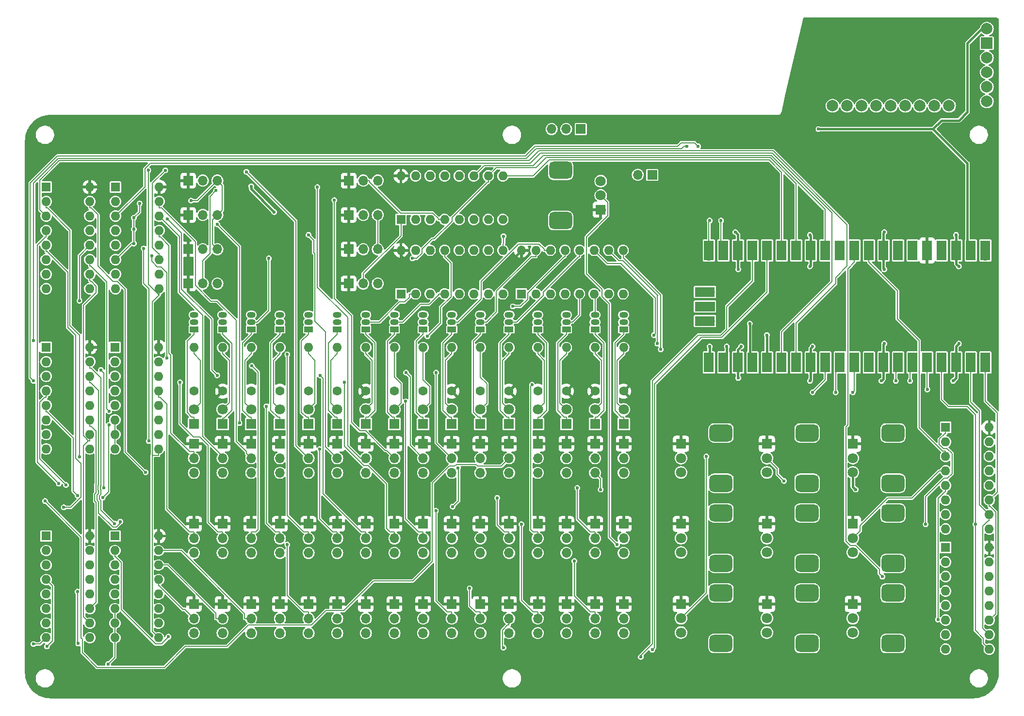
<source format=gbl>
G04 #@! TF.GenerationSoftware,KiCad,Pcbnew,8.0.7*
G04 #@! TF.CreationDate,2025-03-19T21:22:19+01:00*
G04 #@! TF.ProjectId,drum_machine,6472756d-5f6d-4616-9368-696e652e6b69,rev?*
G04 #@! TF.SameCoordinates,Original*
G04 #@! TF.FileFunction,Copper,L2,Bot*
G04 #@! TF.FilePolarity,Positive*
%FSLAX46Y46*%
G04 Gerber Fmt 4.6, Leading zero omitted, Abs format (unit mm)*
G04 Created by KiCad (PCBNEW 8.0.7) date 2025-03-19 21:22:19*
%MOMM*%
%LPD*%
G01*
G04 APERTURE LIST*
G04 Aperture macros list*
%AMRoundRect*
0 Rectangle with rounded corners*
0 $1 Rounding radius*
0 $2 $3 $4 $5 $6 $7 $8 $9 X,Y pos of 4 corners*
0 Add a 4 corners polygon primitive as box body*
4,1,4,$2,$3,$4,$5,$6,$7,$8,$9,$2,$3,0*
0 Add four circle primitives for the rounded corners*
1,1,$1+$1,$2,$3*
1,1,$1+$1,$4,$5*
1,1,$1+$1,$6,$7*
1,1,$1+$1,$8,$9*
0 Add four rect primitives between the rounded corners*
20,1,$1+$1,$2,$3,$4,$5,0*
20,1,$1+$1,$4,$5,$6,$7,0*
20,1,$1+$1,$6,$7,$8,$9,0*
20,1,$1+$1,$8,$9,$2,$3,0*%
G04 Aperture macros list end*
G04 #@! TA.AperFunction,ComponentPad*
%ADD10C,1.600000*%
G04 #@! TD*
G04 #@! TA.AperFunction,ComponentPad*
%ADD11O,1.600000X1.600000*%
G04 #@! TD*
G04 #@! TA.AperFunction,ComponentPad*
%ADD12R,1.500000X1.050000*%
G04 #@! TD*
G04 #@! TA.AperFunction,ComponentPad*
%ADD13O,1.500000X1.050000*%
G04 #@! TD*
G04 #@! TA.AperFunction,ComponentPad*
%ADD14R,1.800000X1.800000*%
G04 #@! TD*
G04 #@! TA.AperFunction,ComponentPad*
%ADD15C,1.800000*%
G04 #@! TD*
G04 #@! TA.AperFunction,ComponentPad*
%ADD16R,1.700000X1.700000*%
G04 #@! TD*
G04 #@! TA.AperFunction,ComponentPad*
%ADD17O,1.700000X1.700000*%
G04 #@! TD*
G04 #@! TA.AperFunction,ComponentPad*
%ADD18RoundRect,0.750000X-1.250000X-0.750000X1.250000X-0.750000X1.250000X0.750000X-1.250000X0.750000X0*%
G04 #@! TD*
G04 #@! TA.AperFunction,ComponentPad*
%ADD19R,1.600000X1.600000*%
G04 #@! TD*
G04 #@! TA.AperFunction,ComponentPad*
%ADD20RoundRect,0.750000X1.250000X0.750000X-1.250000X0.750000X-1.250000X-0.750000X1.250000X-0.750000X0*%
G04 #@! TD*
G04 #@! TA.AperFunction,ComponentPad*
%ADD21C,2.000000*%
G04 #@! TD*
G04 #@! TA.AperFunction,ComponentPad*
%ADD22R,2.000000X2.000000*%
G04 #@! TD*
G04 #@! TA.AperFunction,SMDPad,CuDef*
%ADD23R,1.700000X3.500000*%
G04 #@! TD*
G04 #@! TA.AperFunction,SMDPad,CuDef*
%ADD24R,3.500000X1.700000*%
G04 #@! TD*
G04 #@! TA.AperFunction,ViaPad*
%ADD25C,0.600000*%
G04 #@! TD*
G04 #@! TA.AperFunction,Conductor*
%ADD26C,0.200000*%
G04 #@! TD*
G04 #@! TA.AperFunction,Conductor*
%ADD27C,0.400000*%
G04 #@! TD*
G04 APERTURE END LIST*
D10*
X72000000Y-96810000D03*
D11*
X72000000Y-89190000D03*
D12*
X62000000Y-86000000D03*
D13*
X62000000Y-84730000D03*
X62000000Y-83460000D03*
D14*
X72000000Y-102540000D03*
D15*
X72000000Y-100000000D03*
D16*
X97000000Y-134000000D03*
D17*
X97000000Y-136540000D03*
X97000000Y-139080000D03*
D16*
X67000000Y-106000000D03*
D17*
X67000000Y-108540000D03*
X67000000Y-111080000D03*
D10*
X77000000Y-96810000D03*
D11*
X77000000Y-89190000D03*
D16*
X132000000Y-134000000D03*
D17*
X132000000Y-136540000D03*
X132000000Y-139080000D03*
D16*
X77000000Y-134000000D03*
D17*
X77000000Y-136540000D03*
X77000000Y-139080000D03*
D14*
X117000000Y-102540000D03*
D15*
X117000000Y-100000000D03*
D16*
X127000000Y-106000000D03*
D17*
X127000000Y-108540000D03*
X127000000Y-111080000D03*
D16*
X67000000Y-120000000D03*
D17*
X67000000Y-122540000D03*
X67000000Y-125080000D03*
D14*
X162000000Y-106000000D03*
D15*
X162000000Y-108500000D03*
X162000000Y-111000000D03*
D18*
X169000000Y-104100000D03*
X169000000Y-112900000D03*
D14*
X112000000Y-102540000D03*
D15*
X112000000Y-100000000D03*
D12*
X82000000Y-86000000D03*
D13*
X82000000Y-84730000D03*
X82000000Y-83460000D03*
D16*
X107000000Y-120000000D03*
D17*
X107000000Y-122540000D03*
X107000000Y-125080000D03*
D16*
X61000000Y-60000000D03*
D17*
X63540000Y-60000000D03*
X66080000Y-60000000D03*
D16*
X122000000Y-134000000D03*
D17*
X122000000Y-136540000D03*
X122000000Y-139080000D03*
D12*
X67000000Y-86000000D03*
D13*
X67000000Y-84730000D03*
X67000000Y-83460000D03*
D12*
X127000000Y-86000000D03*
D13*
X127000000Y-84730000D03*
X127000000Y-83460000D03*
D16*
X137000000Y-120000000D03*
D17*
X137000000Y-122540000D03*
X137000000Y-125080000D03*
D14*
X97000000Y-102540000D03*
D15*
X97000000Y-100000000D03*
D19*
X48200000Y-89125000D03*
D11*
X48200000Y-91665000D03*
X48200000Y-94205000D03*
X48200000Y-96745000D03*
X48200000Y-99285000D03*
X48200000Y-101825000D03*
X48200000Y-104365000D03*
X48200000Y-106905000D03*
X55820000Y-106905000D03*
X55820000Y-104365000D03*
X55820000Y-101825000D03*
X55820000Y-99285000D03*
X55820000Y-96745000D03*
X55820000Y-94205000D03*
X55820000Y-91665000D03*
X55820000Y-89125000D03*
D16*
X72000000Y-106000000D03*
D17*
X72000000Y-108540000D03*
X72000000Y-111080000D03*
D10*
X137000000Y-96810000D03*
D11*
X137000000Y-89190000D03*
D16*
X72000000Y-120000000D03*
D17*
X72000000Y-122540000D03*
X72000000Y-125080000D03*
D10*
X62000000Y-96810000D03*
D11*
X62000000Y-89190000D03*
D12*
X92000000Y-86000000D03*
D13*
X92000000Y-84730000D03*
X92000000Y-83460000D03*
D16*
X87000000Y-120000000D03*
D17*
X87000000Y-122540000D03*
X87000000Y-125080000D03*
D12*
X102000000Y-86000000D03*
D13*
X102000000Y-84730000D03*
X102000000Y-83460000D03*
D19*
X193200000Y-124125000D03*
D11*
X193200000Y-126665000D03*
X193200000Y-129205000D03*
X193200000Y-131745000D03*
X193200000Y-134285000D03*
X193200000Y-136825000D03*
X193200000Y-139365000D03*
X193200000Y-141905000D03*
X200820000Y-141905000D03*
X200820000Y-139365000D03*
X200820000Y-136825000D03*
X200820000Y-134285000D03*
X200820000Y-131745000D03*
X200820000Y-129205000D03*
X200820000Y-126665000D03*
X200820000Y-124125000D03*
D16*
X132000000Y-106000000D03*
D17*
X132000000Y-108540000D03*
X132000000Y-111080000D03*
D16*
X89000000Y-78000000D03*
D17*
X91540000Y-78000000D03*
X94080000Y-78000000D03*
D16*
X92000000Y-134000000D03*
D17*
X92000000Y-136540000D03*
X92000000Y-139080000D03*
D19*
X36200000Y-61125000D03*
D11*
X36200000Y-63665000D03*
X36200000Y-66205000D03*
X36200000Y-68745000D03*
X36200000Y-71285000D03*
X36200000Y-73825000D03*
X36200000Y-76365000D03*
X36200000Y-78905000D03*
X43820000Y-78905000D03*
X43820000Y-76365000D03*
X43820000Y-73825000D03*
X43820000Y-71285000D03*
X43820000Y-68745000D03*
X43820000Y-66205000D03*
X43820000Y-63665000D03*
X43820000Y-61125000D03*
D12*
X132000000Y-86000000D03*
D13*
X132000000Y-84730000D03*
X132000000Y-83460000D03*
D16*
X117000000Y-134000000D03*
D17*
X117000000Y-136540000D03*
X117000000Y-139080000D03*
D16*
X67000000Y-134000000D03*
D17*
X67000000Y-136540000D03*
X67000000Y-139080000D03*
D16*
X107000000Y-134000000D03*
D17*
X107000000Y-136540000D03*
X107000000Y-139080000D03*
D10*
X107000000Y-96810000D03*
D11*
X107000000Y-89190000D03*
D16*
X102000000Y-120000000D03*
D17*
X102000000Y-122540000D03*
X102000000Y-125080000D03*
D10*
X132000000Y-96810000D03*
D11*
X132000000Y-89190000D03*
D16*
X107000000Y-106000000D03*
D17*
X107000000Y-108540000D03*
X107000000Y-111080000D03*
D16*
X89000000Y-60000000D03*
D17*
X91540000Y-60000000D03*
X94080000Y-60000000D03*
D16*
X102000000Y-106000000D03*
D17*
X102000000Y-108540000D03*
X102000000Y-111080000D03*
D16*
X87000000Y-134000000D03*
D17*
X87000000Y-136540000D03*
X87000000Y-139080000D03*
D16*
X112000000Y-106000000D03*
D17*
X112000000Y-108540000D03*
X112000000Y-111080000D03*
D12*
X107000000Y-86000000D03*
D13*
X107000000Y-84730000D03*
X107000000Y-83460000D03*
D16*
X61000000Y-66000000D03*
D17*
X63540000Y-66000000D03*
X66080000Y-66000000D03*
D16*
X97000000Y-120000000D03*
D17*
X97000000Y-122540000D03*
X97000000Y-125080000D03*
D16*
X77000000Y-106000000D03*
D17*
X77000000Y-108540000D03*
X77000000Y-111080000D03*
D19*
X119125000Y-79800000D03*
D11*
X121665000Y-79800000D03*
X124205000Y-79800000D03*
X126745000Y-79800000D03*
X129285000Y-79800000D03*
X131825000Y-79800000D03*
X134365000Y-79800000D03*
X136905000Y-79800000D03*
X136905000Y-72180000D03*
X134365000Y-72180000D03*
X131825000Y-72180000D03*
X129285000Y-72180000D03*
X126745000Y-72180000D03*
X124205000Y-72180000D03*
X121665000Y-72180000D03*
X119125000Y-72180000D03*
D14*
X177000000Y-120000000D03*
D15*
X177000000Y-122500000D03*
X177000000Y-125000000D03*
D18*
X184000000Y-118100000D03*
X184000000Y-126900000D03*
D16*
X127000000Y-134000000D03*
D17*
X127000000Y-136540000D03*
X127000000Y-139080000D03*
D14*
X133000000Y-65100000D03*
D15*
X133000000Y-62600000D03*
X133000000Y-60100000D03*
D20*
X126000000Y-67000000D03*
X126000000Y-58200000D03*
D12*
X77000000Y-86000000D03*
D13*
X77000000Y-84730000D03*
X77000000Y-83460000D03*
D16*
X92000000Y-106000000D03*
D17*
X92000000Y-108540000D03*
X92000000Y-111080000D03*
D16*
X137000000Y-106000000D03*
D17*
X137000000Y-108540000D03*
X137000000Y-111080000D03*
D16*
X82000000Y-120000000D03*
D17*
X82000000Y-122540000D03*
X82000000Y-125080000D03*
D16*
X142000000Y-59000000D03*
D17*
X139460000Y-59000000D03*
D16*
X127000000Y-120000000D03*
D17*
X127000000Y-122540000D03*
X127000000Y-125080000D03*
D16*
X117000000Y-106000000D03*
D17*
X117000000Y-108540000D03*
X117000000Y-111080000D03*
D16*
X82000000Y-106000000D03*
D17*
X82000000Y-108540000D03*
X82000000Y-111080000D03*
D12*
X122000000Y-86000000D03*
D13*
X122000000Y-84730000D03*
X122000000Y-83460000D03*
D10*
X112000000Y-96810000D03*
D11*
X112000000Y-89190000D03*
D21*
X200394000Y-46160000D03*
X200394000Y-43620000D03*
X200394000Y-41080000D03*
X200394000Y-38540000D03*
D22*
X200394000Y-36000000D03*
D21*
X200394000Y-33460000D03*
X193790000Y-46922000D03*
X191250000Y-46922000D03*
X188710000Y-46922000D03*
X186170000Y-46922000D03*
X183630000Y-46922000D03*
X181090000Y-46922000D03*
X178550000Y-46922000D03*
X176010000Y-46922000D03*
X173470000Y-46922000D03*
D14*
X67000000Y-102540000D03*
D15*
X67000000Y-100000000D03*
D10*
X82000000Y-96810000D03*
D11*
X82000000Y-89190000D03*
D12*
X117000000Y-86000000D03*
D13*
X117000000Y-84730000D03*
X117000000Y-83460000D03*
D14*
X177000000Y-134000000D03*
D15*
X177000000Y-136500000D03*
X177000000Y-139000000D03*
D18*
X184000000Y-132100000D03*
X184000000Y-140900000D03*
D16*
X112000000Y-120000000D03*
D17*
X112000000Y-122540000D03*
X112000000Y-125080000D03*
D14*
X137000000Y-102540000D03*
D15*
X137000000Y-100000000D03*
D10*
X92000000Y-96810000D03*
D11*
X92000000Y-89190000D03*
D14*
X107000000Y-102540000D03*
D15*
X107000000Y-100000000D03*
D10*
X122000000Y-96810000D03*
D11*
X122000000Y-89190000D03*
D19*
X48300000Y-61125000D03*
D11*
X48300000Y-63665000D03*
X48300000Y-66205000D03*
X48300000Y-68745000D03*
X48300000Y-71285000D03*
X48300000Y-73825000D03*
X48300000Y-76365000D03*
X48300000Y-78905000D03*
X55920000Y-78905000D03*
X55920000Y-76365000D03*
X55920000Y-73825000D03*
X55920000Y-71285000D03*
X55920000Y-68745000D03*
X55920000Y-66205000D03*
X55920000Y-63665000D03*
X55920000Y-61125000D03*
D16*
X62000000Y-106000000D03*
D17*
X62000000Y-108540000D03*
X62000000Y-111080000D03*
D14*
X102000000Y-102540000D03*
D15*
X102000000Y-100000000D03*
D14*
X147000000Y-120000000D03*
D15*
X147000000Y-122500000D03*
X147000000Y-125000000D03*
D18*
X154000000Y-118100000D03*
X154000000Y-126900000D03*
D16*
X122000000Y-106000000D03*
D17*
X122000000Y-108540000D03*
X122000000Y-111080000D03*
D12*
X97000000Y-86000000D03*
D13*
X97000000Y-84730000D03*
X97000000Y-83460000D03*
D14*
X82000000Y-102540000D03*
D15*
X82000000Y-100000000D03*
D16*
X62000000Y-120000000D03*
D17*
X62000000Y-122540000D03*
X62000000Y-125080000D03*
D16*
X137000000Y-134000000D03*
D17*
X137000000Y-136540000D03*
X137000000Y-139080000D03*
D19*
X98125000Y-79800000D03*
D11*
X100665000Y-79800000D03*
X103205000Y-79800000D03*
X105745000Y-79800000D03*
X108285000Y-79800000D03*
X110825000Y-79800000D03*
X113365000Y-79800000D03*
X115905000Y-79800000D03*
X115905000Y-72180000D03*
X113365000Y-72180000D03*
X110825000Y-72180000D03*
X108285000Y-72180000D03*
X105745000Y-72180000D03*
X103205000Y-72180000D03*
X100665000Y-72180000D03*
X98125000Y-72180000D03*
D16*
X117000000Y-120000000D03*
D17*
X117000000Y-122540000D03*
X117000000Y-125080000D03*
D14*
X77000000Y-102540000D03*
D15*
X77000000Y-100000000D03*
D10*
X67000000Y-96810000D03*
D11*
X67000000Y-89190000D03*
D10*
X127000000Y-96810000D03*
D11*
X127000000Y-89190000D03*
D10*
X97000000Y-96810000D03*
D11*
X97000000Y-89190000D03*
D16*
X77000000Y-120000000D03*
D17*
X77000000Y-122540000D03*
X77000000Y-125080000D03*
D14*
X147000000Y-134000000D03*
D15*
X147000000Y-136500000D03*
X147000000Y-139000000D03*
D18*
X154000000Y-132100000D03*
X154000000Y-140900000D03*
D10*
X87000000Y-96810000D03*
D11*
X87000000Y-89190000D03*
D16*
X97000000Y-106000000D03*
D17*
X97000000Y-108540000D03*
X97000000Y-111080000D03*
D14*
X147000000Y-106000000D03*
D15*
X147000000Y-108500000D03*
X147000000Y-111000000D03*
D18*
X154000000Y-104100000D03*
X154000000Y-112900000D03*
D19*
X98125000Y-66800000D03*
D11*
X100665000Y-66800000D03*
X103205000Y-66800000D03*
X105745000Y-66800000D03*
X108285000Y-66800000D03*
X110825000Y-66800000D03*
X113365000Y-66800000D03*
X115905000Y-66800000D03*
X115905000Y-59180000D03*
X113365000Y-59180000D03*
X110825000Y-59180000D03*
X108285000Y-59180000D03*
X105745000Y-59180000D03*
X103205000Y-59180000D03*
X100665000Y-59180000D03*
X98125000Y-59180000D03*
D16*
X102000000Y-134000000D03*
D17*
X102000000Y-136540000D03*
X102000000Y-139080000D03*
D16*
X72000000Y-134000000D03*
D17*
X72000000Y-136540000D03*
X72000000Y-139080000D03*
D16*
X89000000Y-72000000D03*
D17*
X91540000Y-72000000D03*
X94080000Y-72000000D03*
D16*
X62000000Y-134000000D03*
D17*
X62000000Y-136540000D03*
X62000000Y-139080000D03*
D16*
X61000000Y-72000000D03*
D17*
X63540000Y-72000000D03*
X66080000Y-72000000D03*
D16*
X92000000Y-120000000D03*
D17*
X92000000Y-122540000D03*
X92000000Y-125080000D03*
D14*
X132000000Y-102540000D03*
D15*
X132000000Y-100000000D03*
D14*
X92000000Y-102540000D03*
D15*
X92000000Y-100000000D03*
D14*
X162000000Y-120000000D03*
D15*
X162000000Y-122500000D03*
X162000000Y-125000000D03*
D18*
X169000000Y-118100000D03*
X169000000Y-126900000D03*
D16*
X87000000Y-106000000D03*
D17*
X87000000Y-108540000D03*
X87000000Y-111080000D03*
D16*
X112000000Y-134000000D03*
D17*
X112000000Y-136540000D03*
X112000000Y-139080000D03*
D16*
X89000000Y-66000000D03*
D17*
X91540000Y-66000000D03*
X94080000Y-66000000D03*
D14*
X62000000Y-102540000D03*
D15*
X62000000Y-100000000D03*
D12*
X137000000Y-86000000D03*
D13*
X137000000Y-84730000D03*
X137000000Y-83460000D03*
D12*
X72000000Y-86000000D03*
D13*
X72000000Y-84730000D03*
X72000000Y-83460000D03*
D16*
X129500000Y-51000000D03*
D17*
X126960000Y-51000000D03*
X124420000Y-51000000D03*
D14*
X87000000Y-102540000D03*
D15*
X87000000Y-100000000D03*
D16*
X122000000Y-120000000D03*
D17*
X122000000Y-122540000D03*
X122000000Y-125080000D03*
D10*
X117000000Y-96810000D03*
D11*
X117000000Y-89190000D03*
D12*
X112000000Y-86000000D03*
D13*
X112000000Y-84730000D03*
X112000000Y-83460000D03*
D16*
X82000000Y-134000000D03*
D17*
X82000000Y-136540000D03*
X82000000Y-139080000D03*
D16*
X61000000Y-78000000D03*
D17*
X63540000Y-78000000D03*
X66080000Y-78000000D03*
D14*
X127000000Y-102540000D03*
D15*
X127000000Y-100000000D03*
D19*
X193200000Y-103125000D03*
D11*
X193200000Y-105665000D03*
X193200000Y-108205000D03*
X193200000Y-110745000D03*
X193200000Y-113285000D03*
X193200000Y-115825000D03*
X193200000Y-118365000D03*
X193200000Y-120905000D03*
X200820000Y-120905000D03*
X200820000Y-118365000D03*
X200820000Y-115825000D03*
X200820000Y-113285000D03*
X200820000Y-110745000D03*
X200820000Y-108205000D03*
X200820000Y-105665000D03*
X200820000Y-103125000D03*
D19*
X36200000Y-89125000D03*
D11*
X36200000Y-91665000D03*
X36200000Y-94205000D03*
X36200000Y-96745000D03*
X36200000Y-99285000D03*
X36200000Y-101825000D03*
X36200000Y-104365000D03*
X36200000Y-106905000D03*
X43820000Y-106905000D03*
X43820000Y-104365000D03*
X43820000Y-101825000D03*
X43820000Y-99285000D03*
X43820000Y-96745000D03*
X43820000Y-94205000D03*
X43820000Y-91665000D03*
X43820000Y-89125000D03*
D16*
X132000000Y-120000000D03*
D17*
X132000000Y-122540000D03*
X132000000Y-125080000D03*
D10*
X102000000Y-96810000D03*
D11*
X102000000Y-89190000D03*
D19*
X36200000Y-122125000D03*
D11*
X36200000Y-124665000D03*
X36200000Y-127205000D03*
X36200000Y-129745000D03*
X36200000Y-132285000D03*
X36200000Y-134825000D03*
X36200000Y-137365000D03*
X36200000Y-139905000D03*
X43820000Y-139905000D03*
X43820000Y-137365000D03*
X43820000Y-134825000D03*
X43820000Y-132285000D03*
X43820000Y-129745000D03*
X43820000Y-127205000D03*
X43820000Y-124665000D03*
X43820000Y-122125000D03*
D14*
X162000000Y-134000000D03*
D15*
X162000000Y-136500000D03*
X162000000Y-139000000D03*
D18*
X169000000Y-132100000D03*
X169000000Y-140900000D03*
D14*
X122000000Y-102540000D03*
D15*
X122000000Y-100000000D03*
D14*
X177000000Y-106000000D03*
D15*
X177000000Y-108500000D03*
X177000000Y-111000000D03*
D18*
X184000000Y-104100000D03*
X184000000Y-112900000D03*
D19*
X48200000Y-122125000D03*
D11*
X48200000Y-124665000D03*
X48200000Y-127205000D03*
X48200000Y-129745000D03*
X48200000Y-132285000D03*
X48200000Y-134825000D03*
X48200000Y-137365000D03*
X48200000Y-139905000D03*
X55820000Y-139905000D03*
X55820000Y-137365000D03*
X55820000Y-134825000D03*
X55820000Y-132285000D03*
X55820000Y-129745000D03*
X55820000Y-127205000D03*
X55820000Y-124665000D03*
X55820000Y-122125000D03*
D12*
X87000000Y-86000000D03*
D13*
X87000000Y-84730000D03*
X87000000Y-83460000D03*
D17*
X200130000Y-90890000D03*
D23*
X200130000Y-91790000D03*
X197590000Y-91790000D03*
X195050000Y-91790000D03*
X192510000Y-91790000D03*
X189970000Y-91790000D03*
X187430000Y-91790000D03*
X184890000Y-91790000D03*
X182350000Y-91790000D03*
X179810000Y-91790000D03*
X177270000Y-91790000D03*
X174730000Y-91790000D03*
X172190000Y-91790000D03*
X169650000Y-91790000D03*
X167110000Y-91790000D03*
X164570000Y-91790000D03*
X162030000Y-91790000D03*
X159490000Y-91790000D03*
X156950000Y-91790000D03*
X154410000Y-91790000D03*
D17*
X151870000Y-90890000D03*
D23*
X151870000Y-91790000D03*
D17*
X151870000Y-73110000D03*
D23*
X151870000Y-72210000D03*
X154410000Y-72210000D03*
X156950000Y-72210000D03*
X159490000Y-72210000D03*
X162030000Y-72210000D03*
X164570000Y-72210000D03*
X167110000Y-72210000D03*
X169650000Y-72210000D03*
X172190000Y-72210000D03*
X174730000Y-72210000D03*
X177270000Y-72210000D03*
X179810000Y-72210000D03*
X182350000Y-72210000D03*
X184890000Y-72210000D03*
X187430000Y-72210000D03*
X189970000Y-72210000D03*
X192510000Y-72210000D03*
X195050000Y-72210000D03*
X197590000Y-72210000D03*
D17*
X200130000Y-73110000D03*
D23*
X200130000Y-72210000D03*
D17*
X152100000Y-84540000D03*
D24*
X151200000Y-84540000D03*
D16*
X152100000Y-82000000D03*
D24*
X151200000Y-82000000D03*
D17*
X152100000Y-79460000D03*
D24*
X151200000Y-79460000D03*
D25*
X76000000Y-65500000D03*
X182500000Y-75500000D03*
X157000000Y-75500000D03*
X156500000Y-69000000D03*
X170000000Y-89000000D03*
X182500000Y-69000000D03*
X34000000Y-141000000D03*
X169500000Y-95000000D03*
X157500000Y-89000000D03*
X177500000Y-114000000D03*
X195000000Y-69500000D03*
X169500000Y-69500000D03*
X52500000Y-64000000D03*
X195500000Y-88500000D03*
X182500000Y-88500000D03*
X195500000Y-75000000D03*
X61500000Y-63500000D03*
X51500000Y-68500000D03*
X194500000Y-95000000D03*
X182000000Y-95000000D03*
X72000000Y-61000000D03*
X51500000Y-66500000D03*
X157000000Y-94500000D03*
X133000000Y-114000000D03*
X51500000Y-71000000D03*
X47000000Y-144500000D03*
X169500000Y-75000000D03*
X171000000Y-51000000D03*
X155000000Y-89000000D03*
X162000000Y-87000000D03*
X152000000Y-89000000D03*
X159000000Y-85000000D03*
X102746600Y-87224100D03*
X75078600Y-73594900D03*
X117669200Y-81990700D03*
X38500000Y-70000000D03*
X40000000Y-66000000D03*
X44000000Y-86000000D03*
X52000000Y-83000000D03*
X39500000Y-122500000D03*
X102000000Y-77000000D03*
X38500000Y-78000000D03*
X58980200Y-97000000D03*
X67500000Y-75000000D03*
X196500000Y-124500000D03*
X52000000Y-89000000D03*
X72000000Y-75000000D03*
X115000000Y-76000000D03*
X59000000Y-89000000D03*
X151447900Y-108229200D03*
X165000000Y-112500000D03*
X189719600Y-120063200D03*
X191848600Y-136709900D03*
X135868200Y-123623300D03*
X53240800Y-71874600D03*
X54134000Y-105524000D03*
X71138500Y-58474300D03*
X82000000Y-69500000D03*
X83556500Y-61153200D03*
X86508300Y-63425200D03*
X99019600Y-93553700D03*
X54620600Y-73160900D03*
X57238300Y-91019300D03*
X104284800Y-93553700D03*
X57375000Y-66691400D03*
X66043800Y-94050600D03*
X53586700Y-110988200D03*
X36000000Y-116000000D03*
X42000000Y-81000000D03*
X69946900Y-102390200D03*
X66114600Y-67682300D03*
X108061700Y-110197600D03*
X107170900Y-116985400D03*
X39271900Y-117110200D03*
X42006100Y-108279600D03*
X38414100Y-112965200D03*
X59580200Y-95266300D03*
X72101500Y-92373000D03*
X74662600Y-99444700D03*
X78288700Y-90373600D03*
X83934900Y-106959200D03*
X84033400Y-94050600D03*
X88270200Y-95266600D03*
X98947900Y-98584800D03*
X49129600Y-119608300D03*
X48134900Y-119956100D03*
X47205200Y-102693300D03*
X46065800Y-115402600D03*
X114956100Y-115463200D03*
X121002800Y-95694000D03*
X41683500Y-115060200D03*
X45767400Y-93107200D03*
X46277900Y-113704200D03*
X128920000Y-113704200D03*
X39668900Y-113199300D03*
X78302700Y-123623300D03*
X57543100Y-139722700D03*
X104219100Y-117705600D03*
X110122700Y-131269200D03*
X116026300Y-141634100D03*
X41803000Y-140919800D03*
X41685100Y-131845200D03*
X119152000Y-120063200D03*
X128393000Y-126491800D03*
X36327700Y-141429700D03*
X65845700Y-61753500D03*
X198386700Y-120063200D03*
X182163900Y-129219100D03*
X174000000Y-97000000D03*
X142900000Y-88500000D03*
X187000000Y-95000000D03*
X116026300Y-69724500D03*
X184500000Y-95000000D03*
X143500000Y-89500000D03*
X142300000Y-87000000D03*
X190000000Y-96500000D03*
X177000000Y-97000000D03*
X100144600Y-73589600D03*
X56990300Y-58207700D03*
X47205200Y-100325500D03*
X54021200Y-58190500D03*
X154000000Y-67000000D03*
X34000000Y-95000000D03*
X150000000Y-54000000D03*
X152000000Y-67000000D03*
X148000000Y-54000000D03*
X34000000Y-88000000D03*
X142000000Y-142000000D03*
X140000000Y-143253500D03*
X170000000Y-97000000D03*
D26*
X132000000Y-111080000D02*
X133000000Y-112080000D01*
D27*
X169650000Y-89350000D02*
X170000000Y-89000000D01*
X169650000Y-73110000D02*
X169650000Y-74850000D01*
D26*
X66080000Y-60000000D02*
X62580000Y-63500000D01*
X48200000Y-137365000D02*
X48200000Y-139905000D01*
X51500000Y-68500000D02*
X51500000Y-66500000D01*
X48300000Y-73825000D02*
X51125000Y-71000000D01*
D27*
X169650000Y-90890000D02*
X169650000Y-89350000D01*
X156950000Y-69450000D02*
X156500000Y-69000000D01*
X195050000Y-73110000D02*
X195050000Y-69550000D01*
X182350000Y-73110000D02*
X182350000Y-75350000D01*
D26*
X133000000Y-112080000D02*
X133000000Y-114000000D01*
D27*
X169650000Y-94850000D02*
X169500000Y-95000000D01*
X195050000Y-73110000D02*
X195050000Y-74550000D01*
X169650000Y-73110000D02*
X169650000Y-69650000D01*
D26*
X52500000Y-65500000D02*
X52500000Y-64000000D01*
D27*
X156950000Y-90890000D02*
X156950000Y-89550000D01*
X195050000Y-74550000D02*
X195500000Y-75000000D01*
X156950000Y-89550000D02*
X157500000Y-89000000D01*
X177000000Y-113500000D02*
X177500000Y-114000000D01*
X156950000Y-73110000D02*
X156950000Y-69450000D01*
X169650000Y-69650000D02*
X169500000Y-69500000D01*
X182350000Y-75350000D02*
X182500000Y-75500000D01*
X72000000Y-61500000D02*
X72000000Y-61000000D01*
D26*
X65230000Y-71150000D02*
X65230000Y-66850000D01*
X48200000Y-143300000D02*
X47000000Y-144500000D01*
D27*
X182350000Y-90890000D02*
X182350000Y-88650000D01*
D26*
X62580000Y-63500000D02*
X61500000Y-63500000D01*
X48200000Y-134825000D02*
X48200000Y-137365000D01*
X35105000Y-141000000D02*
X34000000Y-141000000D01*
X132000000Y-79975000D02*
X131825000Y-79800000D01*
X51500000Y-66500000D02*
X52500000Y-65500000D01*
D27*
X182350000Y-90890000D02*
X182350000Y-94650000D01*
D26*
X66930000Y-65150000D02*
X66930000Y-60850000D01*
X51500000Y-71000000D02*
X51500000Y-68500000D01*
D27*
X156950000Y-94450000D02*
X157000000Y-94500000D01*
X156950000Y-90890000D02*
X156950000Y-94450000D01*
X182350000Y-88650000D02*
X182500000Y-88500000D01*
D26*
X66930000Y-60850000D02*
X66080000Y-60000000D01*
D27*
X195050000Y-90890000D02*
X195050000Y-94450000D01*
X182350000Y-69150000D02*
X182500000Y-69000000D01*
D26*
X48200000Y-106905000D02*
X48200000Y-104365000D01*
X132000000Y-83460000D02*
X132000000Y-79975000D01*
D27*
X177000000Y-111000000D02*
X177000000Y-113500000D01*
X156950000Y-75450000D02*
X157000000Y-75500000D01*
X169650000Y-90890000D02*
X169650000Y-94850000D01*
D26*
X51125000Y-71000000D02*
X51500000Y-71000000D01*
X65230000Y-66850000D02*
X66080000Y-66000000D01*
X48200000Y-139905000D02*
X48200000Y-143300000D01*
X66080000Y-66000000D02*
X66930000Y-65150000D01*
D27*
X182350000Y-73110000D02*
X182350000Y-69150000D01*
X76000000Y-65500000D02*
X72000000Y-61500000D01*
D26*
X66080000Y-72000000D02*
X65230000Y-71150000D01*
D27*
X156950000Y-73110000D02*
X156950000Y-75450000D01*
D26*
X94080000Y-66000000D02*
X94080000Y-72000000D01*
D27*
X195050000Y-90890000D02*
X195050000Y-88950000D01*
X195050000Y-94450000D02*
X194500000Y-95000000D01*
X195050000Y-69550000D02*
X195000000Y-69500000D01*
X182350000Y-94650000D02*
X182000000Y-95000000D01*
X195050000Y-88950000D02*
X195500000Y-88500000D01*
D26*
X48200000Y-104365000D02*
X48200000Y-101825000D01*
X36200000Y-139905000D02*
X35105000Y-141000000D01*
D27*
X169650000Y-74850000D02*
X169500000Y-75000000D01*
X197000000Y-57000000D02*
X191000000Y-51000000D01*
X198000000Y-72700000D02*
X197590000Y-73110000D01*
X197000000Y-72520000D02*
X197590000Y-73110000D01*
X191000000Y-51000000D02*
X190000000Y-51000000D01*
X192500000Y-49500000D02*
X195500000Y-49500000D01*
X195500000Y-49500000D02*
X197000000Y-48000000D01*
X197000000Y-57000000D02*
X197000000Y-72520000D01*
X199540000Y-33460000D02*
X201000000Y-33460000D01*
X171000000Y-51000000D02*
X190000000Y-51000000D01*
X197000000Y-36000000D02*
X199540000Y-33460000D01*
X191000000Y-51000000D02*
X192500000Y-49500000D01*
X197000000Y-48000000D02*
X197000000Y-36000000D01*
D26*
X62000000Y-90291700D02*
X63130900Y-91422600D01*
X62000000Y-89190000D02*
X62000000Y-90291700D01*
X63130900Y-98869100D02*
X62000000Y-100000000D01*
X63130900Y-91422600D02*
X63130900Y-98869100D01*
X62000000Y-86000000D02*
X62000000Y-86826700D01*
X62000000Y-102540000D02*
X62000000Y-101338300D01*
X62000000Y-101338300D02*
X61624500Y-101338300D01*
X60793900Y-100507700D02*
X60793900Y-88032800D01*
X61624500Y-101338300D02*
X60793900Y-100507700D01*
X60793900Y-88032800D02*
X62000000Y-86826700D01*
X67000000Y-102540000D02*
X67000000Y-101504600D01*
X68603400Y-88430100D02*
X67000000Y-86826700D01*
X67000000Y-101504600D02*
X67250000Y-101504600D01*
X67000000Y-86000000D02*
X67000000Y-86826700D01*
X68603400Y-100151200D02*
X68603400Y-88430100D01*
X67250000Y-101504600D02*
X68603400Y-100151200D01*
X68166400Y-91458100D02*
X68166400Y-98833600D01*
X67000000Y-90291700D02*
X68166400Y-91458100D01*
X67000000Y-89190000D02*
X67000000Y-90291700D01*
X68166400Y-98833600D02*
X67000000Y-100000000D01*
X70877800Y-91413900D02*
X72000000Y-90291700D01*
X72000000Y-89190000D02*
X72000000Y-90291700D01*
X72000000Y-100000000D02*
X70877800Y-98877800D01*
X70877800Y-98877800D02*
X70877800Y-91413900D01*
X71624500Y-101338300D02*
X70470000Y-100183800D01*
X72000000Y-101338300D02*
X71624500Y-101338300D01*
X72000000Y-86000000D02*
X72000000Y-86826700D01*
X70470000Y-100183800D02*
X70470000Y-88356700D01*
X70470000Y-88356700D02*
X72000000Y-86826700D01*
X72000000Y-102540000D02*
X72000000Y-101338300D01*
X75876600Y-98876600D02*
X75876600Y-91415100D01*
X77000000Y-100000000D02*
X75876600Y-98876600D01*
X77000000Y-89190000D02*
X77000000Y-90291700D01*
X75876600Y-91415100D02*
X77000000Y-90291700D01*
X77000000Y-102540000D02*
X77000000Y-101338300D01*
X77000000Y-101338300D02*
X76624500Y-101338300D01*
X75405600Y-100119400D02*
X75405600Y-88421100D01*
X77000000Y-86000000D02*
X77000000Y-86826700D01*
X76624500Y-101338300D02*
X75405600Y-100119400D01*
X75405600Y-88421100D02*
X77000000Y-86826700D01*
X82000000Y-100000000D02*
X83126700Y-98873300D01*
X82000000Y-89190000D02*
X82000000Y-90291700D01*
X83126700Y-98873300D02*
X83126700Y-91418400D01*
X83126700Y-91418400D02*
X82000000Y-90291700D01*
X82000000Y-102540000D02*
X82000000Y-101338300D01*
X82000000Y-86000000D02*
X82000000Y-86826700D01*
X80748300Y-100462100D02*
X80748300Y-88078400D01*
X82000000Y-101338300D02*
X81624500Y-101338300D01*
X81624500Y-101338300D02*
X80748300Y-100462100D01*
X80748300Y-88078400D02*
X82000000Y-86826700D01*
X85845800Y-98845800D02*
X85845800Y-91445900D01*
X87000000Y-100000000D02*
X85845800Y-98845800D01*
X85845800Y-91445900D02*
X87000000Y-90291700D01*
X87000000Y-89190000D02*
X87000000Y-90291700D01*
X86624500Y-101338300D02*
X85432600Y-100146400D01*
X87000000Y-86000000D02*
X87000000Y-86826700D01*
X87000000Y-101338300D02*
X86624500Y-101338300D01*
X87000000Y-102540000D02*
X87000000Y-101338300D01*
X85432600Y-100146400D02*
X85432600Y-88394100D01*
X85432600Y-88394100D02*
X87000000Y-86826700D01*
X93104500Y-98895500D02*
X92000000Y-100000000D01*
X93104500Y-91396200D02*
X93104500Y-98895500D01*
X92000000Y-90291700D02*
X93104500Y-91396200D01*
X92000000Y-89190000D02*
X92000000Y-90291700D01*
X93567300Y-100146500D02*
X93567300Y-88394000D01*
X92375500Y-101338300D02*
X93567300Y-100146500D01*
X92000000Y-101338300D02*
X92375500Y-101338300D01*
X93567300Y-88394000D02*
X92000000Y-86826700D01*
X92000000Y-102540000D02*
X92000000Y-101338300D01*
X92000000Y-86000000D02*
X92000000Y-86826700D01*
X95753400Y-88073300D02*
X97000000Y-86826700D01*
X97000000Y-101338300D02*
X96624500Y-101338300D01*
X96624500Y-101338300D02*
X95753400Y-100467200D01*
X97000000Y-102540000D02*
X97000000Y-101338300D01*
X95753400Y-100467200D02*
X95753400Y-88073300D01*
X97000000Y-86000000D02*
X97000000Y-86826700D01*
X97000000Y-94352200D02*
X97000000Y-89190000D01*
X97000000Y-100000000D02*
X98147800Y-98852200D01*
X98147800Y-98852200D02*
X98147800Y-95500000D01*
X98147800Y-95500000D02*
X97000000Y-94352200D01*
X102000000Y-86000000D02*
X102000000Y-86826700D01*
X101624500Y-101338300D02*
X100759200Y-100473000D01*
X102000000Y-102540000D02*
X102000000Y-101338300D01*
X100759200Y-100473000D02*
X100759200Y-88067500D01*
X100759200Y-88067500D02*
X102000000Y-86826700D01*
X102000000Y-101338300D02*
X101624500Y-101338300D01*
X102000000Y-100000000D02*
X103137000Y-98863000D01*
X103137000Y-96000000D02*
X102000000Y-94863000D01*
X102000000Y-94863000D02*
X102000000Y-89190000D01*
X103137000Y-98863000D02*
X103137000Y-96000000D01*
X107000000Y-89190000D02*
X107000000Y-90291700D01*
X105865000Y-98865000D02*
X105865000Y-91426700D01*
X105865000Y-91426700D02*
X107000000Y-90291700D01*
X107000000Y-100000000D02*
X105865000Y-98865000D01*
X107000000Y-101338300D02*
X106624500Y-101338300D01*
X105432600Y-100146400D02*
X105432600Y-88394100D01*
X105432600Y-88394100D02*
X107000000Y-86826700D01*
X107000000Y-102540000D02*
X107000000Y-101338300D01*
X106624500Y-101338300D02*
X105432600Y-100146400D01*
X107000000Y-86000000D02*
X107000000Y-86826700D01*
X113137000Y-98863000D02*
X113137000Y-95500000D01*
X113137000Y-95500000D02*
X112000000Y-94363000D01*
X112000000Y-100000000D02*
X113137000Y-98863000D01*
X112000000Y-94363000D02*
X112000000Y-89190000D01*
X112000000Y-101338300D02*
X111624500Y-101338300D01*
X112000000Y-86000000D02*
X112000000Y-86826700D01*
X110751800Y-100465600D02*
X110751800Y-88074900D01*
X112000000Y-102540000D02*
X112000000Y-101338300D01*
X110751800Y-88074900D02*
X112000000Y-86826700D01*
X111624500Y-101338300D02*
X110751800Y-100465600D01*
X115865000Y-98865000D02*
X115865000Y-91426700D01*
X115865000Y-91426700D02*
X117000000Y-90291700D01*
X117000000Y-89190000D02*
X117000000Y-90291700D01*
X117000000Y-100000000D02*
X115865000Y-98865000D01*
X117000000Y-86000000D02*
X117000000Y-86826700D01*
X115432600Y-88394100D02*
X117000000Y-86826700D01*
X116624500Y-101338300D02*
X115432600Y-100146400D01*
X117000000Y-101338300D02*
X116624500Y-101338300D01*
X117000000Y-102540000D02*
X117000000Y-101338300D01*
X115432600Y-100146400D02*
X115432600Y-88394100D01*
X122000000Y-102540000D02*
X122000000Y-101338300D01*
X123567300Y-88394000D02*
X122000000Y-86826700D01*
X123567300Y-100146500D02*
X123567300Y-88394000D01*
X122000000Y-101338300D02*
X122375500Y-101338300D01*
X122375500Y-101338300D02*
X123567300Y-100146500D01*
X122000000Y-86000000D02*
X122000000Y-86826700D01*
X122000000Y-90291700D02*
X123137000Y-91428700D01*
X122000000Y-89190000D02*
X122000000Y-90291700D01*
X123137000Y-98863000D02*
X122000000Y-100000000D01*
X123137000Y-91428700D02*
X123137000Y-98863000D01*
X127000000Y-89190000D02*
X127000000Y-90291700D01*
X127000000Y-100000000D02*
X125873300Y-98873300D01*
X125873300Y-98873300D02*
X125873300Y-91418400D01*
X125873300Y-91418400D02*
X127000000Y-90291700D01*
X127000000Y-101338300D02*
X126624500Y-101338300D01*
X125470000Y-88356700D02*
X127000000Y-86826700D01*
X127000000Y-102540000D02*
X127000000Y-101338300D01*
X125470000Y-100183800D02*
X125470000Y-88356700D01*
X126624500Y-101338300D02*
X125470000Y-100183800D01*
X127000000Y-86000000D02*
X127000000Y-86826700D01*
X133137000Y-91428700D02*
X133137000Y-98863000D01*
X133137000Y-98863000D02*
X132000000Y-100000000D01*
X132000000Y-90291700D02*
X133137000Y-91428700D01*
X132000000Y-89190000D02*
X132000000Y-90291700D01*
X132000000Y-101338300D02*
X132375500Y-101338300D01*
X132000000Y-86000000D02*
X132000000Y-86826700D01*
X133567300Y-100146500D02*
X133567300Y-88394000D01*
X133567300Y-88394000D02*
X132000000Y-86826700D01*
X132000000Y-102540000D02*
X132000000Y-101338300D01*
X132375500Y-101338300D02*
X133567300Y-100146500D01*
X137000000Y-101338300D02*
X136624500Y-101338300D01*
X135470000Y-100183800D02*
X135470000Y-88356700D01*
X135470000Y-88356700D02*
X137000000Y-86826700D01*
X137000000Y-102540000D02*
X137000000Y-101338300D01*
X136624500Y-101338300D02*
X135470000Y-100183800D01*
X137000000Y-86000000D02*
X137000000Y-86826700D01*
X135873300Y-91418400D02*
X137000000Y-90291700D01*
X137000000Y-100000000D02*
X135873300Y-98873300D01*
X135873300Y-98873300D02*
X135873300Y-91418400D01*
X137000000Y-89190000D02*
X137000000Y-90291700D01*
D27*
X155000000Y-89000000D02*
X155000000Y-90300000D01*
X155000000Y-90300000D02*
X154410000Y-90890000D01*
X162000000Y-90860000D02*
X162030000Y-90890000D01*
X162000000Y-87000000D02*
X162000000Y-90860000D01*
X152000000Y-90760000D02*
X151870000Y-90890000D01*
X152000000Y-89000000D02*
X152000000Y-90760000D01*
X159490000Y-90890000D02*
X159000000Y-90400000D01*
X159000000Y-90400000D02*
X159000000Y-85000000D01*
D26*
X105032400Y-84938300D02*
X102746600Y-87224100D01*
X106849400Y-74386100D02*
X106849400Y-80313700D01*
X105032400Y-82130700D02*
X105032400Y-84938300D01*
X106849400Y-80313700D02*
X105032400Y-82130700D01*
X105745000Y-72180000D02*
X105745000Y-73281700D01*
X105745000Y-73281700D02*
X106849400Y-74386100D01*
X72000000Y-84730000D02*
X73051700Y-84730000D01*
X75078600Y-73594900D02*
X75078600Y-82703100D01*
X75078600Y-82703100D02*
X73051700Y-84730000D01*
X97840100Y-81225700D02*
X98755500Y-81225700D01*
X94335800Y-84730000D02*
X97840100Y-81225700D01*
X98755500Y-81225700D02*
X99563300Y-80417900D01*
X92000000Y-84730000D02*
X94335800Y-84730000D01*
X100665000Y-79800000D02*
X99563300Y-79800000D01*
X99563300Y-80417900D02*
X99563300Y-79800000D01*
X105745000Y-79800000D02*
X104643300Y-79800000D01*
X103045700Y-81625900D02*
X104643300Y-80028300D01*
X97000000Y-84730000D02*
X98453900Y-84730000D01*
X101558000Y-81625900D02*
X103045700Y-81625900D01*
X104643300Y-80028300D02*
X104643300Y-79800000D01*
X98453900Y-84730000D02*
X101558000Y-81625900D01*
X118961000Y-81990700D02*
X117669200Y-81990700D01*
X120226700Y-79662300D02*
X120226700Y-80725000D01*
X126745000Y-72180000D02*
X126745000Y-73281700D01*
X126607300Y-73281700D02*
X120226700Y-79662300D01*
X120226700Y-80725000D02*
X118961000Y-81990700D01*
X126745000Y-73281700D02*
X126607300Y-73281700D01*
X108051700Y-84730000D02*
X112095000Y-80686700D01*
X107000000Y-84730000D02*
X108051700Y-84730000D01*
X122224400Y-71072800D02*
X123103300Y-71951700D01*
X118618900Y-71072800D02*
X122224400Y-71072800D01*
X123103300Y-71951700D02*
X123103300Y-72180000D01*
X112095000Y-77596700D02*
X118618900Y-71072800D01*
X112095000Y-80686700D02*
X112095000Y-77596700D01*
X124205000Y-72180000D02*
X123103300Y-72180000D01*
X114790000Y-79330400D02*
X114790000Y-82991700D01*
X121665000Y-72180000D02*
X121665000Y-73281700D01*
X120838700Y-73281700D02*
X114790000Y-79330400D01*
X112000000Y-84730000D02*
X113051700Y-84730000D01*
X114790000Y-82991700D02*
X113051700Y-84730000D01*
X121665000Y-73281700D02*
X120838700Y-73281700D01*
X118320300Y-84730000D02*
X117000000Y-84730000D01*
X129147300Y-73281700D02*
X122935000Y-79494000D01*
X122935000Y-80115300D02*
X118320300Y-84730000D01*
X122935000Y-79494000D02*
X122935000Y-80115300D01*
X129285000Y-73281700D02*
X129147300Y-73281700D01*
X129285000Y-72180000D02*
X129285000Y-73281700D01*
X129285000Y-79800000D02*
X129285000Y-83496700D01*
X127000000Y-84730000D02*
X128051700Y-84730000D01*
X129285000Y-83496700D02*
X128051700Y-84730000D01*
X51000000Y-87000000D02*
X51000000Y-84000000D01*
X58980200Y-97000000D02*
X58356500Y-96376300D01*
X58356500Y-96376300D02*
X58356500Y-89643500D01*
X58356500Y-89643500D02*
X59000000Y-89000000D01*
D27*
X98125000Y-73125000D02*
X98125000Y-72180000D01*
X119125000Y-72180000D02*
X115305000Y-76000000D01*
D26*
X43820000Y-89125000D02*
X43820000Y-86180000D01*
X51000000Y-84000000D02*
X52000000Y-83000000D01*
X43820000Y-86180000D02*
X44000000Y-86000000D01*
X52000000Y-88000000D02*
X51000000Y-87000000D01*
X52000000Y-89000000D02*
X52000000Y-88000000D01*
D27*
X115305000Y-76000000D02*
X115000000Y-76000000D01*
X102000000Y-77000000D02*
X98125000Y-73125000D01*
D26*
X151447900Y-132052100D02*
X147000000Y-136500000D01*
X151447900Y-108229200D02*
X151447900Y-132052100D01*
X162000000Y-108500000D02*
X163815500Y-110315500D01*
X163815500Y-111315500D02*
X165000000Y-112500000D01*
X163815500Y-110315500D02*
X163815500Y-111315500D01*
X193062200Y-104226700D02*
X192098300Y-105190600D01*
X193442000Y-106821300D02*
X194326300Y-107705600D01*
X193538400Y-112015000D02*
X192907900Y-112015000D01*
X192798200Y-106821300D02*
X193442000Y-106821300D01*
X193200000Y-104226700D02*
X193062200Y-104226700D01*
X189719600Y-115203300D02*
X189719600Y-120063200D01*
X192098300Y-105190600D02*
X192098300Y-106121400D01*
X194326300Y-107705600D02*
X194326300Y-111227100D01*
X193200000Y-103125000D02*
X193200000Y-104226700D01*
X194326300Y-111227100D02*
X193538400Y-112015000D01*
X192907900Y-112015000D02*
X189719600Y-115203300D01*
X192098300Y-106121400D02*
X192798200Y-106821300D01*
X193200000Y-113285000D02*
X193200000Y-114386700D01*
X193200000Y-114386700D02*
X193062300Y-114386700D01*
X191848600Y-115600400D02*
X191848600Y-136709900D01*
X193062300Y-114386700D02*
X191848600Y-115600400D01*
X178299800Y-121200200D02*
X177000000Y-122500000D01*
X178299800Y-120270700D02*
X178299800Y-121200200D01*
X193200000Y-110745000D02*
X192098300Y-110745000D01*
X187343400Y-115499900D02*
X183070600Y-115499900D01*
X192098300Y-110745000D02*
X187343400Y-115499900D01*
X183070600Y-115499900D02*
X178299800Y-120270700D01*
X133248400Y-80241500D02*
X134500000Y-81493100D01*
X133248400Y-79000000D02*
X133248400Y-80241500D01*
X134201700Y-63801700D02*
X134201700Y-66125000D01*
X130500000Y-76251600D02*
X133248400Y-79000000D01*
X134500000Y-81493100D02*
X134500000Y-122255100D01*
X134500000Y-122255100D02*
X135868200Y-123623300D01*
X133000000Y-62600000D02*
X134201700Y-63801700D01*
X130500000Y-69826700D02*
X130500000Y-76251600D01*
X134201700Y-66125000D02*
X130500000Y-69826700D01*
X57956500Y-90500000D02*
X57956500Y-104136600D01*
X57956500Y-104136600D02*
X61208200Y-107388300D01*
X56148300Y-69846700D02*
X57638300Y-71336700D01*
X57638300Y-71336700D02*
X57638300Y-90181800D01*
X62000000Y-107388300D02*
X62000000Y-108540000D01*
X57638300Y-90181800D02*
X57956500Y-90500000D01*
X55920000Y-68745000D02*
X55920000Y-69846700D01*
X61208200Y-107388300D02*
X62000000Y-107388300D01*
X55920000Y-69846700D02*
X56148300Y-69846700D01*
X63530900Y-104731600D02*
X67000000Y-108200700D01*
X55920000Y-66205000D02*
X59448300Y-69733300D01*
X63530900Y-83596700D02*
X63530900Y-104731600D01*
X59448300Y-69733300D02*
X59448300Y-79514100D01*
X59448300Y-79514100D02*
X63530900Y-83596700D01*
X67000000Y-108200700D02*
X67000000Y-108540000D01*
X56301200Y-64766700D02*
X55920000Y-64766700D01*
X64957100Y-81073600D02*
X62229000Y-78345500D01*
X69345200Y-84387800D02*
X66031000Y-81073600D01*
X62229000Y-78345500D02*
X62229000Y-70694500D01*
X71185500Y-107725500D02*
X72000000Y-108540000D01*
X66031000Y-81073600D02*
X64957100Y-81073600D01*
X69345200Y-105548000D02*
X69345200Y-84387800D01*
X71185500Y-107388300D02*
X69345200Y-105548000D01*
X62229000Y-70694500D02*
X56301200Y-64766700D01*
X55920000Y-63665000D02*
X55920000Y-64766700D01*
X71185500Y-107388300D02*
X71185500Y-107725500D01*
X53240800Y-71874600D02*
X53240800Y-78000000D01*
X54134000Y-78893200D02*
X53240800Y-78000000D01*
X54134000Y-105524000D02*
X54134000Y-78893200D01*
X79769400Y-106309400D02*
X82000000Y-108540000D01*
X71138500Y-58474300D02*
X79769400Y-67105200D01*
X79769400Y-67105200D02*
X79769400Y-106309400D01*
X84985400Y-106525400D02*
X87000000Y-108540000D01*
X82000000Y-69500000D02*
X82895350Y-70395350D01*
X83100200Y-84578700D02*
X84985400Y-86463900D01*
X82895350Y-72604650D02*
X83100200Y-72809500D01*
X82895350Y-70395350D02*
X82895350Y-72604650D01*
X83100200Y-72809500D02*
X83100200Y-84578700D01*
X84985400Y-86463900D02*
X84985400Y-106525400D01*
X91040000Y-108540000D02*
X92000000Y-108540000D01*
X88871900Y-83937700D02*
X88871900Y-106371900D01*
X88871900Y-106371900D02*
X91040000Y-108540000D01*
X83556500Y-78622300D02*
X88871900Y-83937700D01*
X83556500Y-61153200D02*
X83556500Y-78622300D01*
X95353550Y-107146450D02*
X95606450Y-107146450D01*
X90940400Y-103741700D02*
X91948800Y-103741700D01*
X89500000Y-102301300D02*
X90940400Y-103741700D01*
X91948800Y-103741700D02*
X95353550Y-107146450D01*
X89500000Y-83622000D02*
X89500000Y-102301300D01*
X95606450Y-107146450D02*
X97000000Y-108540000D01*
X86508300Y-63425200D02*
X86508300Y-80630300D01*
X86508300Y-80630300D02*
X89500000Y-83622000D01*
X57238300Y-76101600D02*
X57238300Y-91019300D01*
X54620600Y-74097100D02*
X55618500Y-75095000D01*
X55618500Y-75095000D02*
X56231700Y-75095000D01*
X99747900Y-106287900D02*
X102000000Y-108540000D01*
X54620600Y-73160900D02*
X54620600Y-74097100D01*
X99747900Y-94282000D02*
X99747900Y-106287900D01*
X99019600Y-93553700D02*
X99747900Y-94282000D01*
X56231700Y-75095000D02*
X57238300Y-76101600D01*
X104284800Y-105824800D02*
X107000000Y-108540000D01*
X59848300Y-69164700D02*
X59848300Y-78975000D01*
X104284800Y-93553700D02*
X104284800Y-105824800D01*
X59848300Y-78975000D02*
X65127100Y-84253800D01*
X57375000Y-66691400D02*
X59848300Y-69164700D01*
X65127100Y-84253800D02*
X65127100Y-93133900D01*
X65127100Y-93133900D02*
X66043800Y-94050600D01*
X48614600Y-77602900D02*
X47907200Y-77602900D01*
X45259800Y-65978200D02*
X44048300Y-64766700D01*
X47907200Y-77602900D02*
X45259800Y-74955500D01*
X44048300Y-64766700D02*
X43820000Y-64766700D01*
X50025700Y-79014000D02*
X48614600Y-77602900D01*
X50025700Y-107427200D02*
X50025700Y-79014000D01*
X43820000Y-63665000D02*
X43820000Y-64766700D01*
X53586700Y-110988200D02*
X50025700Y-107427200D01*
X45259800Y-74955500D02*
X45259800Y-65978200D01*
X111523654Y-109930000D02*
X111191254Y-109597600D01*
X117000000Y-108540000D02*
X115610000Y-109930000D01*
X42500000Y-140140635D02*
X42314700Y-139955335D01*
X42500000Y-142500000D02*
X42500000Y-140140635D01*
X71523654Y-137690000D02*
X67806954Y-141406700D01*
X103619100Y-112834554D02*
X103619100Y-126547246D01*
X42000000Y-81000000D02*
X42000000Y-73105000D01*
X106523654Y-109930000D02*
X103619100Y-112834554D01*
X42314700Y-139955335D02*
X42314700Y-122314700D01*
X67806954Y-141406700D02*
X60500000Y-141406700D01*
X42000000Y-73105000D02*
X43820000Y-71285000D01*
X56806700Y-145100000D02*
X45100000Y-145100000D01*
X85016346Y-135150000D02*
X82476346Y-137690000D01*
X45100000Y-145100000D02*
X42500000Y-142500000D01*
X60500000Y-141406700D02*
X56806700Y-145100000D01*
X107813171Y-109597600D02*
X107480771Y-109930000D01*
X93332584Y-129967416D02*
X88150000Y-135150000D01*
X42314700Y-122314700D02*
X36000000Y-116000000D01*
X82476346Y-137690000D02*
X71523654Y-137690000D01*
X107480771Y-109930000D02*
X106523654Y-109930000D01*
X103619100Y-126547246D02*
X100198930Y-129967416D01*
X100198930Y-129967416D02*
X93332584Y-129967416D01*
X111191254Y-109597600D02*
X107813171Y-109597600D01*
X115610000Y-109930000D02*
X111523654Y-109930000D01*
X88150000Y-135150000D02*
X85016346Y-135150000D01*
X69946900Y-102390200D02*
X69946900Y-71514600D01*
X69946900Y-71514600D02*
X66114600Y-67682300D01*
X41326600Y-87000000D02*
X41326600Y-108501700D01*
X40493600Y-117110200D02*
X39271900Y-117110200D01*
X42285300Y-109460400D02*
X42285300Y-115318500D01*
X36200000Y-72386700D02*
X36337700Y-72386700D01*
X36200000Y-71285000D02*
X36200000Y-72386700D01*
X107170900Y-116985400D02*
X108151700Y-116004600D01*
X39975500Y-85648900D02*
X41326600Y-87000000D01*
X108151700Y-116004600D02*
X108151700Y-110287600D01*
X36337700Y-72386700D02*
X39975500Y-76024500D01*
X39975500Y-76024500D02*
X39975500Y-85648900D01*
X42285300Y-115318500D02*
X40493600Y-117110200D01*
X41326600Y-108501700D02*
X42285300Y-109460400D01*
X108151700Y-110287600D02*
X108061700Y-110197600D01*
X42000000Y-87000000D02*
X40375500Y-85375500D01*
X42006100Y-87000000D02*
X42000000Y-87000000D01*
X40375500Y-85375500D02*
X40375500Y-68713900D01*
X40375500Y-68713900D02*
X36428300Y-64766700D01*
X36200000Y-64766700D02*
X36200000Y-63665000D01*
X36428300Y-64766700D02*
X36200000Y-64766700D01*
X42006100Y-108279600D02*
X42006100Y-87000000D01*
X36062300Y-69846700D02*
X34656100Y-71252900D01*
X36200000Y-69846700D02*
X36062300Y-69846700D01*
X36200000Y-68745000D02*
X36200000Y-69846700D01*
X34656100Y-71252900D02*
X34656100Y-109207200D01*
X34656100Y-109207200D02*
X38414100Y-112965200D01*
X62000000Y-122540000D02*
X62000000Y-121388300D01*
X57259800Y-99058200D02*
X56048300Y-97846700D01*
X61208200Y-121388300D02*
X57259800Y-117439900D01*
X62000000Y-121388300D02*
X61208200Y-121388300D01*
X57259800Y-117439900D02*
X57259800Y-99058200D01*
X55820000Y-96745000D02*
X55820000Y-97846700D01*
X56048300Y-97846700D02*
X55820000Y-97846700D01*
X59580200Y-102452600D02*
X59580200Y-95266300D01*
X61947200Y-104819600D02*
X59580200Y-102452600D01*
X66185500Y-121388300D02*
X64500000Y-119702800D01*
X63050900Y-104819600D02*
X61947200Y-104819600D01*
X67000000Y-122540000D02*
X67000000Y-121388300D01*
X64500000Y-119702800D02*
X64500000Y-106268700D01*
X67000000Y-121388300D02*
X66185500Y-121388300D01*
X64500000Y-106268700D02*
X63050900Y-104819600D01*
X73209100Y-120971000D02*
X73209100Y-93480600D01*
X73209100Y-93480600D02*
X72101500Y-92373000D01*
X72791800Y-121388300D02*
X73209100Y-120971000D01*
X72000000Y-121388300D02*
X72791800Y-121388300D01*
X72000000Y-122540000D02*
X72000000Y-121388300D01*
X77000000Y-121388300D02*
X76208200Y-121388300D01*
X77000000Y-122540000D02*
X77000000Y-121388300D01*
X74662600Y-119842700D02*
X74662600Y-99444700D01*
X76208200Y-121388300D02*
X74662600Y-119842700D01*
X78288700Y-118491500D02*
X81185500Y-121388300D01*
X78288700Y-90373600D02*
X78288700Y-118491500D01*
X82000000Y-122540000D02*
X82000000Y-121388300D01*
X81185500Y-121388300D02*
X82000000Y-121388300D01*
X83934900Y-119137700D02*
X83934900Y-106959200D01*
X87000000Y-121388300D02*
X86185500Y-121388300D01*
X87000000Y-122540000D02*
X87000000Y-121388300D01*
X86185500Y-121388300D02*
X83934900Y-119137700D01*
X84033400Y-94050600D02*
X84536700Y-94553900D01*
X91185500Y-121388300D02*
X92000000Y-121388300D01*
X84536700Y-114739500D02*
X91185500Y-121388300D01*
X92000000Y-122540000D02*
X92000000Y-121388300D01*
X84536700Y-94553900D02*
X84536700Y-114739500D01*
X96185500Y-121388300D02*
X97000000Y-121388300D01*
X92394100Y-109810000D02*
X95610200Y-113026100D01*
X88270200Y-106442100D02*
X91638100Y-109810000D01*
X95610200Y-113026100D02*
X95610200Y-120813000D01*
X97000000Y-122540000D02*
X97000000Y-121388300D01*
X88270200Y-95266600D02*
X88270200Y-106442100D01*
X95610200Y-120813000D02*
X96185500Y-121388300D01*
X91638100Y-109810000D02*
X92394100Y-109810000D01*
X98947900Y-98584800D02*
X98947900Y-119150700D01*
X98947900Y-119150700D02*
X101185500Y-121388300D01*
X101185500Y-121388300D02*
X102000000Y-121388300D01*
X102000000Y-122540000D02*
X102000000Y-121388300D01*
X45361100Y-118084000D02*
X47835000Y-120557900D01*
X47835000Y-120557900D02*
X48435900Y-120557900D01*
X45062400Y-114987200D02*
X45062400Y-115818000D01*
X43820000Y-94205000D02*
X43820000Y-95306700D01*
X49129600Y-119864200D02*
X49129600Y-119608300D01*
X45361100Y-96710100D02*
X45361100Y-113202200D01*
X45361100Y-113202200D02*
X45274500Y-113288800D01*
X45361100Y-114206200D02*
X45361100Y-114688500D01*
X45361100Y-116116700D02*
X45361100Y-118084000D01*
X45361100Y-114688500D02*
X45062400Y-114987200D01*
X45062400Y-115818000D02*
X45361100Y-116116700D01*
X45274500Y-113288800D02*
X45274500Y-114119600D01*
X48435900Y-120557900D02*
X49129600Y-119864200D01*
X43957700Y-95306700D02*
X45361100Y-96710100D01*
X45274500Y-114119600D02*
X45361100Y-114206200D01*
X43820000Y-95306700D02*
X43957700Y-95306700D01*
X43820000Y-91665000D02*
X43820000Y-92766700D01*
X45464100Y-115153500D02*
X45464100Y-115651700D01*
X45796800Y-117618000D02*
X48134900Y-119956100D01*
X45464100Y-115651700D02*
X45796800Y-115984400D01*
X45676200Y-113953300D02*
X45796800Y-114073900D01*
X45796800Y-115984400D02*
X45796800Y-117618000D01*
X44048300Y-92766700D02*
X45796800Y-94515200D01*
X45796800Y-94515200D02*
X45796800Y-113334500D01*
X45796800Y-114073900D02*
X45796800Y-114820800D01*
X45796800Y-113334500D02*
X45676200Y-113455100D01*
X45676200Y-113455100D02*
X45676200Y-113953300D01*
X43820000Y-92766700D02*
X44048300Y-92766700D01*
X45796800Y-114820800D02*
X45464100Y-115153500D01*
X117000000Y-122540000D02*
X117000000Y-121388300D01*
X47090800Y-114377600D02*
X46065800Y-115402600D01*
X47205200Y-102693300D02*
X47090800Y-102807700D01*
X116185500Y-121388300D02*
X117000000Y-121388300D01*
X114956100Y-120158900D02*
X116185500Y-121388300D01*
X114956100Y-115463200D02*
X114956100Y-120158900D01*
X47090800Y-102807700D02*
X47090800Y-114377600D01*
X120784900Y-95911900D02*
X121002800Y-95694000D01*
X122000000Y-121388300D02*
X121208200Y-121388300D01*
X122000000Y-122540000D02*
X122000000Y-121388300D01*
X120784900Y-120965000D02*
X120784900Y-95911900D01*
X121208200Y-121388300D02*
X120784900Y-120965000D01*
X40924900Y-104980100D02*
X40924900Y-114301600D01*
X36331500Y-100386700D02*
X40924900Y-104980100D01*
X36200000Y-100386700D02*
X36331500Y-100386700D01*
X40924900Y-114301600D02*
X41683500Y-115060200D01*
X36200000Y-99285000D02*
X36200000Y-100386700D01*
X128920000Y-113704200D02*
X128920000Y-119122800D01*
X131185500Y-121388300D02*
X132000000Y-121388300D01*
X46277900Y-93617700D02*
X46277900Y-113704200D01*
X132000000Y-122540000D02*
X132000000Y-121388300D01*
X128920000Y-119122800D02*
X131185500Y-121388300D01*
X45767400Y-93107200D02*
X46277900Y-93617700D01*
X35078800Y-108609200D02*
X35078800Y-98739600D01*
X39668900Y-113199300D02*
X35078800Y-108609200D01*
X36200000Y-96745000D02*
X36200000Y-97846700D01*
X35078800Y-98739600D02*
X35971700Y-97846700D01*
X35971700Y-97846700D02*
X36200000Y-97846700D01*
X55820000Y-129745000D02*
X55820000Y-130846700D01*
X60412500Y-134952500D02*
X62000000Y-136540000D01*
X55941700Y-130846700D02*
X60047500Y-134952500D01*
X55820000Y-130846700D02*
X55941700Y-130846700D01*
X60047500Y-134952500D02*
X60412500Y-134952500D01*
X57412100Y-127205000D02*
X65848300Y-135641200D01*
X55820000Y-127205000D02*
X57412100Y-127205000D01*
X67000000Y-136540000D02*
X65848300Y-136540000D01*
X65848300Y-135641200D02*
X65848300Y-136540000D01*
X59837100Y-124665000D02*
X55820000Y-124665000D01*
X72000000Y-136540000D02*
X70848300Y-136540000D01*
X70848300Y-136540000D02*
X70848300Y-135676200D01*
X70848300Y-135676200D02*
X59837100Y-124665000D01*
X78302700Y-123623300D02*
X78302700Y-132505500D01*
X82000000Y-136540000D02*
X82000000Y-135388300D01*
X78302700Y-132505500D02*
X81185500Y-135388300D01*
X81185500Y-135388300D02*
X82000000Y-135388300D01*
X55339300Y-141006700D02*
X56341500Y-141006700D01*
X48337800Y-125766700D02*
X49301700Y-126730600D01*
X57543100Y-139805100D02*
X57543100Y-139722700D01*
X49301700Y-134969100D02*
X55339300Y-141006700D01*
X48200000Y-124665000D02*
X48200000Y-125766700D01*
X56341500Y-141006700D02*
X57543100Y-139805100D01*
X49301700Y-126730600D02*
X49301700Y-134969100D01*
X48200000Y-125766700D02*
X48337800Y-125766700D01*
X106185500Y-135388300D02*
X107000000Y-135388300D01*
X104219100Y-117705600D02*
X104219100Y-133421900D01*
X107000000Y-136540000D02*
X107000000Y-135388300D01*
X104219100Y-133421900D02*
X106185500Y-135388300D01*
X110122700Y-131269200D02*
X110122700Y-134325500D01*
X110122700Y-134325500D02*
X111185500Y-135388300D01*
X111185500Y-135388300D02*
X112000000Y-135388300D01*
X112000000Y-136540000D02*
X112000000Y-135388300D01*
X115848300Y-138574900D02*
X116731500Y-137691700D01*
X115848300Y-141456100D02*
X115848300Y-138574900D01*
X41685100Y-140801900D02*
X41803000Y-140919800D01*
X116731500Y-137691700D02*
X117000000Y-137691700D01*
X116026300Y-141634100D02*
X115848300Y-141456100D01*
X41685100Y-131845200D02*
X41685100Y-140801900D01*
X117000000Y-136540000D02*
X117000000Y-137691700D01*
X121185500Y-135388300D02*
X122000000Y-135388300D01*
X119152000Y-120063200D02*
X119152000Y-133354800D01*
X119152000Y-133354800D02*
X121185500Y-135388300D01*
X122000000Y-136540000D02*
X122000000Y-135388300D01*
X132000000Y-136540000D02*
X132000000Y-135388300D01*
X128393000Y-126491800D02*
X128393000Y-132595800D01*
X128393000Y-132595800D02*
X131185500Y-135388300D01*
X131185500Y-135388300D02*
X132000000Y-135388300D01*
X36327700Y-141429700D02*
X37301700Y-140455700D01*
X37301700Y-140455700D02*
X37301700Y-130846700D01*
X37301700Y-130846700D02*
X36200000Y-129745000D01*
X64810000Y-62789200D02*
X65845700Y-61753500D01*
X63540000Y-73960000D02*
X64810000Y-72690000D01*
X63540000Y-78000000D02*
X63540000Y-73960000D01*
X64810000Y-72690000D02*
X64810000Y-62789200D01*
X91540000Y-76236000D02*
X91540000Y-78000000D01*
X98125000Y-69651000D02*
X91540000Y-76236000D01*
X98125000Y-66800000D02*
X98125000Y-69651000D01*
X91540000Y-60000000D02*
X92691700Y-60000000D01*
X92691700Y-60268500D02*
X92691700Y-60000000D01*
X104643300Y-66662200D02*
X103679400Y-65698300D01*
X103679400Y-65698300D02*
X98121500Y-65698300D01*
X98121500Y-65698300D02*
X92691700Y-60268500D01*
X104643300Y-66800000D02*
X104643300Y-66662200D01*
X105745000Y-66800000D02*
X104643300Y-66800000D01*
X200820000Y-119466700D02*
X200591700Y-119466700D01*
X200820000Y-118365000D02*
X199100000Y-116645000D01*
X199672500Y-138217500D02*
X200820000Y-139365000D01*
X197590000Y-98690000D02*
X197590000Y-90890000D01*
X200591700Y-119466700D02*
X199672500Y-120385900D01*
X199672500Y-120385900D02*
X199672500Y-138217500D01*
X199100000Y-116645000D02*
X199100000Y-100200000D01*
X200820000Y-118365000D02*
X200820000Y-119466700D01*
X199100000Y-100200000D02*
X197590000Y-98690000D01*
X200130000Y-98530000D02*
X200130000Y-90890000D01*
X201931000Y-135714000D02*
X200820000Y-136825000D01*
X200820000Y-116926700D02*
X200957700Y-116926700D01*
X200820000Y-115825000D02*
X200820000Y-116926700D01*
X200957700Y-116926700D02*
X201931000Y-117900000D01*
X200820000Y-115825000D02*
X202200000Y-114445000D01*
X202200000Y-100600000D02*
X200130000Y-98530000D01*
X201931000Y-117900000D02*
X201931000Y-135714000D01*
X202200000Y-114445000D02*
X202200000Y-100600000D01*
X184774150Y-84192450D02*
X188581700Y-88000000D01*
X188581700Y-103205300D02*
X188581700Y-88000000D01*
X184774150Y-79225850D02*
X179810000Y-74261700D01*
X193200000Y-107269600D02*
X192646000Y-107269600D01*
X179810000Y-74261700D02*
X179810000Y-73110000D01*
X184774150Y-79225850D02*
X184774150Y-84192450D01*
X193200000Y-108205000D02*
X193200000Y-107269600D01*
X192646000Y-107269600D02*
X188581700Y-103205300D01*
X197000000Y-99500000D02*
X193700000Y-99500000D01*
X199794200Y-140879200D02*
X200820000Y-141905000D01*
X198386700Y-100886700D02*
X197000000Y-99500000D01*
X192510000Y-98310000D02*
X192510000Y-90890000D01*
X193700000Y-99500000D02*
X192510000Y-98310000D01*
X199794200Y-140005800D02*
X199794200Y-140879200D01*
X198386700Y-138598300D02*
X199794200Y-140005800D01*
X198386700Y-120063200D02*
X198386700Y-100886700D01*
X198386700Y-120063200D02*
X198386700Y-138598300D01*
X177472000Y-123750000D02*
X176527400Y-123750000D01*
X176527400Y-123750000D02*
X175767200Y-122989800D01*
X177270000Y-74261700D02*
X177270000Y-73110000D01*
X182163900Y-129219100D02*
X181647800Y-128703000D01*
X181647800Y-128703000D02*
X181647800Y-127925800D01*
X175767200Y-103049900D02*
X176118300Y-102698800D01*
X176118300Y-102698800D02*
X176118300Y-75413400D01*
X175767200Y-122989800D02*
X175767200Y-103049900D01*
X176118300Y-75413400D02*
X177270000Y-74261700D01*
X181647800Y-127925800D02*
X177472000Y-123750000D01*
X174000000Y-97000000D02*
X174000000Y-91620000D01*
X174000000Y-91620000D02*
X174730000Y-90890000D01*
X136500000Y-74000000D02*
X136894314Y-74000000D01*
X142900000Y-80100000D02*
X142900000Y-88500000D01*
X187000000Y-95000000D02*
X187000000Y-91320000D01*
X136894314Y-74000000D02*
X142947157Y-80052843D01*
X187000000Y-91320000D02*
X187430000Y-90890000D01*
X142947157Y-80052843D02*
X142900000Y-80100000D01*
X136185000Y-74000000D02*
X136500000Y-74000000D01*
X134365000Y-72180000D02*
X136185000Y-74000000D01*
X116026300Y-70957000D02*
X116026300Y-69724500D01*
X143500000Y-80040000D02*
X143500000Y-89500000D01*
X136905000Y-73445000D02*
X143500000Y-80040000D01*
X184500000Y-91280000D02*
X184890000Y-90890000D01*
X115905000Y-72180000D02*
X115905000Y-71078300D01*
X184500000Y-95000000D02*
X184500000Y-91280000D01*
X115905000Y-71078300D02*
X116026300Y-70957000D01*
X136905000Y-72180000D02*
X136905000Y-73445000D01*
X131825000Y-72180000D02*
X134145000Y-74500000D01*
X142500000Y-80500000D02*
X142500000Y-86800000D01*
X134145000Y-74500000D02*
X136500000Y-74500000D01*
X136500000Y-74500000D02*
X142500000Y-80500000D01*
X142500000Y-86800000D02*
X142300000Y-87000000D01*
X189970000Y-96470000D02*
X190000000Y-96500000D01*
X189970000Y-90890000D02*
X189970000Y-96470000D01*
X177270000Y-96730000D02*
X177000000Y-97000000D01*
X177270000Y-90890000D02*
X177270000Y-96730000D01*
X113365000Y-59180000D02*
X114772500Y-57772500D01*
X43591700Y-105466700D02*
X42714700Y-106343700D01*
X44921800Y-79596700D02*
X44921800Y-78448600D01*
X43820000Y-104365000D02*
X43820000Y-105466700D01*
X123500000Y-56000000D02*
X162565686Y-56000000D01*
X44921800Y-78448600D02*
X44110200Y-77637000D01*
X43990200Y-77637000D02*
X43990200Y-77636900D01*
X44110200Y-77637000D02*
X43990200Y-77637000D01*
X107015000Y-66494000D02*
X107015000Y-67119600D01*
X42714700Y-106343700D02*
X42714700Y-136259700D01*
X113227300Y-60281700D02*
X107015000Y-66494000D01*
X42714700Y-136259700D02*
X43820000Y-137365000D01*
X113365000Y-59180000D02*
X113365000Y-60281700D01*
X42714700Y-81803800D02*
X44921800Y-79596700D01*
X43820000Y-76365000D02*
X43820000Y-77466700D01*
X100898700Y-73589600D02*
X100144600Y-73589600D01*
X167110000Y-60544314D02*
X167110000Y-73110000D01*
X107015000Y-67119600D02*
X103938900Y-70195700D01*
X121727500Y-57772500D02*
X123500000Y-56000000D01*
X162565686Y-56000000D02*
X167110000Y-60544314D01*
X113365000Y-60281700D02*
X113227300Y-60281700D01*
X43591700Y-105466700D02*
X42714700Y-104589700D01*
X103595000Y-70195700D02*
X101795400Y-71995300D01*
X103938900Y-70195700D02*
X103595000Y-70195700D01*
X101795400Y-71995300D02*
X101795400Y-72692900D01*
X114772500Y-57772500D02*
X121727500Y-57772500D01*
X101795400Y-72692900D02*
X100898700Y-73589600D01*
X42714700Y-104589700D02*
X42714700Y-81803800D01*
X43591700Y-105466700D02*
X43820000Y-105466700D01*
X43990200Y-77636900D02*
X43820000Y-77466700D01*
X120727500Y-56972500D02*
X54390672Y-56972500D01*
X173340000Y-77660000D02*
X173340000Y-65642942D01*
X53931586Y-57431586D02*
X53421200Y-57941971D01*
X164570000Y-86430000D02*
X173340000Y-77660000D01*
X53421200Y-61083800D02*
X48300000Y-66205000D01*
X173340000Y-65642942D02*
X162897058Y-55200000D01*
X54390672Y-56972500D02*
X53931586Y-57431586D01*
X162897058Y-55200000D02*
X122500000Y-55200000D01*
X53421200Y-57941971D02*
X53421200Y-61083800D01*
X164570000Y-90890000D02*
X164570000Y-86430000D01*
X122500000Y-55200000D02*
X120727500Y-56972500D01*
X43820000Y-73825000D02*
X43820000Y-74926700D01*
X172190000Y-65058628D02*
X172190000Y-73110000D01*
X43820000Y-102926700D02*
X44048300Y-102926700D01*
X44925300Y-114338400D02*
X44925300Y-114556300D01*
X44925300Y-103803700D02*
X44925300Y-113070000D01*
X110825000Y-59180000D02*
X112632500Y-57372500D01*
X44925300Y-116248900D02*
X44925300Y-133719700D01*
X44660700Y-114820900D02*
X44660700Y-115984300D01*
X121227500Y-57372500D02*
X123000000Y-55600000D01*
X54758800Y-71699800D02*
X54758800Y-60439200D01*
X112632500Y-57372500D02*
X121227500Y-57372500D01*
X55920000Y-72723300D02*
X55782300Y-72723300D01*
X43957700Y-74926700D02*
X46788500Y-77757500D01*
X44925300Y-113070000D02*
X44872800Y-113122500D01*
X123000000Y-55600000D02*
X162731372Y-55600000D01*
X46788500Y-77757500D02*
X46788500Y-99908800D01*
X44872800Y-113122500D02*
X44872800Y-114285900D01*
X44925300Y-133719700D02*
X43820000Y-134825000D01*
X44660700Y-115984300D02*
X44925300Y-116248900D01*
X55782300Y-72723300D02*
X54758800Y-71699800D01*
X54758800Y-60439200D02*
X56990300Y-58207700D01*
X43820000Y-101825000D02*
X43820000Y-102926700D01*
X162731372Y-55600000D02*
X172190000Y-65058628D01*
X44925300Y-114556300D02*
X44660700Y-114820900D01*
X46788500Y-99908800D02*
X47205200Y-100325500D01*
X55920000Y-73825000D02*
X55920000Y-72723300D01*
X44048300Y-102926700D02*
X44925300Y-103803700D01*
X44872800Y-114285900D02*
X44925300Y-114338400D01*
X43820000Y-74926700D02*
X43957700Y-74926700D01*
X54749700Y-108006700D02*
X54710700Y-108045700D01*
X54749700Y-108006700D02*
X55820000Y-108006700D01*
X162400000Y-56400000D02*
X124000000Y-56400000D01*
X55820000Y-106905000D02*
X55820000Y-108006700D01*
X54710700Y-105249800D02*
X54710700Y-81216000D01*
X54021200Y-58190500D02*
X54018900Y-58192800D01*
X54710700Y-108045700D02*
X54710700Y-138795700D01*
X55920000Y-78905000D02*
X55920000Y-80006700D01*
X54710700Y-138795700D02*
X55820000Y-139905000D01*
X115905000Y-59180000D02*
X121220000Y-59180000D01*
X54018900Y-78105600D02*
X55920000Y-80006700D01*
X54749700Y-105288800D02*
X54710700Y-105249800D01*
X164570000Y-73110000D02*
X164570000Y-58570000D01*
X54018900Y-58192800D02*
X54018900Y-78105600D01*
X164570000Y-58570000D02*
X162400000Y-56400000D01*
X121220000Y-59180000D02*
X124000000Y-56400000D01*
X54749700Y-108006700D02*
X54749700Y-105288800D01*
X54710700Y-81216000D02*
X55920000Y-80006700D01*
X176000000Y-74966014D02*
X176000000Y-67737256D01*
X35100000Y-65105000D02*
X36200000Y-66205000D01*
X120500000Y-56500000D02*
X38500000Y-56500000D01*
X35100000Y-59900000D02*
X35100000Y-65105000D01*
X163062744Y-54800000D02*
X122200000Y-54800000D01*
X174000000Y-78000000D02*
X174000000Y-76966014D01*
X38500000Y-56500000D02*
X35100000Y-59900000D01*
X167110000Y-84890000D02*
X174000000Y-78000000D01*
X167110000Y-90890000D02*
X167110000Y-84890000D01*
X176000000Y-67737256D02*
X163062744Y-54800000D01*
X122200000Y-54800000D02*
X120500000Y-56500000D01*
X174000000Y-76966014D02*
X176000000Y-74966014D01*
X146400000Y-54000000D02*
X147000000Y-53400000D01*
X121500000Y-54000000D02*
X146400000Y-54000000D01*
X33400000Y-60468628D02*
X38168628Y-55700000D01*
X154000000Y-67000000D02*
X154000000Y-72700000D01*
X154000000Y-72700000D02*
X154410000Y-73110000D01*
X119800000Y-55700000D02*
X121500000Y-54000000D01*
X34000000Y-95000000D02*
X33400000Y-94400000D01*
X33400000Y-94400000D02*
X33400000Y-60468628D01*
X149400000Y-53400000D02*
X150000000Y-54000000D01*
X38168628Y-55700000D02*
X119800000Y-55700000D01*
X147000000Y-53400000D02*
X149400000Y-53400000D01*
X147100000Y-54400000D02*
X121700000Y-54400000D01*
X147500000Y-54000000D02*
X147100000Y-54400000D01*
X121700000Y-54400000D02*
X120000000Y-56100000D01*
X34000000Y-60434314D02*
X34000000Y-88000000D01*
X152000000Y-67000000D02*
X151870000Y-67130000D01*
X148000000Y-54000000D02*
X147500000Y-54000000D01*
X151870000Y-67130000D02*
X151870000Y-73110000D01*
X120000000Y-56100000D02*
X38334314Y-56100000D01*
X38334314Y-56100000D02*
X34000000Y-60434314D01*
X142000000Y-142000000D02*
X142400000Y-141600000D01*
X150600000Y-87400000D02*
X154165686Y-87400000D01*
X142400000Y-141600000D02*
X142400000Y-95600000D01*
X142400000Y-95600000D02*
X150600000Y-87400000D01*
X154165686Y-87400000D02*
X162030000Y-79535686D01*
X162030000Y-79535686D02*
X162030000Y-73110000D01*
X155000000Y-86000000D02*
X155000000Y-82000000D01*
X155000000Y-82000000D02*
X159490000Y-77510000D01*
X142000000Y-141000000D02*
X142000000Y-95000000D01*
X150000000Y-87000000D02*
X154000000Y-87000000D01*
X140000000Y-143253500D02*
X140000000Y-143000000D01*
X154000000Y-87000000D02*
X155000000Y-86000000D01*
X142000000Y-95000000D02*
X150000000Y-87000000D01*
X140000000Y-143000000D02*
X142000000Y-141000000D01*
X159490000Y-77510000D02*
X159490000Y-73110000D01*
X172190000Y-94810000D02*
X172190000Y-90890000D01*
X170000000Y-97000000D02*
X172190000Y-94810000D01*
G04 #@! TA.AperFunction,Conductor*
G36*
X53905378Y-56820185D02*
G01*
X53951133Y-56872989D01*
X53961077Y-56942147D01*
X53932052Y-57005703D01*
X53926020Y-57012181D01*
X53747075Y-57191126D01*
X53219251Y-57718946D01*
X53219247Y-57718952D01*
X53180741Y-57757458D01*
X53180735Y-57757466D01*
X53141182Y-57825975D01*
X53141179Y-57825980D01*
X53120700Y-57902410D01*
X53120700Y-60907966D01*
X53101015Y-60975005D01*
X53084381Y-60995647D01*
X48827380Y-65252647D01*
X48766057Y-65286132D01*
X48696365Y-65281148D01*
X48690386Y-65278451D01*
X48690359Y-65278518D01*
X48684739Y-65276190D01*
X48684728Y-65276186D01*
X48684727Y-65276186D01*
X48496132Y-65218976D01*
X48496129Y-65218975D01*
X48300000Y-65199659D01*
X48103870Y-65218975D01*
X47915266Y-65276188D01*
X47741467Y-65369086D01*
X47741460Y-65369090D01*
X47589116Y-65494116D01*
X47464090Y-65646460D01*
X47464086Y-65646467D01*
X47371188Y-65820266D01*
X47313975Y-66008870D01*
X47294659Y-66205000D01*
X47313975Y-66401129D01*
X47318266Y-66415273D01*
X47369046Y-66582674D01*
X47371188Y-66589733D01*
X47464086Y-66763532D01*
X47464090Y-66763539D01*
X47589116Y-66915883D01*
X47741460Y-67040909D01*
X47741467Y-67040913D01*
X47915266Y-67133811D01*
X47915269Y-67133811D01*
X47915273Y-67133814D01*
X48103868Y-67191024D01*
X48300000Y-67210341D01*
X48496132Y-67191024D01*
X48684727Y-67133814D01*
X48684735Y-67133810D01*
X48781619Y-67082024D01*
X48858538Y-67040910D01*
X49010883Y-66915883D01*
X49135910Y-66763538D01*
X49205942Y-66632518D01*
X49228811Y-66589733D01*
X49228811Y-66589732D01*
X49228814Y-66589727D01*
X49286024Y-66401132D01*
X49305341Y-66205000D01*
X49286024Y-66008868D01*
X49228814Y-65820273D01*
X49228811Y-65820267D01*
X49228809Y-65820260D01*
X49226482Y-65814641D01*
X49228596Y-65813765D01*
X49216431Y-65755358D01*
X49241427Y-65690112D01*
X49252343Y-65677626D01*
X53506719Y-61423252D01*
X53568042Y-61389767D01*
X53637734Y-61394751D01*
X53693667Y-61436623D01*
X53718084Y-61502087D01*
X53718400Y-61510933D01*
X53718400Y-71359499D01*
X53698715Y-71426538D01*
X53645911Y-71472293D01*
X53576753Y-71482237D01*
X53527361Y-71463815D01*
X53450850Y-71414645D01*
X53312763Y-71374100D01*
X53312761Y-71374100D01*
X53168839Y-71374100D01*
X53168836Y-71374100D01*
X53030749Y-71414645D01*
X52909673Y-71492456D01*
X52815423Y-71601226D01*
X52815422Y-71601228D01*
X52755634Y-71732143D01*
X52735153Y-71874600D01*
X52755634Y-72017056D01*
X52803065Y-72120913D01*
X52815423Y-72147973D01*
X52909672Y-72256743D01*
X52909675Y-72256744D01*
X52910013Y-72257135D01*
X52939038Y-72320691D01*
X52940300Y-72338338D01*
X52940300Y-78039562D01*
X52946974Y-78064469D01*
X52960779Y-78115990D01*
X52986758Y-78160985D01*
X52986759Y-78160988D01*
X53000338Y-78184508D01*
X53000342Y-78184513D01*
X53797181Y-78981352D01*
X53830666Y-79042675D01*
X53833500Y-79069033D01*
X53833500Y-105060260D01*
X53813815Y-105127299D01*
X53803213Y-105141462D01*
X53708625Y-105250622D01*
X53708622Y-105250628D01*
X53648834Y-105381543D01*
X53628353Y-105524000D01*
X53648834Y-105666456D01*
X53693430Y-105764106D01*
X53708623Y-105797373D01*
X53802872Y-105906143D01*
X53923947Y-105983953D01*
X53923950Y-105983954D01*
X53923949Y-105983954D01*
X54062036Y-106024499D01*
X54062038Y-106024500D01*
X54062039Y-106024500D01*
X54205961Y-106024500D01*
X54290266Y-105999746D01*
X54360134Y-105999746D01*
X54418913Y-106037520D01*
X54447938Y-106101076D01*
X54449200Y-106118723D01*
X54449200Y-107864405D01*
X54433722Y-107922173D01*
X54433790Y-107922201D01*
X54433577Y-107922713D01*
X54432590Y-107926400D01*
X54430681Y-107929706D01*
X54430679Y-107929709D01*
X54417026Y-107980662D01*
X54410200Y-108006138D01*
X54410200Y-138835262D01*
X54430679Y-138911689D01*
X54434050Y-138917528D01*
X54438987Y-138926080D01*
X54438990Y-138926083D01*
X54470239Y-138980210D01*
X54867648Y-139377619D01*
X54901133Y-139438942D01*
X54896149Y-139508634D01*
X54893449Y-139514618D01*
X54893517Y-139514646D01*
X54891188Y-139520267D01*
X54891187Y-139520271D01*
X54891186Y-139520273D01*
X54873231Y-139579462D01*
X54833975Y-139708870D01*
X54826720Y-139782538D01*
X54800559Y-139847325D01*
X54743525Y-139887684D01*
X54673724Y-139890801D01*
X54615636Y-139858065D01*
X49638519Y-134880948D01*
X49605034Y-134819625D01*
X49602200Y-134793267D01*
X49602200Y-126691039D01*
X49590257Y-126646467D01*
X49581721Y-126614611D01*
X49567823Y-126590539D01*
X49542164Y-126546095D01*
X49542158Y-126546087D01*
X48706312Y-125710241D01*
X48672827Y-125648918D01*
X48677811Y-125579226D01*
X48719683Y-125523293D01*
X48735535Y-125513204D01*
X48758538Y-125500910D01*
X48910883Y-125375883D01*
X49035910Y-125223538D01*
X49128814Y-125049727D01*
X49186024Y-124861132D01*
X49205341Y-124665000D01*
X49186024Y-124468868D01*
X49128814Y-124280273D01*
X49128811Y-124280269D01*
X49128811Y-124280266D01*
X49035913Y-124106467D01*
X49035909Y-124106460D01*
X48910883Y-123954116D01*
X48758539Y-123829090D01*
X48758532Y-123829086D01*
X48584733Y-123736188D01*
X48584727Y-123736186D01*
X48396132Y-123678976D01*
X48396129Y-123678975D01*
X48200000Y-123659659D01*
X48003870Y-123678975D01*
X47815266Y-123736188D01*
X47641467Y-123829086D01*
X47641460Y-123829090D01*
X47489116Y-123954116D01*
X47364090Y-124106460D01*
X47364086Y-124106467D01*
X47271188Y-124280266D01*
X47213975Y-124468870D01*
X47194659Y-124665000D01*
X47213975Y-124861129D01*
X47217900Y-124874067D01*
X47256101Y-125000000D01*
X47271188Y-125049733D01*
X47364086Y-125223532D01*
X47364090Y-125223539D01*
X47489116Y-125375883D01*
X47641460Y-125500909D01*
X47641467Y-125500913D01*
X47815273Y-125593814D01*
X47820897Y-125596144D01*
X47820020Y-125598260D01*
X47869917Y-125630945D01*
X47898387Y-125694751D01*
X47899500Y-125711328D01*
X47899500Y-125727138D01*
X47899500Y-125806262D01*
X47913152Y-125857213D01*
X47919979Y-125882690D01*
X47919982Y-125882695D01*
X47959535Y-125951204D01*
X47959539Y-125951209D01*
X47959540Y-125951211D01*
X48015489Y-126007160D01*
X48015491Y-126007161D01*
X48018509Y-126009477D01*
X48020411Y-126012082D01*
X48021236Y-126012907D01*
X48021107Y-126013035D01*
X48059712Y-126065905D01*
X48063867Y-126135651D01*
X48029655Y-126196571D01*
X47979019Y-126226513D01*
X47815271Y-126276186D01*
X47641467Y-126369086D01*
X47641460Y-126369090D01*
X47489116Y-126494116D01*
X47364090Y-126646460D01*
X47364086Y-126646467D01*
X47271188Y-126820266D01*
X47213975Y-127008870D01*
X47194659Y-127205000D01*
X47213975Y-127401129D01*
X47213976Y-127401132D01*
X47245973Y-127506613D01*
X47271188Y-127589733D01*
X47364086Y-127763532D01*
X47364090Y-127763539D01*
X47489116Y-127915883D01*
X47641460Y-128040909D01*
X47641467Y-128040913D01*
X47815266Y-128133811D01*
X47815269Y-128133811D01*
X47815273Y-128133814D01*
X48003868Y-128191024D01*
X48200000Y-128210341D01*
X48396132Y-128191024D01*
X48584727Y-128133814D01*
X48758538Y-128040910D01*
X48798536Y-128008083D01*
X48862844Y-127980772D01*
X48931712Y-127992563D01*
X48983272Y-128039714D01*
X49001200Y-128103938D01*
X49001200Y-128846061D01*
X48981515Y-128913100D01*
X48928711Y-128958855D01*
X48859553Y-128968799D01*
X48798536Y-128941915D01*
X48758538Y-128909090D01*
X48758532Y-128909086D01*
X48584733Y-128816188D01*
X48584727Y-128816186D01*
X48396132Y-128758976D01*
X48396129Y-128758975D01*
X48200000Y-128739659D01*
X48003870Y-128758975D01*
X47815266Y-128816188D01*
X47641467Y-128909086D01*
X47641460Y-128909090D01*
X47489116Y-129034116D01*
X47364090Y-129186460D01*
X47364086Y-129186467D01*
X47271188Y-129360266D01*
X47213975Y-129548870D01*
X47194659Y-129745000D01*
X47213975Y-129941129D01*
X47271188Y-130129733D01*
X47364086Y-130303532D01*
X47364090Y-130303539D01*
X47489116Y-130455883D01*
X47641460Y-130580909D01*
X47641467Y-130580913D01*
X47815266Y-130673811D01*
X47815269Y-130673811D01*
X47815273Y-130673814D01*
X48003868Y-130731024D01*
X48200000Y-130750341D01*
X48396132Y-130731024D01*
X48584727Y-130673814D01*
X48584735Y-130673810D01*
X48671632Y-130627362D01*
X48758538Y-130580910D01*
X48798536Y-130548083D01*
X48862844Y-130520772D01*
X48931712Y-130532563D01*
X48983272Y-130579714D01*
X49001200Y-130643938D01*
X49001200Y-131386061D01*
X48981515Y-131453100D01*
X48928711Y-131498855D01*
X48859553Y-131508799D01*
X48798536Y-131481915D01*
X48758538Y-131449090D01*
X48758532Y-131449086D01*
X48584733Y-131356188D01*
X48584727Y-131356186D01*
X48396132Y-131298976D01*
X48396129Y-131298975D01*
X48200000Y-131279659D01*
X48003870Y-131298975D01*
X47815266Y-131356188D01*
X47641467Y-131449086D01*
X47641460Y-131449090D01*
X47489116Y-131574116D01*
X47364090Y-131726460D01*
X47364086Y-131726467D01*
X47271188Y-131900266D01*
X47213975Y-132088870D01*
X47194659Y-132285000D01*
X47213975Y-132481129D01*
X47213976Y-132481132D01*
X47267074Y-132656173D01*
X47271188Y-132669733D01*
X47364086Y-132843532D01*
X47364090Y-132843539D01*
X47489116Y-132995883D01*
X47641460Y-133120909D01*
X47641467Y-133120913D01*
X47815266Y-133213811D01*
X47815269Y-133213811D01*
X47815273Y-133213814D01*
X48003868Y-133271024D01*
X48200000Y-133290341D01*
X48396132Y-133271024D01*
X48584727Y-133213814D01*
X48758538Y-133120910D01*
X48798536Y-133088083D01*
X48862844Y-133060772D01*
X48931712Y-133072563D01*
X48983272Y-133119714D01*
X49001200Y-133183938D01*
X49001200Y-133926061D01*
X48981515Y-133993100D01*
X48928711Y-134038855D01*
X48859553Y-134048799D01*
X48798536Y-134021915D01*
X48758538Y-133989090D01*
X48758532Y-133989086D01*
X48584733Y-133896188D01*
X48584727Y-133896186D01*
X48396132Y-133838976D01*
X48396129Y-133838975D01*
X48200000Y-133819659D01*
X48003870Y-133838975D01*
X47815266Y-133896188D01*
X47641467Y-133989086D01*
X47641460Y-133989090D01*
X47489116Y-134114116D01*
X47364090Y-134266460D01*
X47364086Y-134266467D01*
X47271188Y-134440266D01*
X47213975Y-134628870D01*
X47194659Y-134825000D01*
X47213975Y-135021129D01*
X47213976Y-135021132D01*
X47270416Y-135207190D01*
X47271188Y-135209733D01*
X47364086Y-135383532D01*
X47364090Y-135383539D01*
X47489116Y-135535883D01*
X47641460Y-135660909D01*
X47641467Y-135660913D01*
X47815273Y-135753814D01*
X47820897Y-135756144D01*
X47820020Y-135758260D01*
X47869917Y-135790945D01*
X47898387Y-135854751D01*
X47899500Y-135871328D01*
X47899500Y-136318671D01*
X47879815Y-136385710D01*
X47827011Y-136431465D01*
X47820871Y-136433786D01*
X47820900Y-136433855D01*
X47815269Y-136436187D01*
X47641467Y-136529086D01*
X47641460Y-136529090D01*
X47489116Y-136654116D01*
X47364090Y-136806460D01*
X47364086Y-136806467D01*
X47271188Y-136980266D01*
X47213975Y-137168870D01*
X47194659Y-137365000D01*
X47213975Y-137561129D01*
X47214729Y-137563613D01*
X47248779Y-137675863D01*
X47271188Y-137749733D01*
X47364086Y-137923532D01*
X47364090Y-137923539D01*
X47489116Y-138075883D01*
X47641460Y-138200909D01*
X47641467Y-138200913D01*
X47815273Y-138293814D01*
X47820897Y-138296144D01*
X47820020Y-138298260D01*
X47869917Y-138330945D01*
X47898387Y-138394751D01*
X47899500Y-138411328D01*
X47899500Y-138858671D01*
X47879815Y-138925710D01*
X47827011Y-138971465D01*
X47820871Y-138973786D01*
X47820900Y-138973855D01*
X47815269Y-138976187D01*
X47641467Y-139069086D01*
X47641460Y-139069090D01*
X47489116Y-139194116D01*
X47364090Y-139346460D01*
X47364086Y-139346467D01*
X47271188Y-139520266D01*
X47213975Y-139708870D01*
X47194659Y-139905000D01*
X47213975Y-140101129D01*
X47222815Y-140130271D01*
X47262022Y-140259519D01*
X47271188Y-140289733D01*
X47364086Y-140463532D01*
X47364090Y-140463539D01*
X47489116Y-140615883D01*
X47641460Y-140740909D01*
X47641467Y-140740913D01*
X47815273Y-140833814D01*
X47820897Y-140836144D01*
X47820020Y-140838260D01*
X47869917Y-140870945D01*
X47898387Y-140934751D01*
X47899500Y-140951328D01*
X47899500Y-143124166D01*
X47879815Y-143191205D01*
X47863181Y-143211847D01*
X47111847Y-143963181D01*
X47050524Y-143996666D01*
X47024166Y-143999500D01*
X46928036Y-143999500D01*
X46789949Y-144040045D01*
X46668873Y-144117856D01*
X46574623Y-144226626D01*
X46574622Y-144226628D01*
X46514834Y-144357543D01*
X46494353Y-144500000D01*
X46516097Y-144651235D01*
X46514279Y-144651496D01*
X46514278Y-144710438D01*
X46476502Y-144769215D01*
X46412945Y-144798238D01*
X46395302Y-144799500D01*
X45275833Y-144799500D01*
X45208794Y-144779815D01*
X45188152Y-144763181D01*
X42836819Y-142411848D01*
X42803334Y-142350525D01*
X42800500Y-142324167D01*
X42800500Y-140586389D01*
X42820185Y-140519350D01*
X42872989Y-140473595D01*
X42942147Y-140463651D01*
X43005703Y-140492676D01*
X43020353Y-140507724D01*
X43109116Y-140615883D01*
X43261460Y-140740909D01*
X43261467Y-140740913D01*
X43435266Y-140833811D01*
X43435269Y-140833811D01*
X43435273Y-140833814D01*
X43623868Y-140891024D01*
X43820000Y-140910341D01*
X44016132Y-140891024D01*
X44204727Y-140833814D01*
X44204735Y-140833810D01*
X44378532Y-140740913D01*
X44378538Y-140740910D01*
X44530883Y-140615883D01*
X44655910Y-140463538D01*
X44745804Y-140295359D01*
X44748811Y-140289733D01*
X44748811Y-140289732D01*
X44748814Y-140289727D01*
X44806024Y-140101132D01*
X44825341Y-139905000D01*
X44806024Y-139708868D01*
X44748814Y-139520273D01*
X44748811Y-139520269D01*
X44748811Y-139520266D01*
X44655913Y-139346467D01*
X44655909Y-139346460D01*
X44530883Y-139194116D01*
X44378539Y-139069090D01*
X44378532Y-139069086D01*
X44204733Y-138976188D01*
X44204727Y-138976186D01*
X44016132Y-138918976D01*
X44016129Y-138918975D01*
X43820000Y-138899659D01*
X43623870Y-138918975D01*
X43435266Y-138976188D01*
X43261467Y-139069086D01*
X43261460Y-139069090D01*
X43109116Y-139194116D01*
X42984090Y-139346460D01*
X42984086Y-139346467D01*
X42891186Y-139520271D01*
X42857860Y-139630132D01*
X42819563Y-139688570D01*
X42755751Y-139717027D01*
X42686684Y-139706466D01*
X42634290Y-139660241D01*
X42615200Y-139594136D01*
X42615200Y-137675863D01*
X42634885Y-137608824D01*
X42687689Y-137563069D01*
X42756847Y-137553125D01*
X42820403Y-137582150D01*
X42857859Y-137639866D01*
X42871961Y-137686351D01*
X42891187Y-137749731D01*
X42984086Y-137923532D01*
X42984090Y-137923539D01*
X43109116Y-138075883D01*
X43261460Y-138200909D01*
X43261467Y-138200913D01*
X43435266Y-138293811D01*
X43435269Y-138293811D01*
X43435273Y-138293814D01*
X43623868Y-138351024D01*
X43820000Y-138370341D01*
X44016132Y-138351024D01*
X44204727Y-138293814D01*
X44378538Y-138200910D01*
X44530883Y-138075883D01*
X44655910Y-137923538D01*
X44717833Y-137807689D01*
X44748811Y-137749733D01*
X44748812Y-137749731D01*
X44748814Y-137749727D01*
X44806024Y-137561132D01*
X44825341Y-137365000D01*
X44806024Y-137168868D01*
X44748814Y-136980273D01*
X44748811Y-136980269D01*
X44748811Y-136980266D01*
X44655913Y-136806467D01*
X44655909Y-136806460D01*
X44530883Y-136654116D01*
X44378539Y-136529090D01*
X44378532Y-136529086D01*
X44204733Y-136436188D01*
X44204727Y-136436186D01*
X44016132Y-136378976D01*
X44016129Y-136378975D01*
X43820000Y-136359659D01*
X43623870Y-136378975D01*
X43519503Y-136410635D01*
X43435273Y-136436186D01*
X43435272Y-136436186D01*
X43435267Y-136436188D01*
X43429646Y-136438517D01*
X43428773Y-136436411D01*
X43370308Y-136448564D01*
X43305073Y-136423541D01*
X43292619Y-136412648D01*
X43051519Y-136171548D01*
X43018034Y-136110225D01*
X43015200Y-136083867D01*
X43015200Y-135720984D01*
X43034885Y-135653945D01*
X43087689Y-135608190D01*
X43156847Y-135598246D01*
X43217865Y-135625131D01*
X43261460Y-135660909D01*
X43261467Y-135660913D01*
X43435266Y-135753811D01*
X43435269Y-135753811D01*
X43435273Y-135753814D01*
X43623868Y-135811024D01*
X43820000Y-135830341D01*
X44016132Y-135811024D01*
X44204727Y-135753814D01*
X44205199Y-135753562D01*
X44291632Y-135707362D01*
X44378538Y-135660910D01*
X44530883Y-135535883D01*
X44655910Y-135383538D01*
X44716050Y-135271024D01*
X44748811Y-135209733D01*
X44748811Y-135209732D01*
X44748814Y-135209727D01*
X44806024Y-135021132D01*
X44825341Y-134825000D01*
X44806024Y-134628868D01*
X44748814Y-134440273D01*
X44748811Y-134440268D01*
X44748809Y-134440260D01*
X44746482Y-134434641D01*
X44748596Y-134433765D01*
X44736431Y-134375358D01*
X44761427Y-134310112D01*
X44772336Y-134297634D01*
X45165760Y-133904211D01*
X45170393Y-133896186D01*
X45205321Y-133835689D01*
X45225800Y-133759262D01*
X45225800Y-121305247D01*
X47199500Y-121305247D01*
X47199500Y-122944752D01*
X47211131Y-123003229D01*
X47211132Y-123003230D01*
X47255447Y-123069552D01*
X47321769Y-123113867D01*
X47321770Y-123113868D01*
X47380247Y-123125499D01*
X47380250Y-123125500D01*
X47380252Y-123125500D01*
X49019750Y-123125500D01*
X49019751Y-123125499D01*
X49034568Y-123122552D01*
X49078229Y-123113868D01*
X49078229Y-123113867D01*
X49078231Y-123113867D01*
X49144552Y-123069552D01*
X49188867Y-123003231D01*
X49188867Y-123003229D01*
X49188868Y-123003229D01*
X49199538Y-122949586D01*
X49200500Y-122944748D01*
X49200500Y-121305252D01*
X49200500Y-121305249D01*
X49200499Y-121305247D01*
X49188868Y-121246770D01*
X49188867Y-121246769D01*
X49144552Y-121180447D01*
X49078230Y-121136132D01*
X49078229Y-121136131D01*
X49019752Y-121124500D01*
X49019748Y-121124500D01*
X47380252Y-121124500D01*
X47380247Y-121124500D01*
X47321770Y-121136131D01*
X47321769Y-121136132D01*
X47255447Y-121180447D01*
X47211132Y-121246769D01*
X47211131Y-121246770D01*
X47199500Y-121305247D01*
X45225800Y-121305247D01*
X45225800Y-118673033D01*
X45245485Y-118605994D01*
X45298289Y-118560239D01*
X45367447Y-118550295D01*
X45431003Y-118579320D01*
X45437481Y-118585352D01*
X47594540Y-120742411D01*
X47650489Y-120798360D01*
X47650491Y-120798361D01*
X47650495Y-120798364D01*
X47719004Y-120837917D01*
X47719011Y-120837921D01*
X47795438Y-120858400D01*
X47795440Y-120858400D01*
X48475460Y-120858400D01*
X48475462Y-120858400D01*
X48551889Y-120837921D01*
X48620411Y-120798360D01*
X48676360Y-120742411D01*
X49360634Y-120058135D01*
X49381269Y-120041506D01*
X49460728Y-119990443D01*
X49554977Y-119881673D01*
X49614765Y-119750757D01*
X49635247Y-119608300D01*
X49614765Y-119465843D01*
X49554977Y-119334927D01*
X49460728Y-119226157D01*
X49339653Y-119148347D01*
X49339651Y-119148346D01*
X49339649Y-119148345D01*
X49339650Y-119148345D01*
X49201563Y-119107800D01*
X49201561Y-119107800D01*
X49057639Y-119107800D01*
X49057636Y-119107800D01*
X48919549Y-119148345D01*
X48798473Y-119226156D01*
X48704223Y-119334926D01*
X48704222Y-119334928D01*
X48644434Y-119465843D01*
X48642574Y-119478786D01*
X48613548Y-119542341D01*
X48554770Y-119580115D01*
X48484900Y-119580115D01*
X48452797Y-119565454D01*
X48448512Y-119562700D01*
X48344953Y-119496147D01*
X48344951Y-119496146D01*
X48344949Y-119496145D01*
X48344950Y-119496145D01*
X48206863Y-119455600D01*
X48206861Y-119455600D01*
X48110733Y-119455600D01*
X48043694Y-119435915D01*
X48023052Y-119419281D01*
X46133619Y-117529848D01*
X46100134Y-117468525D01*
X46097300Y-117442167D01*
X46097300Y-116007806D01*
X46116985Y-115940767D01*
X46169789Y-115895012D01*
X46186366Y-115888829D01*
X46275850Y-115862554D01*
X46275850Y-115862553D01*
X46275853Y-115862553D01*
X46396928Y-115784743D01*
X46491177Y-115675973D01*
X46550965Y-115545057D01*
X46571447Y-115402600D01*
X46570139Y-115393505D01*
X46580079Y-115324349D01*
X46605192Y-115288177D01*
X47331260Y-114562111D01*
X47345621Y-114537237D01*
X47370821Y-114493589D01*
X47391300Y-114417162D01*
X47391300Y-107797783D01*
X47410985Y-107730744D01*
X47463789Y-107684989D01*
X47532947Y-107675045D01*
X47593965Y-107701930D01*
X47641460Y-107740909D01*
X47641467Y-107740913D01*
X47815266Y-107833811D01*
X47815269Y-107833811D01*
X47815273Y-107833814D01*
X48003868Y-107891024D01*
X48200000Y-107910341D01*
X48396132Y-107891024D01*
X48584727Y-107833814D01*
X48609973Y-107820320D01*
X48713353Y-107765062D01*
X48758538Y-107740910D01*
X48910883Y-107615883D01*
X49035910Y-107463538D01*
X49121864Y-107302729D01*
X49128811Y-107289733D01*
X49128811Y-107289732D01*
X49128814Y-107289727D01*
X49186024Y-107101132D01*
X49205341Y-106905000D01*
X49186024Y-106708868D01*
X49128814Y-106520273D01*
X49128811Y-106520269D01*
X49128811Y-106520266D01*
X49035913Y-106346467D01*
X49035909Y-106346460D01*
X48910883Y-106194116D01*
X48758539Y-106069090D01*
X48758532Y-106069086D01*
X48584730Y-105976187D01*
X48579100Y-105973855D01*
X48579974Y-105971744D01*
X48530058Y-105939024D01*
X48501608Y-105875209D01*
X48500500Y-105858671D01*
X48500500Y-105411328D01*
X48520185Y-105344289D01*
X48572989Y-105298534D01*
X48579131Y-105296212D01*
X48579103Y-105296144D01*
X48584723Y-105293815D01*
X48584727Y-105293814D01*
X48758538Y-105200910D01*
X48910883Y-105075883D01*
X49035910Y-104923538D01*
X49128814Y-104749727D01*
X49186024Y-104561132D01*
X49205341Y-104365000D01*
X49186024Y-104168868D01*
X49128814Y-103980273D01*
X49128811Y-103980269D01*
X49128811Y-103980266D01*
X49035913Y-103806467D01*
X49035909Y-103806460D01*
X48910883Y-103654116D01*
X48758539Y-103529090D01*
X48758532Y-103529086D01*
X48584730Y-103436187D01*
X48579100Y-103433855D01*
X48579974Y-103431744D01*
X48530058Y-103399024D01*
X48501608Y-103335209D01*
X48500500Y-103318671D01*
X48500500Y-102871328D01*
X48520185Y-102804289D01*
X48572989Y-102758534D01*
X48579131Y-102756212D01*
X48579103Y-102756144D01*
X48584723Y-102753815D01*
X48584727Y-102753814D01*
X48758538Y-102660910D01*
X48910883Y-102535883D01*
X49035910Y-102383538D01*
X49116190Y-102233345D01*
X49128811Y-102209733D01*
X49128811Y-102209732D01*
X49128814Y-102209727D01*
X49186024Y-102021132D01*
X49205341Y-101825000D01*
X49186024Y-101628868D01*
X49128814Y-101440273D01*
X49128811Y-101440269D01*
X49128811Y-101440266D01*
X49035913Y-101266467D01*
X49035909Y-101266460D01*
X48910883Y-101114116D01*
X48758539Y-100989090D01*
X48758532Y-100989086D01*
X48584733Y-100896188D01*
X48584727Y-100896186D01*
X48432654Y-100850055D01*
X48396129Y-100838975D01*
X48200000Y-100819659D01*
X48003870Y-100838975D01*
X47815266Y-100896188D01*
X47641467Y-100989086D01*
X47641460Y-100989090D01*
X47489116Y-101114116D01*
X47364090Y-101266460D01*
X47364086Y-101266467D01*
X47271188Y-101440266D01*
X47213975Y-101628870D01*
X47194659Y-101825000D01*
X47213975Y-102021130D01*
X47218871Y-102037268D01*
X47219494Y-102107135D01*
X47182246Y-102166248D01*
X47135144Y-102192240D01*
X46995149Y-102233345D01*
X46874073Y-102311156D01*
X46874072Y-102311156D01*
X46874072Y-102311157D01*
X46859366Y-102328129D01*
X46796113Y-102401127D01*
X46737335Y-102438901D01*
X46667465Y-102438901D01*
X46608687Y-102401127D01*
X46579662Y-102337571D01*
X46578400Y-102319924D01*
X46578400Y-100698875D01*
X46598085Y-100631836D01*
X46650889Y-100586081D01*
X46720047Y-100576137D01*
X46783603Y-100605162D01*
X46796113Y-100617673D01*
X46866474Y-100698875D01*
X46874072Y-100707643D01*
X46995147Y-100785453D01*
X46995150Y-100785454D01*
X46995149Y-100785454D01*
X47090613Y-100813484D01*
X47124479Y-100823428D01*
X47133236Y-100825999D01*
X47133238Y-100826000D01*
X47133239Y-100826000D01*
X47277162Y-100826000D01*
X47277162Y-100825999D01*
X47415253Y-100785453D01*
X47536328Y-100707643D01*
X47630577Y-100598873D01*
X47690365Y-100467957D01*
X47710047Y-100331058D01*
X47739071Y-100267504D01*
X47797849Y-100229729D01*
X47867719Y-100229729D01*
X47868682Y-100230015D01*
X48003868Y-100271024D01*
X48200000Y-100290341D01*
X48396132Y-100271024D01*
X48584727Y-100213814D01*
X48604804Y-100203083D01*
X48671632Y-100167362D01*
X48758538Y-100120910D01*
X48910883Y-99995883D01*
X49035910Y-99843538D01*
X49120912Y-99684511D01*
X49128811Y-99669733D01*
X49128811Y-99669732D01*
X49128814Y-99669727D01*
X49186024Y-99481132D01*
X49205341Y-99285000D01*
X49186024Y-99088868D01*
X49128814Y-98900273D01*
X49128811Y-98900269D01*
X49128811Y-98900266D01*
X49035913Y-98726467D01*
X49035909Y-98726460D01*
X48910883Y-98574116D01*
X48758539Y-98449090D01*
X48758532Y-98449086D01*
X48584733Y-98356188D01*
X48584727Y-98356186D01*
X48396132Y-98298976D01*
X48396129Y-98298975D01*
X48200000Y-98279659D01*
X48003870Y-98298975D01*
X47815266Y-98356188D01*
X47641467Y-98449086D01*
X47641460Y-98449090D01*
X47489116Y-98574116D01*
X47364090Y-98726460D01*
X47364085Y-98726467D01*
X47322358Y-98804535D01*
X47273396Y-98854380D01*
X47205258Y-98869840D01*
X47139578Y-98846008D01*
X47097210Y-98790451D01*
X47089000Y-98746082D01*
X47089000Y-97283917D01*
X47108685Y-97216878D01*
X47161489Y-97171123D01*
X47230647Y-97161179D01*
X47294203Y-97190204D01*
X47322358Y-97225464D01*
X47364086Y-97303532D01*
X47364090Y-97303539D01*
X47489116Y-97455883D01*
X47641460Y-97580909D01*
X47641467Y-97580913D01*
X47815266Y-97673811D01*
X47815269Y-97673811D01*
X47815273Y-97673814D01*
X48003868Y-97731024D01*
X48200000Y-97750341D01*
X48396132Y-97731024D01*
X48584727Y-97673814D01*
X48758538Y-97580910D01*
X48910883Y-97455883D01*
X49035910Y-97303538D01*
X49122010Y-97142456D01*
X49128811Y-97129733D01*
X49128811Y-97129732D01*
X49128814Y-97129727D01*
X49186024Y-96941132D01*
X49205341Y-96745000D01*
X49186024Y-96548868D01*
X49128814Y-96360273D01*
X49128811Y-96360269D01*
X49128811Y-96360266D01*
X49035913Y-96186467D01*
X49035909Y-96186460D01*
X48910883Y-96034116D01*
X48758539Y-95909090D01*
X48758532Y-95909086D01*
X48584733Y-95816188D01*
X48584727Y-95816186D01*
X48436294Y-95771159D01*
X48396129Y-95758975D01*
X48200000Y-95739659D01*
X48003870Y-95758975D01*
X47815266Y-95816188D01*
X47641467Y-95909086D01*
X47641460Y-95909090D01*
X47489116Y-96034116D01*
X47364090Y-96186460D01*
X47364085Y-96186467D01*
X47322358Y-96264535D01*
X47273396Y-96314380D01*
X47205258Y-96329840D01*
X47139578Y-96306008D01*
X47097210Y-96250451D01*
X47089000Y-96206082D01*
X47089000Y-94743917D01*
X47108685Y-94676878D01*
X47161489Y-94631123D01*
X47230647Y-94621179D01*
X47294203Y-94650204D01*
X47322358Y-94685464D01*
X47364086Y-94763532D01*
X47364090Y-94763539D01*
X47489116Y-94915883D01*
X47641460Y-95040909D01*
X47641467Y-95040913D01*
X47815266Y-95133811D01*
X47815269Y-95133811D01*
X47815273Y-95133814D01*
X48003868Y-95191024D01*
X48200000Y-95210341D01*
X48396132Y-95191024D01*
X48584727Y-95133814D01*
X48588024Y-95132052D01*
X48702345Y-95070946D01*
X48758538Y-95040910D01*
X48910883Y-94915883D01*
X49035910Y-94763538D01*
X49128814Y-94589727D01*
X49186024Y-94401132D01*
X49205341Y-94205000D01*
X49186024Y-94008868D01*
X49128814Y-93820273D01*
X49128811Y-93820269D01*
X49128811Y-93820266D01*
X49035913Y-93646467D01*
X49035909Y-93646460D01*
X48910883Y-93494116D01*
X48758539Y-93369090D01*
X48758532Y-93369086D01*
X48584733Y-93276188D01*
X48584727Y-93276186D01*
X48396132Y-93218976D01*
X48396129Y-93218975D01*
X48200000Y-93199659D01*
X48003870Y-93218975D01*
X47815266Y-93276188D01*
X47641467Y-93369086D01*
X47641460Y-93369090D01*
X47489116Y-93494116D01*
X47364090Y-93646460D01*
X47364085Y-93646467D01*
X47322358Y-93724535D01*
X47273396Y-93774380D01*
X47205258Y-93789840D01*
X47139578Y-93766008D01*
X47097210Y-93710451D01*
X47089000Y-93666082D01*
X47089000Y-92203917D01*
X47108685Y-92136878D01*
X47161489Y-92091123D01*
X47230647Y-92081179D01*
X47294203Y-92110204D01*
X47322358Y-92145464D01*
X47364086Y-92223532D01*
X47364090Y-92223539D01*
X47489116Y-92375883D01*
X47641460Y-92500909D01*
X47641467Y-92500913D01*
X47815266Y-92593811D01*
X47815269Y-92593811D01*
X47815273Y-92593814D01*
X48003868Y-92651024D01*
X48200000Y-92670341D01*
X48396132Y-92651024D01*
X48584727Y-92593814D01*
X48758538Y-92500910D01*
X48910883Y-92375883D01*
X49035910Y-92223538D01*
X49128814Y-92049727D01*
X49186024Y-91861132D01*
X49205341Y-91665000D01*
X49186024Y-91468868D01*
X49128814Y-91280273D01*
X49128811Y-91280269D01*
X49128811Y-91280266D01*
X49035913Y-91106467D01*
X49035909Y-91106460D01*
X48910883Y-90954116D01*
X48758539Y-90829090D01*
X48758532Y-90829086D01*
X48584733Y-90736188D01*
X48584727Y-90736186D01*
X48396132Y-90678976D01*
X48396129Y-90678975D01*
X48200000Y-90659659D01*
X48003870Y-90678975D01*
X47815266Y-90736188D01*
X47641467Y-90829086D01*
X47641460Y-90829090D01*
X47489116Y-90954116D01*
X47364090Y-91106460D01*
X47364085Y-91106467D01*
X47322358Y-91184535D01*
X47273396Y-91234380D01*
X47205258Y-91249840D01*
X47139578Y-91226008D01*
X47097210Y-91170451D01*
X47089000Y-91126082D01*
X47089000Y-90190323D01*
X47108685Y-90123284D01*
X47161489Y-90077529D01*
X47230647Y-90067585D01*
X47281889Y-90087220D01*
X47321769Y-90113867D01*
X47321771Y-90113867D01*
X47321772Y-90113868D01*
X47321770Y-90113868D01*
X47380247Y-90125499D01*
X47380250Y-90125500D01*
X47380252Y-90125500D01*
X49019750Y-90125500D01*
X49019751Y-90125499D01*
X49034568Y-90122552D01*
X49078229Y-90113868D01*
X49078229Y-90113867D01*
X49078231Y-90113867D01*
X49144552Y-90069552D01*
X49188867Y-90003231D01*
X49188867Y-90003229D01*
X49188868Y-90003229D01*
X49198538Y-89954613D01*
X49200500Y-89944748D01*
X49200500Y-88305252D01*
X49200500Y-88305249D01*
X49200499Y-88305247D01*
X49188868Y-88246770D01*
X49188867Y-88246769D01*
X49144552Y-88180447D01*
X49078230Y-88136132D01*
X49078229Y-88136131D01*
X49019752Y-88124500D01*
X49019748Y-88124500D01*
X47380252Y-88124500D01*
X47380247Y-88124500D01*
X47321770Y-88136131D01*
X47321770Y-88136132D01*
X47281890Y-88162779D01*
X47215213Y-88183656D01*
X47147833Y-88165171D01*
X47101143Y-88113192D01*
X47089000Y-88059676D01*
X47089000Y-79195425D01*
X47108685Y-79128386D01*
X47161489Y-79082631D01*
X47230647Y-79072687D01*
X47294203Y-79101712D01*
X47331659Y-79159426D01*
X47357780Y-79245533D01*
X47371188Y-79289733D01*
X47464086Y-79463532D01*
X47464090Y-79463539D01*
X47589116Y-79615883D01*
X47741460Y-79740909D01*
X47741467Y-79740913D01*
X47915266Y-79833811D01*
X47915269Y-79833811D01*
X47915273Y-79833814D01*
X48103868Y-79891024D01*
X48300000Y-79910341D01*
X48496132Y-79891024D01*
X48684727Y-79833814D01*
X48747989Y-79800000D01*
X48802857Y-79770672D01*
X48858538Y-79740910D01*
X49010883Y-79615883D01*
X49135910Y-79463538D01*
X49200020Y-79343596D01*
X49228811Y-79289733D01*
X49228811Y-79289732D01*
X49228814Y-79289727D01*
X49286024Y-79101132D01*
X49296355Y-78996236D01*
X49322516Y-78931450D01*
X49379550Y-78891091D01*
X49449350Y-78887974D01*
X49507439Y-78920710D01*
X49688881Y-79102152D01*
X49722366Y-79163475D01*
X49725200Y-79189833D01*
X49725200Y-107466762D01*
X49735366Y-107504700D01*
X49745679Y-107543191D01*
X49745681Y-107543194D01*
X49772480Y-107589610D01*
X49772482Y-107589612D01*
X49785242Y-107611714D01*
X49785243Y-107611715D01*
X53047304Y-110873775D01*
X53080789Y-110935098D01*
X53082361Y-110979102D01*
X53081053Y-110988199D01*
X53101534Y-111130656D01*
X53141922Y-111219091D01*
X53161323Y-111261573D01*
X53255572Y-111370343D01*
X53376647Y-111448153D01*
X53376650Y-111448154D01*
X53376649Y-111448154D01*
X53483807Y-111479617D01*
X53498575Y-111483954D01*
X53514736Y-111488699D01*
X53514738Y-111488700D01*
X53514739Y-111488700D01*
X53658662Y-111488700D01*
X53658662Y-111488699D01*
X53796753Y-111448153D01*
X53917828Y-111370343D01*
X54012077Y-111261573D01*
X54071865Y-111130657D01*
X54092347Y-110988200D01*
X54071865Y-110845743D01*
X54012077Y-110714827D01*
X53917828Y-110606057D01*
X53796753Y-110528247D01*
X53796751Y-110528246D01*
X53796749Y-110528245D01*
X53796750Y-110528245D01*
X53658663Y-110487700D01*
X53658661Y-110487700D01*
X53562533Y-110487700D01*
X53495494Y-110468015D01*
X53474852Y-110451381D01*
X50362519Y-107339048D01*
X50329034Y-107277725D01*
X50326200Y-107251367D01*
X50326200Y-78974440D01*
X50326200Y-78974438D01*
X50313047Y-78925350D01*
X50305722Y-78898012D01*
X50266160Y-78829489D01*
X48832770Y-77396099D01*
X48799285Y-77334776D01*
X48804269Y-77265084D01*
X48846141Y-77209151D01*
X48853561Y-77204431D01*
X48853471Y-77204296D01*
X48858539Y-77200909D01*
X48993091Y-77090485D01*
X49010883Y-77075883D01*
X49135910Y-76923538D01*
X49228814Y-76749727D01*
X49286024Y-76561132D01*
X49305341Y-76365000D01*
X49286024Y-76168868D01*
X49228814Y-75980273D01*
X49228811Y-75980269D01*
X49228811Y-75980266D01*
X49135913Y-75806467D01*
X49135909Y-75806460D01*
X49010883Y-75654116D01*
X48858539Y-75529090D01*
X48858532Y-75529086D01*
X48684733Y-75436188D01*
X48684727Y-75436186D01*
X48496132Y-75378976D01*
X48496129Y-75378975D01*
X48300000Y-75359659D01*
X48103870Y-75378975D01*
X47915266Y-75436188D01*
X47741467Y-75529086D01*
X47741460Y-75529090D01*
X47589116Y-75654116D01*
X47464090Y-75806460D01*
X47464086Y-75806467D01*
X47371188Y-75980266D01*
X47313975Y-76168870D01*
X47302389Y-76286508D01*
X47276228Y-76351295D01*
X47219193Y-76391653D01*
X47149393Y-76394770D01*
X47091305Y-76362034D01*
X45596619Y-74867348D01*
X45563134Y-74806025D01*
X45560300Y-74779667D01*
X45560300Y-73825000D01*
X47294659Y-73825000D01*
X47313975Y-74021129D01*
X47313976Y-74021132D01*
X47369046Y-74202674D01*
X47371188Y-74209733D01*
X47464086Y-74383532D01*
X47464090Y-74383539D01*
X47589116Y-74535883D01*
X47741460Y-74660909D01*
X47741467Y-74660913D01*
X47915266Y-74753811D01*
X47915269Y-74753811D01*
X47915273Y-74753814D01*
X48103868Y-74811024D01*
X48300000Y-74830341D01*
X48496132Y-74811024D01*
X48684727Y-74753814D01*
X48688024Y-74752052D01*
X48776822Y-74704588D01*
X48858538Y-74660910D01*
X49010883Y-74535883D01*
X49135910Y-74383538D01*
X49205942Y-74252518D01*
X49228811Y-74209733D01*
X49228811Y-74209732D01*
X49228814Y-74209727D01*
X49286024Y-74021132D01*
X49305341Y-73825000D01*
X49286024Y-73628868D01*
X49228814Y-73440273D01*
X49228811Y-73440268D01*
X49228809Y-73440260D01*
X49226482Y-73434641D01*
X49228596Y-73433765D01*
X49216431Y-73375358D01*
X49241427Y-73310112D01*
X49252344Y-73297625D01*
X51097579Y-71452390D01*
X51158900Y-71418907D01*
X51228592Y-71423891D01*
X51252297Y-71435757D01*
X51289949Y-71459954D01*
X51365840Y-71482237D01*
X51426336Y-71500000D01*
X51428036Y-71500499D01*
X51428038Y-71500500D01*
X51428039Y-71500500D01*
X51571962Y-71500500D01*
X51571962Y-71500499D01*
X51710053Y-71459953D01*
X51831128Y-71382143D01*
X51925377Y-71273373D01*
X51985165Y-71142457D01*
X52005647Y-71000000D01*
X51985165Y-70857543D01*
X51925377Y-70726627D01*
X51925375Y-70726625D01*
X51925374Y-70726622D01*
X51830787Y-70617462D01*
X51801762Y-70553906D01*
X51800500Y-70536260D01*
X51800500Y-68963738D01*
X51820185Y-68896699D01*
X51830787Y-68882535D01*
X51831124Y-68882144D01*
X51831128Y-68882143D01*
X51925377Y-68773373D01*
X51985165Y-68642457D01*
X52005647Y-68500000D01*
X51985165Y-68357543D01*
X51925377Y-68226627D01*
X51925375Y-68226625D01*
X51925374Y-68226622D01*
X51830787Y-68117462D01*
X51801762Y-68053906D01*
X51800500Y-68036260D01*
X51800500Y-66963738D01*
X51820185Y-66896699D01*
X51830787Y-66882535D01*
X51831124Y-66882144D01*
X51831128Y-66882143D01*
X51925377Y-66773373D01*
X51985165Y-66642457D01*
X52005647Y-66500000D01*
X52004339Y-66490905D01*
X52014279Y-66421749D01*
X52039392Y-66385577D01*
X52740460Y-65684511D01*
X52780022Y-65615988D01*
X52800500Y-65539562D01*
X52800500Y-65460438D01*
X52800500Y-64463738D01*
X52820185Y-64396699D01*
X52830787Y-64382535D01*
X52831124Y-64382144D01*
X52831128Y-64382143D01*
X52925377Y-64273373D01*
X52985165Y-64142457D01*
X53005647Y-64000000D01*
X52985165Y-63857543D01*
X52925377Y-63726627D01*
X52831128Y-63617857D01*
X52710053Y-63540047D01*
X52710051Y-63540046D01*
X52710049Y-63540045D01*
X52710050Y-63540045D01*
X52571963Y-63499500D01*
X52571961Y-63499500D01*
X52428039Y-63499500D01*
X52428036Y-63499500D01*
X52289949Y-63540045D01*
X52168873Y-63617856D01*
X52074623Y-63726626D01*
X52074622Y-63726628D01*
X52014834Y-63857543D01*
X51994353Y-64000000D01*
X52014834Y-64142456D01*
X52030683Y-64177159D01*
X52074623Y-64273373D01*
X52168872Y-64382143D01*
X52168875Y-64382144D01*
X52169213Y-64382535D01*
X52198238Y-64446091D01*
X52199500Y-64463738D01*
X52199500Y-65324166D01*
X52179815Y-65391205D01*
X52163181Y-65411847D01*
X51611847Y-65963181D01*
X51550524Y-65996666D01*
X51524166Y-65999500D01*
X51428036Y-65999500D01*
X51289949Y-66040045D01*
X51168873Y-66117856D01*
X51074623Y-66226626D01*
X51074622Y-66226628D01*
X51014834Y-66357543D01*
X50994353Y-66500000D01*
X51014834Y-66642456D01*
X51060509Y-66742468D01*
X51074623Y-66773373D01*
X51168872Y-66882143D01*
X51168875Y-66882144D01*
X51169213Y-66882535D01*
X51198238Y-66946091D01*
X51199500Y-66963738D01*
X51199500Y-68036260D01*
X51179815Y-68103299D01*
X51169213Y-68117462D01*
X51074625Y-68226622D01*
X51074622Y-68226628D01*
X51014834Y-68357543D01*
X50994353Y-68500000D01*
X51014834Y-68642456D01*
X51053275Y-68726628D01*
X51074623Y-68773373D01*
X51168872Y-68882143D01*
X51168875Y-68882144D01*
X51169213Y-68882535D01*
X51198238Y-68946091D01*
X51199500Y-68963738D01*
X51199500Y-70536260D01*
X51179815Y-70603299D01*
X51169213Y-70617463D01*
X51126861Y-70666340D01*
X51068083Y-70704114D01*
X51065292Y-70704898D01*
X51009011Y-70719979D01*
X51009010Y-70719979D01*
X51009008Y-70719980D01*
X51009004Y-70719982D01*
X50940495Y-70759535D01*
X50940487Y-70759541D01*
X48827380Y-72872647D01*
X48766057Y-72906132D01*
X48696365Y-72901148D01*
X48690386Y-72898451D01*
X48690359Y-72898518D01*
X48684739Y-72896190D01*
X48684728Y-72896186D01*
X48684727Y-72896186D01*
X48496132Y-72838976D01*
X48496129Y-72838975D01*
X48300000Y-72819659D01*
X48103870Y-72838975D01*
X47915266Y-72896188D01*
X47741467Y-72989086D01*
X47741460Y-72989090D01*
X47589116Y-73114116D01*
X47464090Y-73266460D01*
X47464086Y-73266467D01*
X47371188Y-73440266D01*
X47313975Y-73628870D01*
X47294659Y-73825000D01*
X45560300Y-73825000D01*
X45560300Y-71285000D01*
X47294659Y-71285000D01*
X47313975Y-71481129D01*
X47319700Y-71500000D01*
X47369471Y-71664075D01*
X47371188Y-71669733D01*
X47464086Y-71843532D01*
X47464090Y-71843539D01*
X47589116Y-71995883D01*
X47741460Y-72120909D01*
X47741467Y-72120913D01*
X47915266Y-72213811D01*
X47915269Y-72213811D01*
X47915273Y-72213814D01*
X48103868Y-72271024D01*
X48300000Y-72290341D01*
X48496132Y-72271024D01*
X48684727Y-72213814D01*
X48684737Y-72213809D01*
X48807907Y-72147973D01*
X48858538Y-72120910D01*
X49010883Y-71995883D01*
X49135910Y-71843538D01*
X49216378Y-71692993D01*
X49228811Y-71669733D01*
X49228811Y-71669732D01*
X49228814Y-71669727D01*
X49286024Y-71481132D01*
X49305341Y-71285000D01*
X49286024Y-71088868D01*
X49228814Y-70900273D01*
X49228811Y-70900269D01*
X49228811Y-70900266D01*
X49135913Y-70726467D01*
X49135909Y-70726460D01*
X49010883Y-70574116D01*
X48858539Y-70449090D01*
X48858532Y-70449086D01*
X48684733Y-70356188D01*
X48684727Y-70356186D01*
X48496132Y-70298976D01*
X48496129Y-70298975D01*
X48300000Y-70279659D01*
X48103870Y-70298975D01*
X47915266Y-70356188D01*
X47741467Y-70449086D01*
X47741460Y-70449090D01*
X47589116Y-70574116D01*
X47464090Y-70726460D01*
X47464086Y-70726467D01*
X47371188Y-70900266D01*
X47313975Y-71088870D01*
X47294659Y-71285000D01*
X45560300Y-71285000D01*
X45560300Y-68745000D01*
X47294659Y-68745000D01*
X47313975Y-68941129D01*
X47313976Y-68941132D01*
X47369046Y-69122674D01*
X47371188Y-69129733D01*
X47464086Y-69303532D01*
X47464090Y-69303539D01*
X47589116Y-69455883D01*
X47741460Y-69580909D01*
X47741467Y-69580913D01*
X47915266Y-69673811D01*
X47915269Y-69673811D01*
X47915273Y-69673814D01*
X48103868Y-69731024D01*
X48300000Y-69750341D01*
X48496132Y-69731024D01*
X48684727Y-69673814D01*
X48688024Y-69672052D01*
X48827925Y-69597273D01*
X48858538Y-69580910D01*
X49010883Y-69455883D01*
X49135910Y-69303538D01*
X49228814Y-69129727D01*
X49286024Y-68941132D01*
X49305341Y-68745000D01*
X49286024Y-68548868D01*
X49228814Y-68360273D01*
X49228811Y-68360269D01*
X49228811Y-68360266D01*
X49135913Y-68186467D01*
X49135909Y-68186460D01*
X49010883Y-68034116D01*
X48858539Y-67909090D01*
X48858532Y-67909086D01*
X48684733Y-67816188D01*
X48684727Y-67816186D01*
X48496132Y-67758976D01*
X48496129Y-67758975D01*
X48300000Y-67739659D01*
X48103870Y-67758975D01*
X47915266Y-67816188D01*
X47741467Y-67909086D01*
X47741460Y-67909090D01*
X47589116Y-68034116D01*
X47464090Y-68186460D01*
X47464086Y-68186467D01*
X47371188Y-68360266D01*
X47313975Y-68548870D01*
X47294659Y-68745000D01*
X45560300Y-68745000D01*
X45560300Y-65938640D01*
X45560299Y-65938636D01*
X45555780Y-65921769D01*
X45539822Y-65862212D01*
X45500260Y-65793689D01*
X44381327Y-64674756D01*
X44347842Y-64613433D01*
X44352826Y-64543741D01*
X44390343Y-64491222D01*
X44530883Y-64375883D01*
X44655909Y-64223539D01*
X44655913Y-64223532D01*
X44748811Y-64049733D01*
X44748811Y-64049732D01*
X44748814Y-64049727D01*
X44806024Y-63861132D01*
X44825341Y-63665000D01*
X47294659Y-63665000D01*
X47313975Y-63861129D01*
X47313976Y-63861132D01*
X47356101Y-64000000D01*
X47371188Y-64049733D01*
X47464086Y-64223532D01*
X47464090Y-64223539D01*
X47589116Y-64375883D01*
X47741460Y-64500909D01*
X47741467Y-64500913D01*
X47915266Y-64593811D01*
X47915269Y-64593811D01*
X47915273Y-64593814D01*
X48103868Y-64651024D01*
X48300000Y-64670341D01*
X48496132Y-64651024D01*
X48684727Y-64593814D01*
X48858538Y-64500910D01*
X49010883Y-64375883D01*
X49135910Y-64223538D01*
X49182362Y-64136632D01*
X49228811Y-64049733D01*
X49228811Y-64049732D01*
X49228814Y-64049727D01*
X49286024Y-63861132D01*
X49305341Y-63665000D01*
X49286024Y-63468868D01*
X49228814Y-63280273D01*
X49228811Y-63280269D01*
X49228811Y-63280266D01*
X49135913Y-63106467D01*
X49135909Y-63106460D01*
X49010883Y-62954116D01*
X48858539Y-62829090D01*
X48858532Y-62829086D01*
X48684733Y-62736188D01*
X48684727Y-62736186D01*
X48496132Y-62678976D01*
X48496129Y-62678975D01*
X48300000Y-62659659D01*
X48103870Y-62678975D01*
X47915266Y-62736188D01*
X47741467Y-62829086D01*
X47741460Y-62829090D01*
X47589116Y-62954116D01*
X47464090Y-63106460D01*
X47464086Y-63106467D01*
X47371188Y-63280266D01*
X47313975Y-63468870D01*
X47294659Y-63665000D01*
X44825341Y-63665000D01*
X44806024Y-63468868D01*
X44748814Y-63280273D01*
X44748811Y-63280269D01*
X44748811Y-63280266D01*
X44655913Y-63106467D01*
X44655909Y-63106460D01*
X44530883Y-62954116D01*
X44378539Y-62829090D01*
X44378532Y-62829086D01*
X44204733Y-62736188D01*
X44204727Y-62736186D01*
X44016132Y-62678976D01*
X44016129Y-62678975D01*
X43820000Y-62659659D01*
X43623870Y-62678975D01*
X43435266Y-62736188D01*
X43261467Y-62829086D01*
X43261460Y-62829090D01*
X43109116Y-62954116D01*
X42984090Y-63106460D01*
X42984086Y-63106467D01*
X42891188Y-63280266D01*
X42833975Y-63468870D01*
X42814659Y-63665000D01*
X42833975Y-63861129D01*
X42833976Y-63861132D01*
X42876101Y-64000000D01*
X42891188Y-64049733D01*
X42984086Y-64223532D01*
X42984090Y-64223539D01*
X43109116Y-64375883D01*
X43261460Y-64500909D01*
X43261467Y-64500913D01*
X43435273Y-64593814D01*
X43440897Y-64596144D01*
X43440020Y-64598260D01*
X43489917Y-64630945D01*
X43518387Y-64694751D01*
X43519500Y-64711328D01*
X43519500Y-64806262D01*
X43531220Y-64850000D01*
X43539979Y-64882690D01*
X43539982Y-64882695D01*
X43579535Y-64951204D01*
X43579539Y-64951209D01*
X43579540Y-64951211D01*
X43635489Y-65007160D01*
X43635491Y-65007161D01*
X43638509Y-65009477D01*
X43640411Y-65012082D01*
X43641236Y-65012907D01*
X43641107Y-65013035D01*
X43679712Y-65065905D01*
X43683867Y-65135651D01*
X43649655Y-65196571D01*
X43599019Y-65226513D01*
X43435271Y-65276186D01*
X43261467Y-65369086D01*
X43261460Y-65369090D01*
X43109116Y-65494116D01*
X42984090Y-65646460D01*
X42984086Y-65646467D01*
X42891188Y-65820266D01*
X42833975Y-66008870D01*
X42814659Y-66205000D01*
X42833975Y-66401129D01*
X42838266Y-66415273D01*
X42889046Y-66582674D01*
X42891188Y-66589733D01*
X42984086Y-66763532D01*
X42984090Y-66763539D01*
X43109116Y-66915883D01*
X43261460Y-67040909D01*
X43261467Y-67040913D01*
X43435266Y-67133811D01*
X43435269Y-67133811D01*
X43435273Y-67133814D01*
X43623868Y-67191024D01*
X43820000Y-67210341D01*
X44016132Y-67191024D01*
X44204727Y-67133814D01*
X44204735Y-67133810D01*
X44301619Y-67082024D01*
X44378538Y-67040910D01*
X44530883Y-66915883D01*
X44655910Y-66763538D01*
X44707323Y-66667351D01*
X44725942Y-66632518D01*
X44774904Y-66582674D01*
X44843041Y-66567213D01*
X44908721Y-66591044D01*
X44951090Y-66646602D01*
X44959300Y-66690971D01*
X44959300Y-68259028D01*
X44939615Y-68326067D01*
X44886811Y-68371822D01*
X44817653Y-68381766D01*
X44754097Y-68352741D01*
X44725942Y-68317481D01*
X44655913Y-68186467D01*
X44655909Y-68186460D01*
X44530883Y-68034116D01*
X44378539Y-67909090D01*
X44378532Y-67909086D01*
X44204733Y-67816188D01*
X44204727Y-67816186D01*
X44016132Y-67758976D01*
X44016129Y-67758975D01*
X43820000Y-67739659D01*
X43623870Y-67758975D01*
X43435266Y-67816188D01*
X43261467Y-67909086D01*
X43261460Y-67909090D01*
X43109116Y-68034116D01*
X42984090Y-68186460D01*
X42984086Y-68186467D01*
X42891188Y-68360266D01*
X42833975Y-68548870D01*
X42814659Y-68745000D01*
X42833975Y-68941129D01*
X42833976Y-68941132D01*
X42889046Y-69122674D01*
X42891188Y-69129733D01*
X42984086Y-69303532D01*
X42984090Y-69303539D01*
X43109116Y-69455883D01*
X43261460Y-69580909D01*
X43261467Y-69580913D01*
X43435266Y-69673811D01*
X43435269Y-69673811D01*
X43435273Y-69673814D01*
X43623868Y-69731024D01*
X43820000Y-69750341D01*
X44016132Y-69731024D01*
X44204727Y-69673814D01*
X44208024Y-69672052D01*
X44347925Y-69597273D01*
X44378538Y-69580910D01*
X44530883Y-69455883D01*
X44655910Y-69303538D01*
X44725942Y-69172518D01*
X44774904Y-69122674D01*
X44843041Y-69107213D01*
X44908721Y-69131044D01*
X44951090Y-69186602D01*
X44959300Y-69230971D01*
X44959300Y-70799028D01*
X44939615Y-70866067D01*
X44886811Y-70911822D01*
X44817653Y-70921766D01*
X44754097Y-70892741D01*
X44725942Y-70857481D01*
X44655913Y-70726467D01*
X44655909Y-70726460D01*
X44530883Y-70574116D01*
X44378539Y-70449090D01*
X44378532Y-70449086D01*
X44204733Y-70356188D01*
X44204727Y-70356186D01*
X44016132Y-70298976D01*
X44016129Y-70298975D01*
X43820000Y-70279659D01*
X43623870Y-70298975D01*
X43435266Y-70356188D01*
X43261467Y-70449086D01*
X43261460Y-70449090D01*
X43109116Y-70574116D01*
X42984090Y-70726460D01*
X42984086Y-70726467D01*
X42891188Y-70900266D01*
X42833975Y-71088870D01*
X42814659Y-71285000D01*
X42833975Y-71481129D01*
X42839700Y-71500000D01*
X42889471Y-71664075D01*
X42891190Y-71669739D01*
X42893518Y-71675359D01*
X42891411Y-71676231D01*
X42903563Y-71734687D01*
X42878542Y-71799923D01*
X42867647Y-71812380D01*
X41815489Y-72864540D01*
X41759541Y-72920487D01*
X41759535Y-72920495D01*
X41719982Y-72989004D01*
X41719979Y-72989009D01*
X41711052Y-73022326D01*
X41700141Y-73063048D01*
X41699500Y-73065439D01*
X41699500Y-80536260D01*
X41679815Y-80603299D01*
X41669213Y-80617462D01*
X41574625Y-80726622D01*
X41574622Y-80726628D01*
X41514834Y-80857543D01*
X41494353Y-81000000D01*
X41514834Y-81142456D01*
X41567653Y-81258111D01*
X41574623Y-81273373D01*
X41668872Y-81382143D01*
X41789947Y-81459953D01*
X41789950Y-81459954D01*
X41789949Y-81459954D01*
X41928036Y-81500499D01*
X41928038Y-81500500D01*
X41928039Y-81500500D01*
X42071962Y-81500500D01*
X42071962Y-81500499D01*
X42188914Y-81466160D01*
X42210050Y-81459954D01*
X42210050Y-81459953D01*
X42210053Y-81459953D01*
X42331128Y-81382143D01*
X42425377Y-81273373D01*
X42485165Y-81142457D01*
X42505647Y-81000000D01*
X42485165Y-80857543D01*
X42425377Y-80726627D01*
X42425375Y-80726625D01*
X42425374Y-80726622D01*
X42330787Y-80617462D01*
X42301762Y-80553906D01*
X42300500Y-80536260D01*
X42300500Y-73280832D01*
X42320185Y-73213793D01*
X42336814Y-73193155D01*
X43292620Y-72237349D01*
X43353941Y-72203866D01*
X43423632Y-72208850D01*
X43429613Y-72211549D01*
X43429641Y-72211482D01*
X43435260Y-72213809D01*
X43435268Y-72213811D01*
X43435273Y-72213814D01*
X43623868Y-72271024D01*
X43820000Y-72290341D01*
X44016132Y-72271024D01*
X44204727Y-72213814D01*
X44204737Y-72213809D01*
X44327907Y-72147973D01*
X44378538Y-72120910D01*
X44530883Y-71995883D01*
X44655910Y-71843538D01*
X44694698Y-71770971D01*
X44725942Y-71712518D01*
X44774904Y-71662674D01*
X44843041Y-71647213D01*
X44908721Y-71671044D01*
X44951090Y-71726602D01*
X44959300Y-71770971D01*
X44959300Y-73339028D01*
X44939615Y-73406067D01*
X44886811Y-73451822D01*
X44817653Y-73461766D01*
X44754097Y-73432741D01*
X44725942Y-73397481D01*
X44655913Y-73266467D01*
X44655909Y-73266460D01*
X44530883Y-73114116D01*
X44378539Y-72989090D01*
X44378532Y-72989086D01*
X44204733Y-72896188D01*
X44204727Y-72896186D01*
X44016132Y-72838976D01*
X44016129Y-72838975D01*
X43820000Y-72819659D01*
X43623870Y-72838975D01*
X43435266Y-72896188D01*
X43261467Y-72989086D01*
X43261460Y-72989090D01*
X43109116Y-73114116D01*
X42984090Y-73266460D01*
X42984086Y-73266467D01*
X42891188Y-73440266D01*
X42833975Y-73628870D01*
X42814659Y-73825000D01*
X42833975Y-74021129D01*
X42833976Y-74021132D01*
X42889046Y-74202674D01*
X42891188Y-74209733D01*
X42984086Y-74383532D01*
X42984090Y-74383539D01*
X43109116Y-74535883D01*
X43261460Y-74660909D01*
X43261467Y-74660913D01*
X43435273Y-74753814D01*
X43440897Y-74756144D01*
X43440020Y-74758260D01*
X43489917Y-74790945D01*
X43518387Y-74854751D01*
X43519500Y-74871328D01*
X43519500Y-74887138D01*
X43519500Y-74966262D01*
X43527217Y-74995060D01*
X43539979Y-75042690D01*
X43539982Y-75042695D01*
X43579535Y-75111204D01*
X43579539Y-75111209D01*
X43579540Y-75111211D01*
X43635489Y-75167160D01*
X43635491Y-75167161D01*
X43638509Y-75169477D01*
X43640411Y-75172082D01*
X43641236Y-75172907D01*
X43641107Y-75173035D01*
X43679712Y-75225905D01*
X43683867Y-75295651D01*
X43649655Y-75356571D01*
X43599019Y-75386513D01*
X43435271Y-75436186D01*
X43261467Y-75529086D01*
X43261460Y-75529090D01*
X43109116Y-75654116D01*
X42984090Y-75806460D01*
X42984086Y-75806467D01*
X42891188Y-75980266D01*
X42833975Y-76168870D01*
X42814659Y-76365000D01*
X42833975Y-76561129D01*
X42843655Y-76593039D01*
X42881368Y-76717363D01*
X42891188Y-76749733D01*
X42984086Y-76923532D01*
X42984090Y-76923539D01*
X43109116Y-77075883D01*
X43261460Y-77200909D01*
X43261467Y-77200913D01*
X43435273Y-77293814D01*
X43440897Y-77296144D01*
X43440020Y-77298260D01*
X43489917Y-77330945D01*
X43518387Y-77394751D01*
X43519500Y-77411328D01*
X43519500Y-77506262D01*
X43533133Y-77557139D01*
X43539979Y-77582689D01*
X43556388Y-77611111D01*
X43564978Y-77625988D01*
X43579540Y-77651211D01*
X43579542Y-77651214D01*
X43649013Y-77720685D01*
X43682498Y-77782008D01*
X43677514Y-77851700D01*
X43635642Y-77907633D01*
X43597328Y-77927026D01*
X43435271Y-77976186D01*
X43261467Y-78069086D01*
X43261460Y-78069090D01*
X43109116Y-78194116D01*
X42984090Y-78346460D01*
X42984086Y-78346467D01*
X42891188Y-78520266D01*
X42833975Y-78708870D01*
X42814659Y-78905000D01*
X42833975Y-79101129D01*
X42840547Y-79122795D01*
X42876546Y-79241467D01*
X42891188Y-79289733D01*
X42984086Y-79463532D01*
X42984090Y-79463539D01*
X43109116Y-79615883D01*
X43261460Y-79740909D01*
X43261467Y-79740913D01*
X43435266Y-79833811D01*
X43435269Y-79833811D01*
X43435273Y-79833814D01*
X43623868Y-79891024D01*
X43820000Y-79910341D01*
X43877979Y-79904630D01*
X43946623Y-79917648D01*
X43997334Y-79965713D01*
X44014009Y-80033563D01*
X43991354Y-80099658D01*
X43977813Y-80115714D01*
X42530189Y-81563340D01*
X42474241Y-81619287D01*
X42474235Y-81619295D01*
X42434682Y-81687804D01*
X42434679Y-81687809D01*
X42414200Y-81764239D01*
X42414200Y-86683767D01*
X42394515Y-86750806D01*
X42341711Y-86796561D01*
X42272553Y-86806505D01*
X42208997Y-86777480D01*
X42202519Y-86771448D01*
X42190613Y-86759542D01*
X42190607Y-86759537D01*
X42190308Y-86759365D01*
X42164633Y-86739662D01*
X40712319Y-85287348D01*
X40678834Y-85226025D01*
X40676000Y-85199667D01*
X40676000Y-68674338D01*
X40675359Y-68671946D01*
X40675358Y-68671943D01*
X40655522Y-68597912D01*
X40615960Y-68529389D01*
X36761327Y-64674756D01*
X36727842Y-64613433D01*
X36732826Y-64543741D01*
X36770343Y-64491222D01*
X36910883Y-64375883D01*
X37035909Y-64223539D01*
X37035913Y-64223532D01*
X37128811Y-64049733D01*
X37128811Y-64049732D01*
X37128814Y-64049727D01*
X37186024Y-63861132D01*
X37205341Y-63665000D01*
X37186024Y-63468868D01*
X37128814Y-63280273D01*
X37128811Y-63280269D01*
X37128811Y-63280266D01*
X37035913Y-63106467D01*
X37035909Y-63106460D01*
X36910883Y-62954116D01*
X36758539Y-62829090D01*
X36758532Y-62829086D01*
X36584733Y-62736188D01*
X36584727Y-62736186D01*
X36396132Y-62678976D01*
X36396129Y-62678975D01*
X36200000Y-62659659D01*
X36003870Y-62678975D01*
X35815266Y-62736188D01*
X35641467Y-62829086D01*
X35641460Y-62829091D01*
X35603165Y-62860519D01*
X35538855Y-62887832D01*
X35469987Y-62876041D01*
X35418427Y-62828889D01*
X35400500Y-62764666D01*
X35400500Y-62249500D01*
X35420185Y-62182461D01*
X35472989Y-62136706D01*
X35524500Y-62125500D01*
X37019750Y-62125500D01*
X37019751Y-62125499D01*
X37034568Y-62122552D01*
X37078229Y-62113868D01*
X37078229Y-62113867D01*
X37078231Y-62113867D01*
X37144552Y-62069552D01*
X37188867Y-62003231D01*
X37188867Y-62003229D01*
X37188868Y-62003229D01*
X37200499Y-61944752D01*
X37200500Y-61944750D01*
X37200500Y-60874999D01*
X42541127Y-60874999D01*
X42541128Y-60875000D01*
X43504314Y-60875000D01*
X43499920Y-60879394D01*
X43447259Y-60970606D01*
X43420000Y-61072339D01*
X43420000Y-61177661D01*
X43447259Y-61279394D01*
X43499920Y-61370606D01*
X43504314Y-61375000D01*
X42541128Y-61375000D01*
X42593730Y-61571317D01*
X42593734Y-61571326D01*
X42689865Y-61777482D01*
X42820342Y-61963820D01*
X42981179Y-62124657D01*
X43167517Y-62255134D01*
X43373673Y-62351265D01*
X43373682Y-62351269D01*
X43569999Y-62403872D01*
X43570000Y-62403871D01*
X43570000Y-61440686D01*
X43574394Y-61445080D01*
X43665606Y-61497741D01*
X43767339Y-61525000D01*
X43872661Y-61525000D01*
X43974394Y-61497741D01*
X44065606Y-61445080D01*
X44070000Y-61440686D01*
X44070000Y-62403872D01*
X44266317Y-62351269D01*
X44266326Y-62351265D01*
X44472482Y-62255134D01*
X44658820Y-62124657D01*
X44819657Y-61963820D01*
X44950134Y-61777482D01*
X45046265Y-61571326D01*
X45046269Y-61571317D01*
X45098872Y-61375000D01*
X44135686Y-61375000D01*
X44140080Y-61370606D01*
X44192741Y-61279394D01*
X44220000Y-61177661D01*
X44220000Y-61072339D01*
X44192741Y-60970606D01*
X44140080Y-60879394D01*
X44135686Y-60875000D01*
X45098872Y-60875000D01*
X45098872Y-60874999D01*
X45046269Y-60678682D01*
X45046265Y-60678673D01*
X44950134Y-60472517D01*
X44833009Y-60305247D01*
X47299500Y-60305247D01*
X47299500Y-61944752D01*
X47311131Y-62003229D01*
X47311132Y-62003230D01*
X47355447Y-62069552D01*
X47421769Y-62113867D01*
X47421770Y-62113868D01*
X47480247Y-62125499D01*
X47480250Y-62125500D01*
X47480252Y-62125500D01*
X49119750Y-62125500D01*
X49119751Y-62125499D01*
X49134568Y-62122552D01*
X49178229Y-62113868D01*
X49178229Y-62113867D01*
X49178231Y-62113867D01*
X49244552Y-62069552D01*
X49288867Y-62003231D01*
X49288867Y-62003229D01*
X49288868Y-62003229D01*
X49300499Y-61944752D01*
X49300500Y-61944750D01*
X49300500Y-60305249D01*
X49300499Y-60305247D01*
X49288868Y-60246770D01*
X49288867Y-60246769D01*
X49244552Y-60180447D01*
X49178230Y-60136132D01*
X49178229Y-60136131D01*
X49119752Y-60124500D01*
X49119748Y-60124500D01*
X47480252Y-60124500D01*
X47480247Y-60124500D01*
X47421770Y-60136131D01*
X47421769Y-60136132D01*
X47355447Y-60180447D01*
X47311132Y-60246769D01*
X47311131Y-60246770D01*
X47299500Y-60305247D01*
X44833009Y-60305247D01*
X44819657Y-60286179D01*
X44658820Y-60125342D01*
X44472482Y-59994865D01*
X44266328Y-59898734D01*
X44070000Y-59846127D01*
X44070000Y-60809314D01*
X44065606Y-60804920D01*
X43974394Y-60752259D01*
X43872661Y-60725000D01*
X43767339Y-60725000D01*
X43665606Y-60752259D01*
X43574394Y-60804920D01*
X43570000Y-60809314D01*
X43570000Y-59846127D01*
X43373671Y-59898734D01*
X43167517Y-59994865D01*
X42981179Y-60125342D01*
X42820342Y-60286179D01*
X42689865Y-60472517D01*
X42593734Y-60678673D01*
X42593730Y-60678682D01*
X42541127Y-60874999D01*
X37200500Y-60874999D01*
X37200500Y-60305249D01*
X37200499Y-60305247D01*
X37188868Y-60246770D01*
X37188867Y-60246769D01*
X37144552Y-60180447D01*
X37078230Y-60136132D01*
X37078229Y-60136131D01*
X37019752Y-60124500D01*
X37019748Y-60124500D01*
X35599833Y-60124500D01*
X35532794Y-60104815D01*
X35487039Y-60052011D01*
X35477095Y-59982853D01*
X35506120Y-59919297D01*
X35512152Y-59912819D01*
X38588152Y-56836819D01*
X38649475Y-56803334D01*
X38675833Y-56800500D01*
X53838339Y-56800500D01*
X53905378Y-56820185D01*
G37*
G04 #@! TD.AperFunction*
G04 #@! TA.AperFunction,Conductor*
G36*
X57022355Y-132352326D02*
G01*
X59807040Y-135137011D01*
X59862989Y-135192960D01*
X59862991Y-135192961D01*
X59862995Y-135192964D01*
X59899104Y-135213811D01*
X59931511Y-135232521D01*
X60007938Y-135253000D01*
X60236667Y-135253000D01*
X60303706Y-135272685D01*
X60324348Y-135289319D01*
X61010701Y-135975672D01*
X61044186Y-136036995D01*
X61039202Y-136106687D01*
X61032381Y-136121800D01*
X61024770Y-136136039D01*
X60964699Y-136334067D01*
X60944417Y-136540000D01*
X60964699Y-136745932D01*
X60987173Y-136820020D01*
X61024768Y-136943954D01*
X61122315Y-137126450D01*
X61125965Y-137130897D01*
X61253589Y-137286410D01*
X61346660Y-137362790D01*
X61413550Y-137417685D01*
X61596046Y-137515232D01*
X61794066Y-137575300D01*
X61794065Y-137575300D01*
X61812529Y-137577118D01*
X62000000Y-137595583D01*
X62205934Y-137575300D01*
X62403954Y-137515232D01*
X62586450Y-137417685D01*
X62746410Y-137286410D01*
X62877685Y-137126450D01*
X62975232Y-136943954D01*
X63035300Y-136745934D01*
X63055583Y-136540000D01*
X63035300Y-136334066D01*
X62975232Y-136136046D01*
X62877685Y-135953550D01*
X62810208Y-135871328D01*
X62746410Y-135793589D01*
X62611310Y-135682717D01*
X62586450Y-135662315D01*
X62438732Y-135583357D01*
X62388889Y-135534395D01*
X62373429Y-135466257D01*
X62397261Y-135400578D01*
X62452819Y-135358209D01*
X62497187Y-135350000D01*
X62897828Y-135350000D01*
X62897844Y-135349999D01*
X62957372Y-135343598D01*
X62957379Y-135343596D01*
X63092086Y-135293354D01*
X63092093Y-135293350D01*
X63207187Y-135207190D01*
X63207190Y-135207187D01*
X63293350Y-135092093D01*
X63293354Y-135092086D01*
X63343596Y-134957379D01*
X63343598Y-134957372D01*
X63349999Y-134897844D01*
X63350000Y-134897827D01*
X63350000Y-134250000D01*
X62433012Y-134250000D01*
X62465925Y-134192993D01*
X62500000Y-134065826D01*
X62500000Y-133934174D01*
X62465925Y-133807007D01*
X62433012Y-133750000D01*
X63349999Y-133750000D01*
X63353382Y-133746617D01*
X63414704Y-133713131D01*
X63484396Y-133718115D01*
X63528745Y-133746616D01*
X65511481Y-135729352D01*
X65544966Y-135790675D01*
X65547800Y-135817033D01*
X65547800Y-136579562D01*
X65552061Y-136595464D01*
X65568279Y-136655990D01*
X65568282Y-136655995D01*
X65607835Y-136724504D01*
X65607839Y-136724509D01*
X65607840Y-136724511D01*
X65663789Y-136780460D01*
X65663791Y-136780461D01*
X65663795Y-136780464D01*
X65732304Y-136820017D01*
X65732311Y-136820021D01*
X65808738Y-136840500D01*
X65887862Y-136840500D01*
X65901421Y-136840500D01*
X65968460Y-136860185D01*
X66014215Y-136912989D01*
X66020081Y-136928503D01*
X66024768Y-136943954D01*
X66122315Y-137126450D01*
X66125965Y-137130897D01*
X66253589Y-137286410D01*
X66346660Y-137362790D01*
X66413550Y-137417685D01*
X66596046Y-137515232D01*
X66794066Y-137575300D01*
X66794065Y-137575300D01*
X66812529Y-137577118D01*
X67000000Y-137595583D01*
X67205934Y-137575300D01*
X67403954Y-137515232D01*
X67586450Y-137417685D01*
X67746410Y-137286410D01*
X67877685Y-137126450D01*
X67975232Y-136943954D01*
X68035300Y-136745934D01*
X68055583Y-136540000D01*
X68035300Y-136334066D01*
X67975232Y-136136046D01*
X67877685Y-135953550D01*
X67810208Y-135871328D01*
X67746410Y-135793589D01*
X67611310Y-135682717D01*
X67586450Y-135662315D01*
X67438732Y-135583357D01*
X67388889Y-135534395D01*
X67373429Y-135466257D01*
X67397261Y-135400578D01*
X67452819Y-135358209D01*
X67497187Y-135350000D01*
X67897828Y-135350000D01*
X67897844Y-135349999D01*
X67957372Y-135343598D01*
X67957379Y-135343596D01*
X68092086Y-135293354D01*
X68092093Y-135293350D01*
X68207187Y-135207190D01*
X68207190Y-135207187D01*
X68293350Y-135092093D01*
X68293354Y-135092086D01*
X68343596Y-134957379D01*
X68343598Y-134957372D01*
X68349999Y-134897844D01*
X68350000Y-134897827D01*
X68350000Y-134250000D01*
X67433012Y-134250000D01*
X67465925Y-134192993D01*
X67500000Y-134065826D01*
X67500000Y-133934174D01*
X67465925Y-133807007D01*
X67433012Y-133750000D01*
X68361734Y-133750000D01*
X68397203Y-133730631D01*
X68466895Y-133735614D01*
X68511245Y-133764116D01*
X70511481Y-135764352D01*
X70544966Y-135825675D01*
X70547800Y-135852033D01*
X70547800Y-136579562D01*
X70552061Y-136595464D01*
X70568279Y-136655990D01*
X70568282Y-136655995D01*
X70607835Y-136724504D01*
X70607839Y-136724509D01*
X70607840Y-136724511D01*
X70663789Y-136780460D01*
X70663791Y-136780461D01*
X70663795Y-136780464D01*
X70732304Y-136820017D01*
X70732311Y-136820021D01*
X70808738Y-136840500D01*
X70887862Y-136840500D01*
X70901421Y-136840500D01*
X70968460Y-136860185D01*
X71014215Y-136912989D01*
X71020081Y-136928503D01*
X71024768Y-136943954D01*
X71122315Y-137126450D01*
X71185454Y-137203385D01*
X71253587Y-137286407D01*
X71253590Y-137286410D01*
X71284419Y-137311710D01*
X71323754Y-137369454D01*
X71325625Y-137439299D01*
X71293436Y-137495245D01*
X67718802Y-141069881D01*
X67657479Y-141103366D01*
X67631121Y-141106200D01*
X60460438Y-141106200D01*
X60422224Y-141116439D01*
X60384009Y-141126679D01*
X60348415Y-141147230D01*
X60325847Y-141160260D01*
X60320668Y-141163250D01*
X60315488Y-141166240D01*
X60315486Y-141166242D01*
X56718548Y-144763181D01*
X56657225Y-144796666D01*
X56630867Y-144799500D01*
X47604698Y-144799500D01*
X47537659Y-144779815D01*
X47491904Y-144727011D01*
X47481960Y-144657853D01*
X47484883Y-144644412D01*
X47485163Y-144642459D01*
X47485165Y-144642457D01*
X47505647Y-144500000D01*
X47504339Y-144490905D01*
X47514279Y-144421749D01*
X47539392Y-144385577D01*
X48440460Y-143484511D01*
X48480021Y-143415989D01*
X48500500Y-143339562D01*
X48500500Y-140951328D01*
X48520185Y-140884289D01*
X48572989Y-140838534D01*
X48579131Y-140836212D01*
X48579103Y-140836144D01*
X48584723Y-140833815D01*
X48584727Y-140833814D01*
X48758538Y-140740910D01*
X48910883Y-140615883D01*
X49035910Y-140463538D01*
X49125804Y-140295359D01*
X49128811Y-140289733D01*
X49128811Y-140289732D01*
X49128814Y-140289727D01*
X49186024Y-140101132D01*
X49205341Y-139905000D01*
X49186024Y-139708868D01*
X49128814Y-139520273D01*
X49128811Y-139520269D01*
X49128811Y-139520266D01*
X49035913Y-139346467D01*
X49035909Y-139346460D01*
X48910883Y-139194116D01*
X48758539Y-139069090D01*
X48758532Y-139069086D01*
X48584730Y-138976187D01*
X48579100Y-138973855D01*
X48579974Y-138971744D01*
X48530058Y-138939024D01*
X48501608Y-138875209D01*
X48500500Y-138858671D01*
X48500500Y-138411328D01*
X48520185Y-138344289D01*
X48572989Y-138298534D01*
X48579131Y-138296212D01*
X48579103Y-138296144D01*
X48584723Y-138293815D01*
X48584727Y-138293814D01*
X48758538Y-138200910D01*
X48910883Y-138075883D01*
X49035910Y-137923538D01*
X49097833Y-137807689D01*
X49128811Y-137749733D01*
X49128812Y-137749731D01*
X49128814Y-137749727D01*
X49186024Y-137561132D01*
X49205341Y-137365000D01*
X49186024Y-137168868D01*
X49128814Y-136980273D01*
X49128811Y-136980269D01*
X49128811Y-136980266D01*
X49035913Y-136806467D01*
X49035909Y-136806460D01*
X48910883Y-136654116D01*
X48758539Y-136529090D01*
X48758532Y-136529086D01*
X48584730Y-136436187D01*
X48579100Y-136433855D01*
X48579974Y-136431744D01*
X48530058Y-136399024D01*
X48501608Y-136335209D01*
X48500500Y-136318671D01*
X48500500Y-135871328D01*
X48520185Y-135804289D01*
X48572989Y-135758534D01*
X48579131Y-135756212D01*
X48579103Y-135756144D01*
X48584723Y-135753815D01*
X48584727Y-135753814D01*
X48758538Y-135660910D01*
X48910883Y-135535883D01*
X49035910Y-135383538D01*
X49046007Y-135364646D01*
X49094969Y-135314802D01*
X49163106Y-135299341D01*
X49228786Y-135323172D01*
X49243047Y-135335418D01*
X55098840Y-141191211D01*
X55154789Y-141247160D01*
X55154791Y-141247161D01*
X55154795Y-141247164D01*
X55200188Y-141273371D01*
X55223311Y-141286721D01*
X55299738Y-141307200D01*
X55299740Y-141307200D01*
X56381060Y-141307200D01*
X56381062Y-141307200D01*
X56457489Y-141286721D01*
X56526011Y-141247160D01*
X56581960Y-141191211D01*
X57513652Y-140259519D01*
X57574975Y-140226034D01*
X57601333Y-140223200D01*
X57615062Y-140223200D01*
X57615062Y-140223199D01*
X57753153Y-140182653D01*
X57874228Y-140104843D01*
X57968477Y-139996073D01*
X58028265Y-139865157D01*
X58048747Y-139722700D01*
X58028265Y-139580243D01*
X57968477Y-139449327D01*
X57874228Y-139340557D01*
X57753153Y-139262747D01*
X57753151Y-139262746D01*
X57753149Y-139262745D01*
X57753150Y-139262745D01*
X57615063Y-139222200D01*
X57615061Y-139222200D01*
X57471139Y-139222200D01*
X57471136Y-139222200D01*
X57333049Y-139262745D01*
X57211973Y-139340556D01*
X57117723Y-139449326D01*
X57117722Y-139449328D01*
X57057934Y-139580243D01*
X57043797Y-139678571D01*
X57014771Y-139742126D01*
X56955993Y-139779900D01*
X56886123Y-139779900D01*
X56827346Y-139742125D01*
X56802400Y-139696921D01*
X56748814Y-139520273D01*
X56748812Y-139520270D01*
X56748812Y-139520268D01*
X56655913Y-139346467D01*
X56655909Y-139346460D01*
X56530883Y-139194116D01*
X56391833Y-139080000D01*
X60944417Y-139080000D01*
X60964699Y-139285932D01*
X60983060Y-139346460D01*
X61024768Y-139483954D01*
X61122315Y-139666450D01*
X61140468Y-139688570D01*
X61253589Y-139826410D01*
X61332051Y-139890801D01*
X61413550Y-139957685D01*
X61596046Y-140055232D01*
X61794066Y-140115300D01*
X61794065Y-140115300D01*
X61812529Y-140117118D01*
X62000000Y-140135583D01*
X62205934Y-140115300D01*
X62403954Y-140055232D01*
X62586450Y-139957685D01*
X62746410Y-139826410D01*
X62877685Y-139666450D01*
X62975232Y-139483954D01*
X63035300Y-139285934D01*
X63055583Y-139080000D01*
X65944417Y-139080000D01*
X65964699Y-139285932D01*
X65983060Y-139346460D01*
X66024768Y-139483954D01*
X66122315Y-139666450D01*
X66140468Y-139688570D01*
X66253589Y-139826410D01*
X66332051Y-139890801D01*
X66413550Y-139957685D01*
X66596046Y-140055232D01*
X66794066Y-140115300D01*
X66794065Y-140115300D01*
X66812529Y-140117118D01*
X67000000Y-140135583D01*
X67205934Y-140115300D01*
X67403954Y-140055232D01*
X67586450Y-139957685D01*
X67746410Y-139826410D01*
X67877685Y-139666450D01*
X67975232Y-139483954D01*
X68035300Y-139285934D01*
X68055583Y-139080000D01*
X68035300Y-138874066D01*
X67975232Y-138676046D01*
X67877685Y-138493550D01*
X67802562Y-138402012D01*
X67746410Y-138333589D01*
X67628677Y-138236969D01*
X67586450Y-138202315D01*
X67403954Y-138104768D01*
X67205934Y-138044700D01*
X67205932Y-138044699D01*
X67205934Y-138044699D01*
X67000000Y-138024417D01*
X66794067Y-138044699D01*
X66596043Y-138104769D01*
X66506544Y-138152608D01*
X66413550Y-138202315D01*
X66413548Y-138202316D01*
X66413547Y-138202317D01*
X66253589Y-138333589D01*
X66122317Y-138493547D01*
X66122315Y-138493550D01*
X66099979Y-138535338D01*
X66024769Y-138676043D01*
X65964699Y-138874067D01*
X65944417Y-139080000D01*
X63055583Y-139080000D01*
X63035300Y-138874066D01*
X62975232Y-138676046D01*
X62877685Y-138493550D01*
X62802562Y-138402012D01*
X62746410Y-138333589D01*
X62628677Y-138236969D01*
X62586450Y-138202315D01*
X62403954Y-138104768D01*
X62205934Y-138044700D01*
X62205932Y-138044699D01*
X62205934Y-138044699D01*
X62000000Y-138024417D01*
X61794067Y-138044699D01*
X61596043Y-138104769D01*
X61506544Y-138152608D01*
X61413550Y-138202315D01*
X61413548Y-138202316D01*
X61413547Y-138202317D01*
X61253589Y-138333589D01*
X61122317Y-138493547D01*
X61122315Y-138493550D01*
X61099979Y-138535338D01*
X61024769Y-138676043D01*
X60964699Y-138874067D01*
X60944417Y-139080000D01*
X56391833Y-139080000D01*
X56378539Y-139069090D01*
X56378532Y-139069086D01*
X56204733Y-138976188D01*
X56204727Y-138976186D01*
X56016132Y-138918976D01*
X56016129Y-138918975D01*
X55820000Y-138899659D01*
X55623870Y-138918975D01*
X55519503Y-138950635D01*
X55435273Y-138976186D01*
X55435272Y-138976186D01*
X55435267Y-138976188D01*
X55429646Y-138978517D01*
X55428773Y-138976411D01*
X55370308Y-138988564D01*
X55305073Y-138963541D01*
X55292619Y-138952648D01*
X55047519Y-138707548D01*
X55014034Y-138646225D01*
X55011200Y-138619867D01*
X55011200Y-138257701D01*
X55030885Y-138190662D01*
X55083689Y-138144907D01*
X55152847Y-138134963D01*
X55213865Y-138161848D01*
X55261460Y-138200909D01*
X55261467Y-138200913D01*
X55435266Y-138293811D01*
X55435269Y-138293811D01*
X55435273Y-138293814D01*
X55623868Y-138351024D01*
X55820000Y-138370341D01*
X56016132Y-138351024D01*
X56204727Y-138293814D01*
X56378538Y-138200910D01*
X56530883Y-138075883D01*
X56655910Y-137923538D01*
X56717833Y-137807689D01*
X56748811Y-137749733D01*
X56748812Y-137749731D01*
X56748814Y-137749727D01*
X56806024Y-137561132D01*
X56825341Y-137365000D01*
X56806024Y-137168868D01*
X56748814Y-136980273D01*
X56748811Y-136980269D01*
X56748811Y-136980266D01*
X56655913Y-136806467D01*
X56655909Y-136806460D01*
X56530883Y-136654116D01*
X56378539Y-136529090D01*
X56378532Y-136529086D01*
X56204733Y-136436188D01*
X56204727Y-136436186D01*
X56016132Y-136378976D01*
X56016129Y-136378975D01*
X55820000Y-136359659D01*
X55623870Y-136378975D01*
X55435266Y-136436188D01*
X55261467Y-136529086D01*
X55261461Y-136529090D01*
X55213864Y-136568152D01*
X55149554Y-136595464D01*
X55080687Y-136583673D01*
X55029127Y-136536520D01*
X55011200Y-136472298D01*
X55011200Y-135717701D01*
X55030885Y-135650662D01*
X55083689Y-135604907D01*
X55152847Y-135594963D01*
X55213865Y-135621848D01*
X55261460Y-135660909D01*
X55261467Y-135660913D01*
X55435266Y-135753811D01*
X55435269Y-135753811D01*
X55435273Y-135753814D01*
X55623868Y-135811024D01*
X55820000Y-135830341D01*
X56016132Y-135811024D01*
X56204727Y-135753814D01*
X56205199Y-135753562D01*
X56291632Y-135707362D01*
X56378538Y-135660910D01*
X56530883Y-135535883D01*
X56655910Y-135383538D01*
X56716050Y-135271024D01*
X56748811Y-135209733D01*
X56748811Y-135209732D01*
X56748814Y-135209727D01*
X56806024Y-135021132D01*
X56825341Y-134825000D01*
X56806024Y-134628868D01*
X56748814Y-134440273D01*
X56748811Y-134440269D01*
X56748811Y-134440266D01*
X56655913Y-134266467D01*
X56655909Y-134266460D01*
X56530883Y-134114116D01*
X56378539Y-133989090D01*
X56378532Y-133989086D01*
X56204733Y-133896188D01*
X56204727Y-133896186D01*
X56016132Y-133838976D01*
X56016129Y-133838975D01*
X55820000Y-133819659D01*
X55623870Y-133838975D01*
X55435266Y-133896188D01*
X55261467Y-133989086D01*
X55261461Y-133989090D01*
X55213864Y-134028152D01*
X55149554Y-134055464D01*
X55080687Y-134043673D01*
X55029127Y-133996520D01*
X55011200Y-133932298D01*
X55011200Y-133177701D01*
X55030885Y-133110662D01*
X55083689Y-133064907D01*
X55152847Y-133054963D01*
X55213865Y-133081848D01*
X55261460Y-133120909D01*
X55261467Y-133120913D01*
X55435266Y-133213811D01*
X55435269Y-133213811D01*
X55435273Y-133213814D01*
X55623868Y-133271024D01*
X55820000Y-133290341D01*
X56016132Y-133271024D01*
X56204727Y-133213814D01*
X56378538Y-133120910D01*
X56530883Y-132995883D01*
X56655910Y-132843538D01*
X56737972Y-132690011D01*
X56748811Y-132669733D01*
X56748811Y-132669732D01*
X56748814Y-132669727D01*
X56806024Y-132481132D01*
X56811271Y-132427852D01*
X56837431Y-132363067D01*
X56894465Y-132322707D01*
X56964265Y-132319590D01*
X57022355Y-132352326D01*
G37*
G04 #@! TD.AperFunction*
G04 #@! TA.AperFunction,Conductor*
G36*
X78555203Y-133183420D02*
G01*
X78561681Y-133189452D01*
X80945040Y-135572811D01*
X81000989Y-135628760D01*
X81000991Y-135628761D01*
X81000995Y-135628764D01*
X81056678Y-135660912D01*
X81069511Y-135668321D01*
X81118918Y-135681560D01*
X81178577Y-135717925D01*
X81209105Y-135780772D01*
X81200810Y-135850148D01*
X81182676Y-135879998D01*
X81122317Y-135953546D01*
X81024769Y-136136043D01*
X80964699Y-136334067D01*
X80944417Y-136540000D01*
X80964699Y-136745932D01*
X80987173Y-136820020D01*
X81011210Y-136899260D01*
X81024769Y-136943956D01*
X81122317Y-137126453D01*
X81171871Y-137186835D01*
X81199184Y-137251145D01*
X81187393Y-137320013D01*
X81140240Y-137371573D01*
X81076018Y-137389500D01*
X77923982Y-137389500D01*
X77856943Y-137369815D01*
X77811188Y-137317011D01*
X77801244Y-137247853D01*
X77828129Y-137186835D01*
X77874035Y-137130897D01*
X77877685Y-137126450D01*
X77975232Y-136943954D01*
X78035300Y-136745934D01*
X78055583Y-136540000D01*
X78035300Y-136334066D01*
X77975232Y-136136046D01*
X77877685Y-135953550D01*
X77810208Y-135871328D01*
X77746410Y-135793589D01*
X77611310Y-135682717D01*
X77586450Y-135662315D01*
X77438732Y-135583357D01*
X77388889Y-135534395D01*
X77373429Y-135466257D01*
X77397261Y-135400578D01*
X77452819Y-135358209D01*
X77497187Y-135350000D01*
X77897828Y-135350000D01*
X77897844Y-135349999D01*
X77957372Y-135343598D01*
X77957379Y-135343596D01*
X78092086Y-135293354D01*
X78092093Y-135293350D01*
X78207187Y-135207190D01*
X78207190Y-135207187D01*
X78293350Y-135092093D01*
X78293354Y-135092086D01*
X78343596Y-134957379D01*
X78343598Y-134957372D01*
X78349999Y-134897844D01*
X78350000Y-134897827D01*
X78350000Y-134250000D01*
X77433012Y-134250000D01*
X77465925Y-134192993D01*
X77500000Y-134065826D01*
X77500000Y-133934174D01*
X77465925Y-133807007D01*
X77433012Y-133750000D01*
X78350000Y-133750000D01*
X78350000Y-133277133D01*
X78369685Y-133210094D01*
X78422489Y-133164339D01*
X78491647Y-133154395D01*
X78555203Y-133183420D01*
G37*
G04 #@! TD.AperFunction*
G04 #@! TA.AperFunction,Conductor*
G36*
X59728306Y-124985185D02*
G01*
X59748948Y-125001819D01*
X67235883Y-132488754D01*
X67269368Y-132550077D01*
X67264384Y-132619769D01*
X67250000Y-132642150D01*
X67250000Y-133566988D01*
X67192993Y-133534075D01*
X67065826Y-133500000D01*
X66934174Y-133500000D01*
X66807007Y-133534075D01*
X66750000Y-133566988D01*
X66750000Y-132650000D01*
X66102155Y-132650000D01*
X66042627Y-132656401D01*
X66042620Y-132656403D01*
X65907913Y-132706645D01*
X65907906Y-132706649D01*
X65792812Y-132792809D01*
X65792809Y-132792812D01*
X65706649Y-132907906D01*
X65706645Y-132907913D01*
X65656403Y-133042620D01*
X65656401Y-133042627D01*
X65650000Y-133102155D01*
X65650000Y-133750000D01*
X66566988Y-133750000D01*
X66534075Y-133807007D01*
X66500000Y-133934174D01*
X66500000Y-134065826D01*
X66534075Y-134192993D01*
X66566988Y-134250000D01*
X65650000Y-134250000D01*
X65650000Y-134718567D01*
X65630315Y-134785606D01*
X65577511Y-134831361D01*
X65508353Y-134841305D01*
X65444797Y-134812280D01*
X65438319Y-134806248D01*
X57596610Y-126964539D01*
X57589228Y-126960277D01*
X57574463Y-126951753D01*
X57574462Y-126951752D01*
X57550453Y-126937891D01*
X57528090Y-126924979D01*
X57502613Y-126918152D01*
X57451662Y-126904500D01*
X57451660Y-126904500D01*
X56866328Y-126904500D01*
X56799289Y-126884815D01*
X56753534Y-126832011D01*
X56751212Y-126825868D01*
X56751144Y-126825897D01*
X56748814Y-126820273D01*
X56655913Y-126646467D01*
X56655909Y-126646460D01*
X56530883Y-126494116D01*
X56378539Y-126369090D01*
X56378532Y-126369086D01*
X56204733Y-126276188D01*
X56204727Y-126276186D01*
X56016132Y-126218976D01*
X56016129Y-126218975D01*
X55820000Y-126199659D01*
X55623870Y-126218975D01*
X55435266Y-126276188D01*
X55261467Y-126369086D01*
X55261461Y-126369090D01*
X55213864Y-126408152D01*
X55149554Y-126435464D01*
X55080687Y-126423673D01*
X55029127Y-126376520D01*
X55011200Y-126312298D01*
X55011200Y-125557701D01*
X55030885Y-125490662D01*
X55083689Y-125444907D01*
X55152847Y-125434963D01*
X55213865Y-125461848D01*
X55261460Y-125500909D01*
X55261467Y-125500913D01*
X55435266Y-125593811D01*
X55435269Y-125593811D01*
X55435273Y-125593814D01*
X55623868Y-125651024D01*
X55820000Y-125670341D01*
X56016132Y-125651024D01*
X56204727Y-125593814D01*
X56227165Y-125581821D01*
X56378532Y-125500913D01*
X56378538Y-125500910D01*
X56530883Y-125375883D01*
X56655910Y-125223538D01*
X56748814Y-125049727D01*
X56748815Y-125049723D01*
X56751144Y-125044103D01*
X56753260Y-125044979D01*
X56785945Y-124995083D01*
X56849751Y-124966613D01*
X56866328Y-124965500D01*
X59661267Y-124965500D01*
X59728306Y-124985185D01*
G37*
G04 #@! TD.AperFunction*
G04 #@! TA.AperFunction,Conductor*
G36*
X57303306Y-127525185D02*
G01*
X57323948Y-127541819D01*
X62253383Y-132471254D01*
X62286868Y-132532577D01*
X62281884Y-132602269D01*
X62253384Y-132646615D01*
X62250000Y-132649999D01*
X62250000Y-133566988D01*
X62192993Y-133534075D01*
X62065826Y-133500000D01*
X61934174Y-133500000D01*
X61807007Y-133534075D01*
X61750000Y-133566988D01*
X61750000Y-132650000D01*
X61102155Y-132650000D01*
X61042627Y-132656401D01*
X61042620Y-132656403D01*
X60907913Y-132706645D01*
X60907906Y-132706649D01*
X60792812Y-132792809D01*
X60792809Y-132792812D01*
X60706649Y-132907906D01*
X60706645Y-132907913D01*
X60656403Y-133042620D01*
X60656401Y-133042627D01*
X60650000Y-133102155D01*
X60650000Y-133750000D01*
X61566988Y-133750000D01*
X61534075Y-133807007D01*
X61500000Y-133934174D01*
X61500000Y-134065826D01*
X61534075Y-134192993D01*
X61566988Y-134250000D01*
X60650000Y-134250000D01*
X60650000Y-134543437D01*
X60630315Y-134610476D01*
X60577511Y-134656231D01*
X60508353Y-134666175D01*
X60493907Y-134663212D01*
X60452062Y-134652000D01*
X60223333Y-134652000D01*
X60156294Y-134632315D01*
X60135652Y-134615681D01*
X56315820Y-130795849D01*
X56282335Y-130734526D01*
X56287319Y-130664834D01*
X56329191Y-130608901D01*
X56345045Y-130598812D01*
X56367388Y-130586869D01*
X56378533Y-130580913D01*
X56378535Y-130580911D01*
X56378538Y-130580910D01*
X56530883Y-130455883D01*
X56655910Y-130303538D01*
X56736948Y-130151927D01*
X56748811Y-130129733D01*
X56748811Y-130129732D01*
X56748814Y-130129727D01*
X56806024Y-129941132D01*
X56825341Y-129745000D01*
X56806024Y-129548868D01*
X56748814Y-129360273D01*
X56748811Y-129360269D01*
X56748811Y-129360266D01*
X56655913Y-129186467D01*
X56655909Y-129186460D01*
X56530883Y-129034116D01*
X56378539Y-128909090D01*
X56378532Y-128909086D01*
X56204733Y-128816188D01*
X56204727Y-128816186D01*
X56016132Y-128758976D01*
X56016129Y-128758975D01*
X55820000Y-128739659D01*
X55623870Y-128758975D01*
X55435266Y-128816188D01*
X55261467Y-128909086D01*
X55261461Y-128909090D01*
X55213864Y-128948152D01*
X55149554Y-128975464D01*
X55080687Y-128963673D01*
X55029127Y-128916520D01*
X55011200Y-128852298D01*
X55011200Y-128097701D01*
X55030885Y-128030662D01*
X55083689Y-127984907D01*
X55152847Y-127974963D01*
X55213865Y-128001848D01*
X55261460Y-128040909D01*
X55261467Y-128040913D01*
X55435266Y-128133811D01*
X55435269Y-128133811D01*
X55435273Y-128133814D01*
X55623868Y-128191024D01*
X55820000Y-128210341D01*
X56016132Y-128191024D01*
X56204727Y-128133814D01*
X56378538Y-128040910D01*
X56530883Y-127915883D01*
X56655910Y-127763538D01*
X56748814Y-127589727D01*
X56748815Y-127589723D01*
X56751144Y-127584103D01*
X56753260Y-127584979D01*
X56785945Y-127535083D01*
X56849751Y-127506613D01*
X56866328Y-127505500D01*
X57236267Y-127505500D01*
X57303306Y-127525185D01*
G37*
G04 #@! TD.AperFunction*
G04 #@! TA.AperFunction,Conductor*
G36*
X44070000Y-123403872D02*
G01*
X44266317Y-123351269D01*
X44266326Y-123351265D01*
X44448395Y-123266366D01*
X44517473Y-123255874D01*
X44581257Y-123284394D01*
X44619496Y-123342870D01*
X44624800Y-123378748D01*
X44624800Y-123769015D01*
X44605115Y-123836054D01*
X44552311Y-123881809D01*
X44483153Y-123891753D01*
X44422136Y-123864869D01*
X44378538Y-123829090D01*
X44378532Y-123829086D01*
X44204733Y-123736188D01*
X44204727Y-123736186D01*
X44016132Y-123678976D01*
X44016129Y-123678975D01*
X43820000Y-123659659D01*
X43623870Y-123678975D01*
X43435266Y-123736188D01*
X43261467Y-123829086D01*
X43261461Y-123829090D01*
X43217864Y-123864869D01*
X43153554Y-123892181D01*
X43084686Y-123880389D01*
X43033127Y-123833237D01*
X43015200Y-123769015D01*
X43015200Y-123378748D01*
X43034885Y-123311709D01*
X43087689Y-123265954D01*
X43156847Y-123256010D01*
X43191605Y-123266366D01*
X43373673Y-123351265D01*
X43373682Y-123351269D01*
X43569999Y-123403872D01*
X43570000Y-123403871D01*
X43570000Y-122440686D01*
X43574394Y-122445080D01*
X43665606Y-122497741D01*
X43767339Y-122525000D01*
X43872661Y-122525000D01*
X43974394Y-122497741D01*
X44065606Y-122445080D01*
X44070000Y-122440686D01*
X44070000Y-123403872D01*
G37*
G04 #@! TD.AperFunction*
G04 #@! TA.AperFunction,Conductor*
G36*
X44567839Y-121894685D02*
G01*
X44613594Y-121947489D01*
X44624800Y-121999000D01*
X44624800Y-122251000D01*
X44605115Y-122318039D01*
X44552311Y-122363794D01*
X44500800Y-122375000D01*
X44135686Y-122375000D01*
X44140080Y-122370606D01*
X44192741Y-122279394D01*
X44220000Y-122177661D01*
X44220000Y-122072339D01*
X44192741Y-121970606D01*
X44140080Y-121879394D01*
X44135686Y-121875000D01*
X44500800Y-121875000D01*
X44567839Y-121894685D01*
G37*
G04 #@! TD.AperFunction*
G04 #@! TA.AperFunction,Conductor*
G36*
X55499920Y-121879394D02*
G01*
X55447259Y-121970606D01*
X55420000Y-122072339D01*
X55420000Y-122177661D01*
X55447259Y-122279394D01*
X55499920Y-122370606D01*
X55504314Y-122375000D01*
X55135200Y-122375000D01*
X55068161Y-122355315D01*
X55022406Y-122302511D01*
X55011200Y-122251000D01*
X55011200Y-121999000D01*
X55030885Y-121931961D01*
X55083689Y-121886206D01*
X55135200Y-121875000D01*
X55504314Y-121875000D01*
X55499920Y-121879394D01*
G37*
G04 #@! TD.AperFunction*
G04 #@! TA.AperFunction,Conductor*
G36*
X44555312Y-107689609D02*
G01*
X44606873Y-107736761D01*
X44624800Y-107800984D01*
X44624800Y-112917822D01*
X44608188Y-112979820D01*
X44592781Y-113006506D01*
X44592779Y-113006509D01*
X44572300Y-113082939D01*
X44572300Y-114325462D01*
X44587343Y-114381603D01*
X44585680Y-114451452D01*
X44555250Y-114501376D01*
X44476189Y-114580439D01*
X44476189Y-114580440D01*
X44420238Y-114636391D01*
X44420235Y-114636395D01*
X44380682Y-114704904D01*
X44380679Y-114704909D01*
X44370097Y-114744403D01*
X44360200Y-114781338D01*
X44360200Y-116023862D01*
X44368035Y-116053101D01*
X44380679Y-116100290D01*
X44399512Y-116132908D01*
X44399513Y-116132911D01*
X44420237Y-116168807D01*
X44420241Y-116168812D01*
X44588481Y-116337052D01*
X44621966Y-116398375D01*
X44624800Y-116424733D01*
X44624800Y-120871251D01*
X44605115Y-120938290D01*
X44552311Y-120984045D01*
X44483153Y-120993989D01*
X44448396Y-120983633D01*
X44266330Y-120898735D01*
X44070000Y-120846127D01*
X44070000Y-121809314D01*
X44065606Y-121804920D01*
X43974394Y-121752259D01*
X43872661Y-121725000D01*
X43767339Y-121725000D01*
X43665606Y-121752259D01*
X43574394Y-121804920D01*
X43570000Y-121809314D01*
X43570000Y-120846127D01*
X43373669Y-120898735D01*
X43191604Y-120983633D01*
X43122527Y-120994125D01*
X43058743Y-120965605D01*
X43020504Y-120907128D01*
X43015200Y-120871251D01*
X43015200Y-107800984D01*
X43034885Y-107733945D01*
X43087689Y-107688190D01*
X43156847Y-107678246D01*
X43217865Y-107705131D01*
X43261460Y-107740909D01*
X43261467Y-107740913D01*
X43435266Y-107833811D01*
X43435269Y-107833811D01*
X43435273Y-107833814D01*
X43623868Y-107891024D01*
X43820000Y-107910341D01*
X44016132Y-107891024D01*
X44204727Y-107833814D01*
X44229973Y-107820320D01*
X44333353Y-107765062D01*
X44378538Y-107740910D01*
X44422135Y-107705131D01*
X44486445Y-107677818D01*
X44555312Y-107689609D01*
G37*
G04 #@! TD.AperFunction*
G04 #@! TA.AperFunction,Conductor*
G36*
X84440603Y-115068820D02*
G01*
X84447081Y-115074852D01*
X87810548Y-118438319D01*
X87844033Y-118499642D01*
X87839049Y-118569334D01*
X87797177Y-118625267D01*
X87731713Y-118649684D01*
X87722867Y-118650000D01*
X87250000Y-118650000D01*
X87250000Y-119566988D01*
X87192993Y-119534075D01*
X87065826Y-119500000D01*
X86934174Y-119500000D01*
X86807007Y-119534075D01*
X86750000Y-119566988D01*
X86750000Y-118650000D01*
X86102155Y-118650000D01*
X86042627Y-118656401D01*
X86042620Y-118656403D01*
X85907913Y-118706645D01*
X85907906Y-118706649D01*
X85792812Y-118792809D01*
X85792809Y-118792812D01*
X85706649Y-118907906D01*
X85706645Y-118907913D01*
X85656403Y-119042620D01*
X85656401Y-119042627D01*
X85650000Y-119102155D01*
X85650000Y-119750000D01*
X86566988Y-119750000D01*
X86534075Y-119807007D01*
X86500000Y-119934174D01*
X86500000Y-120065826D01*
X86534075Y-120192993D01*
X86566988Y-120250000D01*
X85649999Y-120250000D01*
X85648765Y-120251234D01*
X85587441Y-120284719D01*
X85517750Y-120279733D01*
X85473404Y-120251233D01*
X84271719Y-119049548D01*
X84238234Y-118988225D01*
X84235400Y-118961867D01*
X84235400Y-115162533D01*
X84255085Y-115095494D01*
X84307889Y-115049739D01*
X84377047Y-115039795D01*
X84440603Y-115068820D01*
G37*
G04 #@! TD.AperFunction*
G04 #@! TA.AperFunction,Conductor*
G36*
X75168303Y-100307520D02*
G01*
X75174781Y-100313552D01*
X76100109Y-101238880D01*
X76133594Y-101300203D01*
X76128610Y-101369895D01*
X76086738Y-101425828D01*
X76036621Y-101448178D01*
X76021769Y-101451132D01*
X75955447Y-101495447D01*
X75911132Y-101561769D01*
X75911131Y-101561770D01*
X75899500Y-101620247D01*
X75899500Y-103459752D01*
X75911131Y-103518229D01*
X75911132Y-103518230D01*
X75955447Y-103584552D01*
X76021769Y-103628867D01*
X76021770Y-103628868D01*
X76080247Y-103640499D01*
X76080250Y-103640500D01*
X77864200Y-103640500D01*
X77931239Y-103660185D01*
X77976994Y-103712989D01*
X77988200Y-103764500D01*
X77988200Y-104526000D01*
X77968515Y-104593039D01*
X77915711Y-104638794D01*
X77864200Y-104650000D01*
X77250000Y-104650000D01*
X77250000Y-105566988D01*
X77192993Y-105534075D01*
X77065826Y-105500000D01*
X76934174Y-105500000D01*
X76807007Y-105534075D01*
X76750000Y-105566988D01*
X76750000Y-104650000D01*
X76102155Y-104650000D01*
X76042627Y-104656401D01*
X76042620Y-104656403D01*
X75907913Y-104706645D01*
X75907906Y-104706649D01*
X75792812Y-104792809D01*
X75792809Y-104792812D01*
X75706649Y-104907906D01*
X75706645Y-104907913D01*
X75656403Y-105042620D01*
X75656401Y-105042627D01*
X75650000Y-105102155D01*
X75650000Y-105750000D01*
X76566988Y-105750000D01*
X76534075Y-105807007D01*
X76500000Y-105934174D01*
X76500000Y-106065826D01*
X76534075Y-106192993D01*
X76566988Y-106250000D01*
X75650000Y-106250000D01*
X75650000Y-106897844D01*
X75656401Y-106957372D01*
X75656403Y-106957379D01*
X75706645Y-107092086D01*
X75706649Y-107092093D01*
X75792809Y-107207187D01*
X75792812Y-107207190D01*
X75907906Y-107293350D01*
X75907913Y-107293354D01*
X76042620Y-107343596D01*
X76042627Y-107343598D01*
X76102155Y-107349999D01*
X76102172Y-107350000D01*
X76502813Y-107350000D01*
X76569852Y-107369685D01*
X76615607Y-107422489D01*
X76625551Y-107491647D01*
X76596526Y-107555203D01*
X76561267Y-107583357D01*
X76413550Y-107662315D01*
X76413548Y-107662316D01*
X76413547Y-107662317D01*
X76253589Y-107793589D01*
X76122317Y-107953547D01*
X76122315Y-107953550D01*
X76092747Y-108008868D01*
X76024769Y-108136043D01*
X75964699Y-108334067D01*
X75944417Y-108540000D01*
X75964699Y-108745932D01*
X75964700Y-108745934D01*
X76024768Y-108943954D01*
X76122315Y-109126450D01*
X76146117Y-109155453D01*
X76253589Y-109286410D01*
X76304816Y-109328450D01*
X76413550Y-109417685D01*
X76596046Y-109515232D01*
X76794066Y-109575300D01*
X76794065Y-109575300D01*
X76812529Y-109577118D01*
X77000000Y-109595583D01*
X77205934Y-109575300D01*
X77403954Y-109515232D01*
X77586450Y-109417685D01*
X77746410Y-109286410D01*
X77768346Y-109259681D01*
X77826092Y-109220346D01*
X77895936Y-109218475D01*
X77955705Y-109254662D01*
X77986421Y-109317418D01*
X77988200Y-109338345D01*
X77988200Y-110281654D01*
X77968515Y-110348693D01*
X77915711Y-110394448D01*
X77846553Y-110404392D01*
X77782997Y-110375367D01*
X77768347Y-110360320D01*
X77746408Y-110333588D01*
X77651160Y-110255421D01*
X77586450Y-110202315D01*
X77403954Y-110104768D01*
X77205934Y-110044700D01*
X77205932Y-110044699D01*
X77205934Y-110044699D01*
X77000000Y-110024417D01*
X76794067Y-110044699D01*
X76596043Y-110104769D01*
X76511253Y-110150091D01*
X76413550Y-110202315D01*
X76413548Y-110202316D01*
X76413547Y-110202317D01*
X76253589Y-110333589D01*
X76126452Y-110488509D01*
X76122315Y-110493550D01*
X76116441Y-110504540D01*
X76024769Y-110676043D01*
X75964699Y-110874067D01*
X75944417Y-111080000D01*
X75964699Y-111285932D01*
X75990305Y-111370343D01*
X76024768Y-111483954D01*
X76122315Y-111666450D01*
X76148800Y-111698722D01*
X76253589Y-111826410D01*
X76337767Y-111895492D01*
X76413550Y-111957685D01*
X76596046Y-112055232D01*
X76794066Y-112115300D01*
X76794065Y-112115300D01*
X76812529Y-112117118D01*
X77000000Y-112135583D01*
X77205934Y-112115300D01*
X77403954Y-112055232D01*
X77586450Y-111957685D01*
X77746410Y-111826410D01*
X77768346Y-111799681D01*
X77826092Y-111760346D01*
X77895936Y-111758475D01*
X77955705Y-111794662D01*
X77986421Y-111857418D01*
X77988200Y-111878345D01*
X77988200Y-118526000D01*
X77968515Y-118593039D01*
X77915711Y-118638794D01*
X77864200Y-118650000D01*
X77250000Y-118650000D01*
X77250000Y-119566988D01*
X77192993Y-119534075D01*
X77065826Y-119500000D01*
X76934174Y-119500000D01*
X76807007Y-119534075D01*
X76750000Y-119566988D01*
X76750000Y-118650000D01*
X76102155Y-118650000D01*
X76042627Y-118656401D01*
X76042620Y-118656403D01*
X75907913Y-118706645D01*
X75907906Y-118706649D01*
X75792812Y-118792809D01*
X75792809Y-118792812D01*
X75706649Y-118907906D01*
X75706645Y-118907913D01*
X75656403Y-119042620D01*
X75656401Y-119042627D01*
X75650000Y-119102155D01*
X75650000Y-119750000D01*
X76566988Y-119750000D01*
X76534075Y-119807007D01*
X76500000Y-119934174D01*
X76500000Y-120065826D01*
X76534075Y-120192993D01*
X76566988Y-120250000D01*
X75641590Y-120250000D01*
X75598791Y-120273369D01*
X75529099Y-120268383D01*
X75484754Y-120239883D01*
X74999419Y-119754548D01*
X74965934Y-119693225D01*
X74963100Y-119666867D01*
X74963100Y-100401233D01*
X74982785Y-100334194D01*
X75035589Y-100288439D01*
X75104747Y-100278495D01*
X75168303Y-100307520D01*
G37*
G04 #@! TD.AperFunction*
G04 #@! TA.AperFunction,Conductor*
G36*
X89377603Y-102604320D02*
G01*
X89384081Y-102610352D01*
X90699940Y-103926211D01*
X90755889Y-103982160D01*
X90755891Y-103982161D01*
X90755895Y-103982164D01*
X90792383Y-104003230D01*
X90824411Y-104021721D01*
X90900838Y-104042200D01*
X90979962Y-104042200D01*
X91772967Y-104042200D01*
X91840006Y-104061885D01*
X91860648Y-104078519D01*
X92253383Y-104471254D01*
X92286868Y-104532577D01*
X92281884Y-104602269D01*
X92253384Y-104646615D01*
X92250000Y-104649999D01*
X92250000Y-105566988D01*
X92192993Y-105534075D01*
X92065826Y-105500000D01*
X91934174Y-105500000D01*
X91807007Y-105534075D01*
X91750000Y-105566988D01*
X91750000Y-104650000D01*
X91102155Y-104650000D01*
X91042627Y-104656401D01*
X91042620Y-104656403D01*
X90907913Y-104706645D01*
X90907906Y-104706649D01*
X90792812Y-104792809D01*
X90792809Y-104792812D01*
X90706649Y-104907906D01*
X90706645Y-104907913D01*
X90656403Y-105042620D01*
X90656401Y-105042627D01*
X90650000Y-105102155D01*
X90650000Y-105750000D01*
X91566988Y-105750000D01*
X91534075Y-105807007D01*
X91500000Y-105934174D01*
X91500000Y-106065826D01*
X91534075Y-106192993D01*
X91566988Y-106250000D01*
X90650000Y-106250000D01*
X90650000Y-106897844D01*
X90656401Y-106957372D01*
X90656403Y-106957379D01*
X90706645Y-107092086D01*
X90706649Y-107092093D01*
X90792809Y-107207187D01*
X90792812Y-107207190D01*
X90907906Y-107293350D01*
X90907913Y-107293354D01*
X91042620Y-107343596D01*
X91042627Y-107343598D01*
X91102155Y-107349999D01*
X91102172Y-107350000D01*
X91502813Y-107350000D01*
X91569852Y-107369685D01*
X91615607Y-107422489D01*
X91625551Y-107491647D01*
X91596526Y-107555203D01*
X91561267Y-107583357D01*
X91413550Y-107662315D01*
X91413548Y-107662316D01*
X91413547Y-107662317D01*
X91253589Y-107793589D01*
X91122314Y-107953550D01*
X91122313Y-107953552D01*
X91116205Y-107964978D01*
X91067240Y-108014819D01*
X90999101Y-108030276D01*
X90933423Y-108006440D01*
X90919170Y-107994199D01*
X89208719Y-106283748D01*
X89175234Y-106222425D01*
X89172400Y-106196067D01*
X89172400Y-102698033D01*
X89192085Y-102630994D01*
X89244889Y-102585239D01*
X89314047Y-102575295D01*
X89377603Y-102604320D01*
G37*
G04 #@! TD.AperFunction*
G04 #@! TA.AperFunction,Conductor*
G36*
X85491103Y-100630320D02*
G01*
X85497581Y-100636352D01*
X86100109Y-101238880D01*
X86133594Y-101300203D01*
X86128610Y-101369895D01*
X86086738Y-101425828D01*
X86036621Y-101448178D01*
X86021769Y-101451132D01*
X85955447Y-101495447D01*
X85911132Y-101561769D01*
X85911131Y-101561770D01*
X85899500Y-101620247D01*
X85899500Y-103459752D01*
X85911131Y-103518229D01*
X85911132Y-103518230D01*
X85955447Y-103584552D01*
X86021769Y-103628867D01*
X86021770Y-103628868D01*
X86080247Y-103640499D01*
X86080250Y-103640500D01*
X87845700Y-103640500D01*
X87912739Y-103660185D01*
X87958494Y-103712989D01*
X87969700Y-103764500D01*
X87969700Y-104526000D01*
X87950015Y-104593039D01*
X87897211Y-104638794D01*
X87845700Y-104650000D01*
X87250000Y-104650000D01*
X87250000Y-105566988D01*
X87192993Y-105534075D01*
X87065826Y-105500000D01*
X86934174Y-105500000D01*
X86807007Y-105534075D01*
X86750000Y-105566988D01*
X86750000Y-104650000D01*
X86102155Y-104650000D01*
X86042627Y-104656401D01*
X86042620Y-104656403D01*
X85907913Y-104706645D01*
X85907906Y-104706649D01*
X85792812Y-104792809D01*
X85792809Y-104792812D01*
X85706649Y-104907906D01*
X85706645Y-104907913D01*
X85656403Y-105042620D01*
X85656401Y-105042627D01*
X85650000Y-105102155D01*
X85650000Y-105750000D01*
X86566988Y-105750000D01*
X86534075Y-105807007D01*
X86500000Y-105934174D01*
X86500000Y-106065826D01*
X86534075Y-106192993D01*
X86566988Y-106250000D01*
X85650000Y-106250000D01*
X85650000Y-106465667D01*
X85630315Y-106532706D01*
X85577511Y-106578461D01*
X85508353Y-106588405D01*
X85444797Y-106559380D01*
X85438319Y-106553348D01*
X85322219Y-106437248D01*
X85288734Y-106375925D01*
X85285900Y-106349567D01*
X85285900Y-100724033D01*
X85305585Y-100656994D01*
X85358389Y-100611239D01*
X85427547Y-100601295D01*
X85491103Y-100630320D01*
G37*
G04 #@! TD.AperFunction*
G04 #@! TA.AperFunction,Conductor*
G36*
X70452603Y-100591820D02*
G01*
X70459081Y-100597852D01*
X71100109Y-101238880D01*
X71133594Y-101300203D01*
X71128610Y-101369895D01*
X71086738Y-101425828D01*
X71036621Y-101448178D01*
X71021769Y-101451132D01*
X70955447Y-101495447D01*
X70911132Y-101561769D01*
X70911131Y-101561770D01*
X70899500Y-101620247D01*
X70899500Y-103459752D01*
X70911131Y-103518229D01*
X70911132Y-103518230D01*
X70955447Y-103584552D01*
X71021769Y-103628867D01*
X71021770Y-103628868D01*
X71080247Y-103640499D01*
X71080250Y-103640500D01*
X71080252Y-103640500D01*
X72784600Y-103640500D01*
X72851639Y-103660185D01*
X72897394Y-103712989D01*
X72908600Y-103764500D01*
X72908600Y-104526000D01*
X72888915Y-104593039D01*
X72836111Y-104638794D01*
X72784600Y-104650000D01*
X72250000Y-104650000D01*
X72250000Y-105566988D01*
X72192993Y-105534075D01*
X72065826Y-105500000D01*
X71934174Y-105500000D01*
X71807007Y-105534075D01*
X71750000Y-105566988D01*
X71750000Y-104650000D01*
X71102155Y-104650000D01*
X71042627Y-104656401D01*
X71042620Y-104656403D01*
X70907913Y-104706645D01*
X70907906Y-104706649D01*
X70792812Y-104792809D01*
X70792809Y-104792812D01*
X70706649Y-104907906D01*
X70706645Y-104907913D01*
X70656403Y-105042620D01*
X70656401Y-105042627D01*
X70650000Y-105102155D01*
X70650000Y-105750000D01*
X71566988Y-105750000D01*
X71534075Y-105807007D01*
X71500000Y-105934174D01*
X71500000Y-106065826D01*
X71534075Y-106192993D01*
X71566988Y-106250000D01*
X70649999Y-106250000D01*
X70648765Y-106251234D01*
X70587441Y-106284719D01*
X70517750Y-106279733D01*
X70473404Y-106251233D01*
X69682019Y-105459848D01*
X69648534Y-105398525D01*
X69645700Y-105372167D01*
X69645700Y-102989034D01*
X69665385Y-102921995D01*
X69718189Y-102876240D01*
X69787347Y-102866296D01*
X69804633Y-102870056D01*
X69825289Y-102876121D01*
X69874938Y-102890700D01*
X69874939Y-102890700D01*
X70018862Y-102890700D01*
X70018862Y-102890699D01*
X70126021Y-102859235D01*
X70156950Y-102850154D01*
X70156950Y-102850153D01*
X70156953Y-102850153D01*
X70278028Y-102772343D01*
X70372277Y-102663573D01*
X70432065Y-102532657D01*
X70452547Y-102390200D01*
X70432065Y-102247743D01*
X70372277Y-102116827D01*
X70372275Y-102116825D01*
X70372274Y-102116822D01*
X70277687Y-102007662D01*
X70248662Y-101944106D01*
X70247400Y-101926460D01*
X70247400Y-100685533D01*
X70267085Y-100618494D01*
X70319889Y-100572739D01*
X70389047Y-100562795D01*
X70452603Y-100591820D01*
G37*
G04 #@! TD.AperFunction*
G04 #@! TA.AperFunction,Conductor*
G36*
X55261965Y-66959255D02*
G01*
X55361460Y-67040909D01*
X55361467Y-67040913D01*
X55535266Y-67133811D01*
X55535269Y-67133811D01*
X55535273Y-67133814D01*
X55723868Y-67191024D01*
X55920000Y-67210341D01*
X56116132Y-67191024D01*
X56304727Y-67133814D01*
X56304732Y-67133811D01*
X56304736Y-67133810D01*
X56310355Y-67131483D01*
X56311232Y-67133602D01*
X56369609Y-67121429D01*
X56434861Y-67146408D01*
X56447380Y-67157351D01*
X59111481Y-69821452D01*
X59144966Y-69882775D01*
X59147800Y-69909133D01*
X59147800Y-79553662D01*
X59168279Y-79630089D01*
X59171843Y-79636262D01*
X59180741Y-79651674D01*
X59207839Y-79698609D01*
X59207841Y-79698612D01*
X62032048Y-82522819D01*
X62065533Y-82584142D01*
X62060549Y-82653834D01*
X62018677Y-82709767D01*
X61953213Y-82734184D01*
X61944367Y-82734500D01*
X61703543Y-82734500D01*
X61563385Y-82762379D01*
X61563379Y-82762381D01*
X61431349Y-82817069D01*
X61431340Y-82817074D01*
X61312521Y-82896467D01*
X61312517Y-82896470D01*
X61211470Y-82997517D01*
X61211467Y-82997521D01*
X61132074Y-83116340D01*
X61132069Y-83116349D01*
X61077381Y-83248379D01*
X61077379Y-83248385D01*
X61049500Y-83388542D01*
X61049500Y-83388545D01*
X61049500Y-83531455D01*
X61049500Y-83531457D01*
X61049499Y-83531457D01*
X61077379Y-83671614D01*
X61077381Y-83671620D01*
X61132069Y-83803650D01*
X61132074Y-83803659D01*
X61211467Y-83922478D01*
X61211470Y-83922482D01*
X61296307Y-84007319D01*
X61329792Y-84068642D01*
X61324808Y-84138334D01*
X61296307Y-84182681D01*
X61211470Y-84267517D01*
X61211467Y-84267521D01*
X61132074Y-84386340D01*
X61132069Y-84386349D01*
X61077381Y-84518379D01*
X61077379Y-84518385D01*
X61049500Y-84658542D01*
X61049500Y-84658545D01*
X61049500Y-84801455D01*
X61049500Y-84801457D01*
X61049499Y-84801457D01*
X61077379Y-84941614D01*
X61077381Y-84941620D01*
X61132069Y-85073650D01*
X61132073Y-85073657D01*
X61173586Y-85135786D01*
X61194463Y-85202463D01*
X61175978Y-85269844D01*
X61139375Y-85307777D01*
X61105448Y-85330446D01*
X61061132Y-85396769D01*
X61061131Y-85396770D01*
X61049500Y-85455247D01*
X61049500Y-86544752D01*
X61061131Y-86603229D01*
X61061132Y-86603230D01*
X61105447Y-86669552D01*
X61171769Y-86713867D01*
X61171770Y-86713868D01*
X61230247Y-86725499D01*
X61230250Y-86725500D01*
X61230252Y-86725500D01*
X61376867Y-86725500D01*
X61443906Y-86745185D01*
X61489661Y-86797989D01*
X61499605Y-86867147D01*
X61470580Y-86930703D01*
X61464548Y-86937181D01*
X60553441Y-87848287D01*
X60553435Y-87848295D01*
X60513882Y-87916804D01*
X60513879Y-87916809D01*
X60506956Y-87942648D01*
X60493400Y-87993238D01*
X60493400Y-100547262D01*
X60501137Y-100576137D01*
X60513879Y-100623690D01*
X60529134Y-100650111D01*
X60550547Y-100687200D01*
X60551097Y-100688152D01*
X60553442Y-100692214D01*
X60553443Y-100692215D01*
X61100109Y-101238880D01*
X61133594Y-101300203D01*
X61128610Y-101369894D01*
X61086739Y-101425828D01*
X61036621Y-101448178D01*
X61021769Y-101451132D01*
X60955447Y-101495447D01*
X60911132Y-101561769D01*
X60911131Y-101561770D01*
X60899500Y-101620247D01*
X60899500Y-103047567D01*
X60879815Y-103114606D01*
X60827011Y-103160361D01*
X60757853Y-103170305D01*
X60694297Y-103141280D01*
X60687819Y-103135248D01*
X59917019Y-102364448D01*
X59883534Y-102303125D01*
X59880700Y-102276767D01*
X59880700Y-95730038D01*
X59900385Y-95662999D01*
X59910987Y-95648835D01*
X59911324Y-95648444D01*
X59911328Y-95648443D01*
X60005577Y-95539673D01*
X60065365Y-95408757D01*
X60085847Y-95266300D01*
X60065365Y-95123843D01*
X60005577Y-94992927D01*
X59911328Y-94884157D01*
X59790253Y-94806347D01*
X59790251Y-94806346D01*
X59790249Y-94806345D01*
X59790250Y-94806345D01*
X59652163Y-94765800D01*
X59652161Y-94765800D01*
X59508239Y-94765800D01*
X59508236Y-94765800D01*
X59370149Y-94806345D01*
X59249073Y-94884156D01*
X59154823Y-94992926D01*
X59154822Y-94992928D01*
X59095034Y-95123843D01*
X59074553Y-95266300D01*
X59095034Y-95408756D01*
X59136933Y-95500500D01*
X59154823Y-95539673D01*
X59249072Y-95648443D01*
X59249075Y-95648444D01*
X59249413Y-95648835D01*
X59278438Y-95712391D01*
X59279700Y-95730038D01*
X59279700Y-102492162D01*
X59290551Y-102532656D01*
X59300179Y-102568590D01*
X59300180Y-102568591D01*
X59309792Y-102585239D01*
X59323506Y-102608993D01*
X59339740Y-102637111D01*
X59339742Y-102637113D01*
X61145050Y-104442421D01*
X61178535Y-104503744D01*
X61173551Y-104573436D01*
X61131679Y-104629369D01*
X61070626Y-104653391D01*
X61042626Y-104656401D01*
X61042620Y-104656403D01*
X60907913Y-104706645D01*
X60907906Y-104706649D01*
X60792812Y-104792809D01*
X60792809Y-104792812D01*
X60706649Y-104907906D01*
X60706645Y-104907913D01*
X60656403Y-105042620D01*
X60656401Y-105042627D01*
X60650000Y-105102155D01*
X60650000Y-105750000D01*
X61566988Y-105750000D01*
X61534075Y-105807007D01*
X61500000Y-105934174D01*
X61500000Y-106065826D01*
X61534075Y-106192993D01*
X61566988Y-106250000D01*
X60641590Y-106250000D01*
X60598791Y-106273369D01*
X60529099Y-106268383D01*
X60484754Y-106239883D01*
X58293319Y-104048448D01*
X58259834Y-103987125D01*
X58257000Y-103960767D01*
X58257000Y-90460438D01*
X58256754Y-90459520D01*
X58256749Y-90459500D01*
X58236522Y-90384012D01*
X58196960Y-90315489D01*
X57975119Y-90093648D01*
X57941634Y-90032325D01*
X57938800Y-90005967D01*
X57938800Y-71297139D01*
X57938800Y-71297138D01*
X57918321Y-71220711D01*
X57914064Y-71213338D01*
X57878764Y-71152195D01*
X57878758Y-71152187D01*
X56481327Y-69754756D01*
X56447842Y-69693433D01*
X56452826Y-69623741D01*
X56490343Y-69571222D01*
X56630883Y-69455883D01*
X56700953Y-69370503D01*
X56755910Y-69303538D01*
X56848814Y-69129727D01*
X56906024Y-68941132D01*
X56925341Y-68745000D01*
X56906024Y-68548868D01*
X56848814Y-68360273D01*
X56848811Y-68360269D01*
X56848811Y-68360266D01*
X56755913Y-68186467D01*
X56755909Y-68186460D01*
X56630883Y-68034116D01*
X56478539Y-67909090D01*
X56478532Y-67909086D01*
X56304733Y-67816188D01*
X56304727Y-67816186D01*
X56116132Y-67758976D01*
X56116129Y-67758975D01*
X55920000Y-67739659D01*
X55723870Y-67758975D01*
X55535266Y-67816188D01*
X55361467Y-67909086D01*
X55361461Y-67909090D01*
X55261964Y-67990745D01*
X55197654Y-68018057D01*
X55128787Y-68006266D01*
X55077227Y-67959113D01*
X55059300Y-67894891D01*
X55059300Y-67055108D01*
X55078985Y-66988069D01*
X55131789Y-66942314D01*
X55200947Y-66932370D01*
X55261965Y-66959255D01*
G37*
G04 #@! TD.AperFunction*
G04 #@! TA.AperFunction,Conductor*
G36*
X35127225Y-71309259D02*
G01*
X35183158Y-71351131D01*
X35207294Y-71413287D01*
X35213975Y-71481129D01*
X35219700Y-71500000D01*
X35269471Y-71664075D01*
X35271188Y-71669733D01*
X35364086Y-71843532D01*
X35364090Y-71843539D01*
X35489116Y-71995883D01*
X35641460Y-72120909D01*
X35641467Y-72120913D01*
X35815273Y-72213814D01*
X35820897Y-72216144D01*
X35820020Y-72218260D01*
X35869917Y-72250945D01*
X35898387Y-72314751D01*
X35899500Y-72331328D01*
X35899500Y-72426262D01*
X35908545Y-72460017D01*
X35919979Y-72502690D01*
X35919982Y-72502695D01*
X35959535Y-72571204D01*
X35959539Y-72571209D01*
X35959540Y-72571211D01*
X36015489Y-72627160D01*
X36015491Y-72627161D01*
X36018509Y-72629477D01*
X36020411Y-72632082D01*
X36021236Y-72632907D01*
X36021107Y-72633035D01*
X36059712Y-72685905D01*
X36063867Y-72755651D01*
X36029655Y-72816571D01*
X35979019Y-72846513D01*
X35815271Y-72896186D01*
X35641467Y-72989086D01*
X35641460Y-72989090D01*
X35489116Y-73114116D01*
X35364090Y-73266460D01*
X35364086Y-73266467D01*
X35271188Y-73440266D01*
X35213975Y-73628870D01*
X35204003Y-73730127D01*
X35177842Y-73794914D01*
X35134276Y-73825742D01*
X35161803Y-73838313D01*
X35199577Y-73897091D01*
X35204003Y-73919872D01*
X35213975Y-74021129D01*
X35213976Y-74021132D01*
X35269046Y-74202674D01*
X35271188Y-74209733D01*
X35364086Y-74383532D01*
X35364090Y-74383539D01*
X35489116Y-74535883D01*
X35641460Y-74660909D01*
X35641467Y-74660913D01*
X35815266Y-74753811D01*
X35815269Y-74753811D01*
X35815273Y-74753814D01*
X36003868Y-74811024D01*
X36200000Y-74830341D01*
X36396132Y-74811024D01*
X36584727Y-74753814D01*
X36588024Y-74752052D01*
X36676822Y-74704588D01*
X36758538Y-74660910D01*
X36910883Y-74535883D01*
X37035910Y-74383538D01*
X37105942Y-74252518D01*
X37128811Y-74209733D01*
X37128811Y-74209732D01*
X37128814Y-74209727D01*
X37186024Y-74021132D01*
X37192706Y-73953286D01*
X37218865Y-73888501D01*
X37275898Y-73848141D01*
X37345699Y-73845023D01*
X37403789Y-73877760D01*
X39638681Y-76112652D01*
X39672166Y-76173975D01*
X39675000Y-76200333D01*
X39675000Y-85688462D01*
X39685239Y-85726675D01*
X39695479Y-85764891D01*
X39695481Y-85764894D01*
X39724691Y-85815486D01*
X39724691Y-85815489D01*
X39724693Y-85815489D01*
X39735039Y-85833409D01*
X39735041Y-85833412D01*
X40989781Y-87088152D01*
X41023266Y-87149475D01*
X41026100Y-87175833D01*
X41026100Y-104356967D01*
X41006415Y-104424006D01*
X40953611Y-104469761D01*
X40884453Y-104479705D01*
X40820897Y-104450680D01*
X40814419Y-104444648D01*
X36702207Y-100332436D01*
X36668722Y-100271113D01*
X36673706Y-100201421D01*
X36715578Y-100145488D01*
X36731437Y-100135396D01*
X36744764Y-100128271D01*
X36758538Y-100120910D01*
X36910883Y-99995883D01*
X37035910Y-99843538D01*
X37120912Y-99684511D01*
X37128811Y-99669733D01*
X37128811Y-99669732D01*
X37128814Y-99669727D01*
X37186024Y-99481132D01*
X37205341Y-99285000D01*
X37186024Y-99088868D01*
X37128814Y-98900273D01*
X37128811Y-98900269D01*
X37128811Y-98900266D01*
X37035913Y-98726467D01*
X37035909Y-98726460D01*
X36910883Y-98574116D01*
X36758539Y-98449090D01*
X36758532Y-98449086D01*
X36584728Y-98356186D01*
X36420980Y-98306513D01*
X36362542Y-98268216D01*
X36334085Y-98204403D01*
X36344646Y-98135337D01*
X36381495Y-98089473D01*
X36384500Y-98087165D01*
X36384511Y-98087160D01*
X36440460Y-98031211D01*
X36480021Y-97962689D01*
X36500500Y-97886262D01*
X36500500Y-97791328D01*
X36520185Y-97724289D01*
X36572989Y-97678534D01*
X36579131Y-97676212D01*
X36579103Y-97676144D01*
X36584723Y-97673815D01*
X36584727Y-97673814D01*
X36758538Y-97580910D01*
X36910883Y-97455883D01*
X37035910Y-97303538D01*
X37122010Y-97142456D01*
X37128811Y-97129733D01*
X37128811Y-97129732D01*
X37128814Y-97129727D01*
X37186024Y-96941132D01*
X37205341Y-96745000D01*
X37186024Y-96548868D01*
X37128814Y-96360273D01*
X37128811Y-96360269D01*
X37128811Y-96360266D01*
X37035913Y-96186467D01*
X37035909Y-96186460D01*
X36910883Y-96034116D01*
X36758539Y-95909090D01*
X36758532Y-95909086D01*
X36584733Y-95816188D01*
X36584727Y-95816186D01*
X36436294Y-95771159D01*
X36396129Y-95758975D01*
X36200000Y-95739659D01*
X36003870Y-95758975D01*
X35815266Y-95816188D01*
X35641467Y-95909086D01*
X35641460Y-95909090D01*
X35489116Y-96034116D01*
X35364090Y-96186460D01*
X35364086Y-96186467D01*
X35271188Y-96360266D01*
X35213975Y-96548870D01*
X35204003Y-96650127D01*
X35177842Y-96714914D01*
X35134276Y-96745742D01*
X35161803Y-96758313D01*
X35199577Y-96817091D01*
X35204002Y-96839871D01*
X35204606Y-96845993D01*
X35213975Y-96941129D01*
X35271188Y-97129733D01*
X35364086Y-97303532D01*
X35364090Y-97303539D01*
X35489116Y-97455883D01*
X35629656Y-97571221D01*
X35668990Y-97628966D01*
X35670861Y-97698811D01*
X35638672Y-97754755D01*
X35168281Y-98225147D01*
X35106958Y-98258632D01*
X35037267Y-98253648D01*
X34981333Y-98211777D01*
X34956916Y-98146312D01*
X34956600Y-98137466D01*
X34956600Y-96852026D01*
X34976285Y-96784987D01*
X35024657Y-96743072D01*
X34990603Y-96723276D01*
X34958772Y-96661078D01*
X34956600Y-96637973D01*
X34956600Y-94312026D01*
X34976285Y-94244987D01*
X35021576Y-94205742D01*
X35134276Y-94205742D01*
X35161803Y-94218313D01*
X35199577Y-94277091D01*
X35204003Y-94299872D01*
X35213975Y-94401129D01*
X35223565Y-94432742D01*
X35269603Y-94584510D01*
X35271188Y-94589733D01*
X35364086Y-94763532D01*
X35364090Y-94763539D01*
X35489116Y-94915883D01*
X35641460Y-95040909D01*
X35641467Y-95040913D01*
X35815266Y-95133811D01*
X35815269Y-95133811D01*
X35815273Y-95133814D01*
X36003868Y-95191024D01*
X36200000Y-95210341D01*
X36396132Y-95191024D01*
X36584727Y-95133814D01*
X36588024Y-95132052D01*
X36702345Y-95070946D01*
X36758538Y-95040910D01*
X36910883Y-94915883D01*
X37035910Y-94763538D01*
X37128814Y-94589727D01*
X37186024Y-94401132D01*
X37205341Y-94205000D01*
X37186024Y-94008868D01*
X37128814Y-93820273D01*
X37128811Y-93820269D01*
X37128811Y-93820266D01*
X37035913Y-93646467D01*
X37035909Y-93646460D01*
X36910883Y-93494116D01*
X36758539Y-93369090D01*
X36758532Y-93369086D01*
X36584733Y-93276188D01*
X36584727Y-93276186D01*
X36396132Y-93218976D01*
X36396129Y-93218975D01*
X36200000Y-93199659D01*
X36003870Y-93218975D01*
X35815266Y-93276188D01*
X35641467Y-93369086D01*
X35641460Y-93369090D01*
X35489116Y-93494116D01*
X35364090Y-93646460D01*
X35364086Y-93646467D01*
X35271188Y-93820266D01*
X35213975Y-94008870D01*
X35204003Y-94110127D01*
X35177842Y-94174914D01*
X35134276Y-94205742D01*
X35021576Y-94205742D01*
X35024657Y-94203072D01*
X34990603Y-94183276D01*
X34958772Y-94121078D01*
X34956600Y-94097973D01*
X34956600Y-91772026D01*
X34976285Y-91704987D01*
X35021576Y-91665742D01*
X35134276Y-91665742D01*
X35161803Y-91678313D01*
X35199577Y-91737091D01*
X35204003Y-91759872D01*
X35213975Y-91861129D01*
X35271188Y-92049733D01*
X35364086Y-92223532D01*
X35364090Y-92223539D01*
X35489116Y-92375883D01*
X35641460Y-92500909D01*
X35641467Y-92500913D01*
X35815266Y-92593811D01*
X35815269Y-92593811D01*
X35815273Y-92593814D01*
X36003868Y-92651024D01*
X36200000Y-92670341D01*
X36396132Y-92651024D01*
X36584727Y-92593814D01*
X36758538Y-92500910D01*
X36910883Y-92375883D01*
X37035910Y-92223538D01*
X37128814Y-92049727D01*
X37186024Y-91861132D01*
X37205341Y-91665000D01*
X37186024Y-91468868D01*
X37128814Y-91280273D01*
X37128811Y-91280269D01*
X37128811Y-91280266D01*
X37035913Y-91106467D01*
X37035909Y-91106460D01*
X36910883Y-90954116D01*
X36758539Y-90829090D01*
X36758532Y-90829086D01*
X36584733Y-90736188D01*
X36584727Y-90736186D01*
X36396132Y-90678976D01*
X36396129Y-90678975D01*
X36200000Y-90659659D01*
X36003870Y-90678975D01*
X35815266Y-90736188D01*
X35641467Y-90829086D01*
X35641460Y-90829090D01*
X35489116Y-90954116D01*
X35364090Y-91106460D01*
X35364086Y-91106467D01*
X35271188Y-91280266D01*
X35213975Y-91468870D01*
X35204003Y-91570127D01*
X35177842Y-91634914D01*
X35134276Y-91665742D01*
X35021576Y-91665742D01*
X35024657Y-91663072D01*
X34990603Y-91643276D01*
X34958772Y-91581078D01*
X34956600Y-91557973D01*
X34956600Y-89982601D01*
X34976285Y-89915562D01*
X35029089Y-89869807D01*
X35098247Y-89859863D01*
X35161803Y-89888888D01*
X35199577Y-89947666D01*
X35202217Y-89958410D01*
X35211131Y-90003229D01*
X35211132Y-90003230D01*
X35255447Y-90069552D01*
X35321769Y-90113867D01*
X35321770Y-90113868D01*
X35380247Y-90125499D01*
X35380250Y-90125500D01*
X35380252Y-90125500D01*
X37019750Y-90125500D01*
X37019751Y-90125499D01*
X37034568Y-90122552D01*
X37078229Y-90113868D01*
X37078229Y-90113867D01*
X37078231Y-90113867D01*
X37144552Y-90069552D01*
X37188867Y-90003231D01*
X37188867Y-90003229D01*
X37188868Y-90003229D01*
X37198538Y-89954613D01*
X37200500Y-89944748D01*
X37200500Y-88305252D01*
X37200500Y-88305249D01*
X37200499Y-88305247D01*
X37188868Y-88246770D01*
X37188867Y-88246769D01*
X37144552Y-88180447D01*
X37078230Y-88136132D01*
X37078229Y-88136131D01*
X37019752Y-88124500D01*
X37019748Y-88124500D01*
X35380252Y-88124500D01*
X35380247Y-88124500D01*
X35321770Y-88136131D01*
X35321769Y-88136132D01*
X35255447Y-88180447D01*
X35211132Y-88246769D01*
X35211131Y-88246770D01*
X35202217Y-88291589D01*
X35169832Y-88353500D01*
X35109117Y-88388074D01*
X35039347Y-88384335D01*
X34982675Y-88343468D01*
X34957094Y-88278450D01*
X34956600Y-88267398D01*
X34956600Y-79012026D01*
X34976285Y-78944987D01*
X35021576Y-78905742D01*
X35134276Y-78905742D01*
X35161803Y-78918313D01*
X35199577Y-78977091D01*
X35204003Y-78999872D01*
X35213975Y-79101129D01*
X35220547Y-79122795D01*
X35256546Y-79241467D01*
X35271188Y-79289733D01*
X35364086Y-79463532D01*
X35364090Y-79463539D01*
X35489116Y-79615883D01*
X35641460Y-79740909D01*
X35641467Y-79740913D01*
X35815266Y-79833811D01*
X35815269Y-79833811D01*
X35815273Y-79833814D01*
X36003868Y-79891024D01*
X36200000Y-79910341D01*
X36396132Y-79891024D01*
X36584727Y-79833814D01*
X36647989Y-79800000D01*
X36702857Y-79770672D01*
X36758538Y-79740910D01*
X36910883Y-79615883D01*
X37035910Y-79463538D01*
X37100020Y-79343596D01*
X37128811Y-79289733D01*
X37128811Y-79289732D01*
X37128814Y-79289727D01*
X37186024Y-79101132D01*
X37205341Y-78905000D01*
X37186024Y-78708868D01*
X37128814Y-78520273D01*
X37128811Y-78520269D01*
X37128811Y-78520266D01*
X37035913Y-78346467D01*
X37035909Y-78346460D01*
X36910883Y-78194116D01*
X36758539Y-78069090D01*
X36758532Y-78069086D01*
X36584733Y-77976188D01*
X36584727Y-77976186D01*
X36396132Y-77918976D01*
X36396129Y-77918975D01*
X36200000Y-77899659D01*
X36003870Y-77918975D01*
X35815266Y-77976188D01*
X35641467Y-78069086D01*
X35641460Y-78069090D01*
X35489116Y-78194116D01*
X35364090Y-78346460D01*
X35364086Y-78346467D01*
X35271188Y-78520266D01*
X35213975Y-78708870D01*
X35204003Y-78810127D01*
X35177842Y-78874914D01*
X35134276Y-78905742D01*
X35021576Y-78905742D01*
X35024657Y-78903072D01*
X34990603Y-78883276D01*
X34958772Y-78821078D01*
X34956600Y-78797973D01*
X34956600Y-76472026D01*
X34976285Y-76404987D01*
X35021576Y-76365742D01*
X35134276Y-76365742D01*
X35161803Y-76378313D01*
X35199577Y-76437091D01*
X35204003Y-76459872D01*
X35213975Y-76561129D01*
X35223655Y-76593039D01*
X35261368Y-76717363D01*
X35271188Y-76749733D01*
X35364086Y-76923532D01*
X35364090Y-76923539D01*
X35489116Y-77075883D01*
X35641460Y-77200909D01*
X35641467Y-77200913D01*
X35815266Y-77293811D01*
X35815269Y-77293811D01*
X35815273Y-77293814D01*
X36003868Y-77351024D01*
X36200000Y-77370341D01*
X36396132Y-77351024D01*
X36584727Y-77293814D01*
X36600353Y-77285462D01*
X36706309Y-77228827D01*
X36758538Y-77200910D01*
X36910883Y-77075883D01*
X37035910Y-76923538D01*
X37128814Y-76749727D01*
X37186024Y-76561132D01*
X37205341Y-76365000D01*
X37186024Y-76168868D01*
X37128814Y-75980273D01*
X37128811Y-75980269D01*
X37128811Y-75980266D01*
X37035913Y-75806467D01*
X37035909Y-75806460D01*
X36910883Y-75654116D01*
X36758539Y-75529090D01*
X36758532Y-75529086D01*
X36584733Y-75436188D01*
X36584727Y-75436186D01*
X36396132Y-75378976D01*
X36396129Y-75378975D01*
X36200000Y-75359659D01*
X36003870Y-75378975D01*
X35815266Y-75436188D01*
X35641467Y-75529086D01*
X35641460Y-75529090D01*
X35489116Y-75654116D01*
X35364090Y-75806460D01*
X35364086Y-75806467D01*
X35271188Y-75980266D01*
X35213975Y-76168870D01*
X35204003Y-76270127D01*
X35177842Y-76334914D01*
X35134276Y-76365742D01*
X35021576Y-76365742D01*
X35024657Y-76363072D01*
X34990603Y-76343276D01*
X34958772Y-76281078D01*
X34956600Y-76257973D01*
X34956600Y-73932026D01*
X34976285Y-73864987D01*
X35024657Y-73823072D01*
X34990603Y-73803276D01*
X34958772Y-73741078D01*
X34956600Y-73717973D01*
X34956600Y-71428732D01*
X34976285Y-71361693D01*
X34992915Y-71341055D01*
X34996211Y-71337758D01*
X35057533Y-71304275D01*
X35127225Y-71309259D01*
G37*
G04 #@! TD.AperFunction*
G04 #@! TA.AperFunction,Conductor*
G36*
X45023789Y-76417760D02*
G01*
X46451681Y-77845652D01*
X46485166Y-77906975D01*
X46488000Y-77933333D01*
X46488000Y-92910255D01*
X46468315Y-92977294D01*
X46415511Y-93023049D01*
X46346353Y-93032993D01*
X46282797Y-93003968D01*
X46251206Y-92961767D01*
X46219885Y-92893185D01*
X46192777Y-92833827D01*
X46098528Y-92725057D01*
X45977453Y-92647247D01*
X45977451Y-92647246D01*
X45977449Y-92647245D01*
X45977450Y-92647245D01*
X45839363Y-92606700D01*
X45839361Y-92606700D01*
X45695439Y-92606700D01*
X45695436Y-92606700D01*
X45557349Y-92647245D01*
X45436273Y-92725056D01*
X45342023Y-92833826D01*
X45342022Y-92833828D01*
X45282234Y-92964743D01*
X45261753Y-93107200D01*
X45283497Y-93258435D01*
X45280878Y-93258811D01*
X45280872Y-93314913D01*
X45243092Y-93373688D01*
X45179533Y-93402706D01*
X45110376Y-93392755D01*
X45074218Y-93367647D01*
X44381327Y-92674756D01*
X44347842Y-92613433D01*
X44352826Y-92543741D01*
X44390343Y-92491222D01*
X44530883Y-92375883D01*
X44655909Y-92223539D01*
X44655913Y-92223532D01*
X44666398Y-92203917D01*
X44748814Y-92049727D01*
X44806024Y-91861132D01*
X44825341Y-91665000D01*
X44806024Y-91468868D01*
X44748814Y-91280273D01*
X44748811Y-91280269D01*
X44748811Y-91280266D01*
X44655913Y-91106467D01*
X44655909Y-91106460D01*
X44530883Y-90954116D01*
X44378539Y-90829090D01*
X44378532Y-90829086D01*
X44204733Y-90736188D01*
X44204727Y-90736186D01*
X44016132Y-90678976D01*
X44016129Y-90678975D01*
X43820000Y-90659659D01*
X43623870Y-90678975D01*
X43435266Y-90736188D01*
X43261467Y-90829086D01*
X43261461Y-90829090D01*
X43217864Y-90864869D01*
X43153554Y-90892181D01*
X43084686Y-90880389D01*
X43033127Y-90833237D01*
X43015200Y-90769015D01*
X43015200Y-90378748D01*
X43034885Y-90311709D01*
X43087689Y-90265954D01*
X43156847Y-90256010D01*
X43191605Y-90266366D01*
X43373673Y-90351265D01*
X43373682Y-90351269D01*
X43569999Y-90403872D01*
X43570000Y-90403871D01*
X43570000Y-89440686D01*
X43574394Y-89445080D01*
X43665606Y-89497741D01*
X43767339Y-89525000D01*
X43872661Y-89525000D01*
X43974394Y-89497741D01*
X44065606Y-89445080D01*
X44070000Y-89440686D01*
X44070000Y-90403872D01*
X44266317Y-90351269D01*
X44266326Y-90351265D01*
X44472482Y-90255134D01*
X44658820Y-90124657D01*
X44819657Y-89963820D01*
X44950134Y-89777482D01*
X45046265Y-89571326D01*
X45046269Y-89571317D01*
X45098872Y-89375000D01*
X44135686Y-89375000D01*
X44140080Y-89370606D01*
X44192741Y-89279394D01*
X44220000Y-89177661D01*
X44220000Y-89072339D01*
X44192741Y-88970606D01*
X44140080Y-88879394D01*
X44135686Y-88875000D01*
X45098872Y-88875000D01*
X45098872Y-88874999D01*
X45046269Y-88678682D01*
X45046265Y-88678673D01*
X44950134Y-88472517D01*
X44819657Y-88286179D01*
X44658820Y-88125342D01*
X44472482Y-87994865D01*
X44266328Y-87898734D01*
X44070000Y-87846127D01*
X44070000Y-88809314D01*
X44065606Y-88804920D01*
X43974394Y-88752259D01*
X43872661Y-88725000D01*
X43767339Y-88725000D01*
X43665606Y-88752259D01*
X43574394Y-88804920D01*
X43570000Y-88809314D01*
X43570000Y-87846127D01*
X43373669Y-87898735D01*
X43191604Y-87983633D01*
X43122527Y-87994125D01*
X43058743Y-87965605D01*
X43020504Y-87907128D01*
X43015200Y-87871251D01*
X43015200Y-81979633D01*
X43034885Y-81912594D01*
X43051519Y-81891952D01*
X44103755Y-80839716D01*
X45162260Y-79781211D01*
X45201822Y-79712688D01*
X45222300Y-79636262D01*
X45222300Y-79557138D01*
X45222300Y-78409038D01*
X45219804Y-78399724D01*
X45219803Y-78399719D01*
X45201823Y-78332614D01*
X45201822Y-78332613D01*
X45201822Y-78332612D01*
X45162260Y-78264089D01*
X44314648Y-77416477D01*
X44281163Y-77355154D01*
X44286147Y-77285462D01*
X44328019Y-77229529D01*
X44343876Y-77219438D01*
X44378532Y-77200913D01*
X44378538Y-77200910D01*
X44530883Y-77075883D01*
X44655910Y-76923538D01*
X44748814Y-76749727D01*
X44806024Y-76561132D01*
X44812706Y-76493286D01*
X44838865Y-76428501D01*
X44895898Y-76388141D01*
X44965699Y-76385023D01*
X45023789Y-76417760D01*
G37*
G04 #@! TD.AperFunction*
G04 #@! TA.AperFunction,Conductor*
G36*
X56070000Y-90403872D02*
G01*
X56266317Y-90351269D01*
X56266326Y-90351265D01*
X56472482Y-90255134D01*
X56658820Y-90124657D01*
X56726119Y-90057359D01*
X56787442Y-90023874D01*
X56857134Y-90028858D01*
X56913067Y-90070730D01*
X56937484Y-90136194D01*
X56937800Y-90145040D01*
X56937800Y-90555560D01*
X56918115Y-90622599D01*
X56907513Y-90636762D01*
X56812925Y-90745922D01*
X56812922Y-90745928D01*
X56753134Y-90876843D01*
X56750600Y-90894472D01*
X56721573Y-90958028D01*
X56662794Y-90995801D01*
X56592925Y-90995799D01*
X56534147Y-90958024D01*
X56532011Y-90955490D01*
X56530885Y-90954118D01*
X56378539Y-90829090D01*
X56378532Y-90829086D01*
X56204733Y-90736188D01*
X56204727Y-90736186D01*
X56016132Y-90678976D01*
X56016129Y-90678975D01*
X55820000Y-90659659D01*
X55623870Y-90678975D01*
X55435266Y-90736188D01*
X55261467Y-90829086D01*
X55261461Y-90829090D01*
X55213864Y-90868152D01*
X55149554Y-90895464D01*
X55080687Y-90883673D01*
X55029127Y-90836520D01*
X55011200Y-90772298D01*
X55011200Y-90376882D01*
X55030885Y-90309843D01*
X55083689Y-90264088D01*
X55152847Y-90254144D01*
X55187605Y-90264500D01*
X55373673Y-90351266D01*
X55373682Y-90351269D01*
X55569999Y-90403872D01*
X55570000Y-90403871D01*
X55570000Y-89440686D01*
X55574394Y-89445080D01*
X55665606Y-89497741D01*
X55767339Y-89525000D01*
X55872661Y-89525000D01*
X55974394Y-89497741D01*
X56065606Y-89445080D01*
X56070000Y-89440686D01*
X56070000Y-90403872D01*
G37*
G04 #@! TD.AperFunction*
G04 #@! TA.AperFunction,Conductor*
G36*
X56905305Y-79504779D02*
G01*
X56936021Y-79567534D01*
X56937800Y-79588461D01*
X56937800Y-88104960D01*
X56918115Y-88171999D01*
X56865311Y-88217754D01*
X56796153Y-88227698D01*
X56732597Y-88198673D01*
X56726119Y-88192641D01*
X56658820Y-88125342D01*
X56472482Y-87994865D01*
X56266328Y-87898734D01*
X56070000Y-87846127D01*
X56070000Y-88809314D01*
X56065606Y-88804920D01*
X55974394Y-88752259D01*
X55872661Y-88725000D01*
X55767339Y-88725000D01*
X55665606Y-88752259D01*
X55574394Y-88804920D01*
X55570000Y-88809314D01*
X55570000Y-87846127D01*
X55373671Y-87898734D01*
X55187605Y-87985499D01*
X55118527Y-87995991D01*
X55054743Y-87967471D01*
X55016504Y-87908995D01*
X55011200Y-87873117D01*
X55011200Y-81391833D01*
X55030885Y-81324794D01*
X55047519Y-81304152D01*
X55598256Y-80753415D01*
X56160460Y-80191211D01*
X56200021Y-80122689D01*
X56220500Y-80046262D01*
X56220500Y-79951328D01*
X56240185Y-79884289D01*
X56292989Y-79838534D01*
X56299131Y-79836212D01*
X56299103Y-79836144D01*
X56304723Y-79833815D01*
X56304727Y-79833814D01*
X56478538Y-79740910D01*
X56630883Y-79615883D01*
X56653949Y-79587777D01*
X56717947Y-79509796D01*
X56775693Y-79470462D01*
X56845537Y-79468591D01*
X56905305Y-79504779D01*
G37*
G04 #@! TD.AperFunction*
G04 #@! TA.AperFunction,Conductor*
G36*
X65735703Y-68011241D02*
G01*
X65748208Y-68023746D01*
X65783472Y-68064443D01*
X65904547Y-68142253D01*
X65904550Y-68142254D01*
X65904549Y-68142254D01*
X66011707Y-68173717D01*
X66039880Y-68181990D01*
X66042636Y-68182799D01*
X66042638Y-68182800D01*
X66138767Y-68182800D01*
X66205806Y-68202485D01*
X66226448Y-68219119D01*
X69610081Y-71602752D01*
X69643566Y-71664075D01*
X69646400Y-71690433D01*
X69646400Y-83964667D01*
X69626715Y-84031706D01*
X69573911Y-84077461D01*
X69504753Y-84087405D01*
X69441197Y-84058380D01*
X69434719Y-84052348D01*
X66215512Y-80833141D01*
X66215504Y-80833135D01*
X66167362Y-80805340D01*
X66167362Y-80805341D01*
X66155600Y-80798550D01*
X66146989Y-80793579D01*
X66070562Y-80773100D01*
X66070560Y-80773100D01*
X65132933Y-80773100D01*
X65065894Y-80753415D01*
X65045252Y-80736781D01*
X63565215Y-79256744D01*
X63531730Y-79195421D01*
X63536714Y-79125729D01*
X63578586Y-79069796D01*
X63640741Y-79045660D01*
X63745934Y-79035300D01*
X63943954Y-78975232D01*
X64126450Y-78877685D01*
X64286410Y-78746410D01*
X64417685Y-78586450D01*
X64515232Y-78403954D01*
X64575300Y-78205934D01*
X64595583Y-78000000D01*
X65024417Y-78000000D01*
X65044699Y-78205932D01*
X65044700Y-78205934D01*
X65104768Y-78403954D01*
X65202315Y-78586450D01*
X65209691Y-78595438D01*
X65333589Y-78746410D01*
X65424574Y-78821078D01*
X65493550Y-78877685D01*
X65676046Y-78975232D01*
X65874066Y-79035300D01*
X65874065Y-79035300D01*
X65884828Y-79036360D01*
X66080000Y-79055583D01*
X66285934Y-79035300D01*
X66483954Y-78975232D01*
X66666450Y-78877685D01*
X66826410Y-78746410D01*
X66957685Y-78586450D01*
X67055232Y-78403954D01*
X67115300Y-78205934D01*
X67135583Y-78000000D01*
X67115300Y-77794066D01*
X67055232Y-77596046D01*
X66957685Y-77413550D01*
X66893037Y-77334776D01*
X66826410Y-77253589D01*
X66666452Y-77122317D01*
X66666453Y-77122317D01*
X66666450Y-77122315D01*
X66483954Y-77024768D01*
X66285934Y-76964700D01*
X66285932Y-76964699D01*
X66285934Y-76964699D01*
X66080000Y-76944417D01*
X65874067Y-76964699D01*
X65710835Y-77014215D01*
X65676050Y-77024767D01*
X65676043Y-77024769D01*
X65580417Y-77075883D01*
X65493550Y-77122315D01*
X65493548Y-77122316D01*
X65493547Y-77122317D01*
X65333589Y-77253589D01*
X65203427Y-77412195D01*
X65202315Y-77413550D01*
X65197880Y-77421848D01*
X65104769Y-77596043D01*
X65044699Y-77794067D01*
X65024417Y-78000000D01*
X64595583Y-78000000D01*
X64575300Y-77794066D01*
X64515232Y-77596046D01*
X64417685Y-77413550D01*
X64353037Y-77334776D01*
X64286410Y-77253589D01*
X64126452Y-77122317D01*
X64126453Y-77122317D01*
X64126450Y-77122315D01*
X63977366Y-77042627D01*
X63943953Y-77024767D01*
X63928504Y-77020081D01*
X63870066Y-76981784D01*
X63841609Y-76917971D01*
X63840500Y-76901421D01*
X63840500Y-74135833D01*
X63860185Y-74068794D01*
X63876819Y-74048152D01*
X64463205Y-73461766D01*
X65050460Y-72874511D01*
X65065153Y-72849062D01*
X65090021Y-72805989D01*
X65099526Y-72770514D01*
X65135889Y-72710857D01*
X65198736Y-72680327D01*
X65268112Y-72688621D01*
X65315152Y-72723944D01*
X65330384Y-72742503D01*
X65333592Y-72746412D01*
X65385684Y-72789162D01*
X65493550Y-72877685D01*
X65676046Y-72975232D01*
X65874066Y-73035300D01*
X65874065Y-73035300D01*
X65892529Y-73037118D01*
X66080000Y-73055583D01*
X66285934Y-73035300D01*
X66483954Y-72975232D01*
X66666450Y-72877685D01*
X66826410Y-72746410D01*
X66957685Y-72586450D01*
X67055232Y-72403954D01*
X67115300Y-72205934D01*
X67135583Y-72000000D01*
X67115300Y-71794066D01*
X67055232Y-71596046D01*
X66957685Y-71413550D01*
X66889188Y-71330086D01*
X66826410Y-71253589D01*
X66690992Y-71142456D01*
X66666450Y-71122315D01*
X66483954Y-71024768D01*
X66285934Y-70964700D01*
X66285932Y-70964699D01*
X66285934Y-70964699D01*
X66080000Y-70944417D01*
X65874067Y-70964699D01*
X65690495Y-71020385D01*
X65620628Y-71021008D01*
X65561515Y-70983759D01*
X65531924Y-70920465D01*
X65530500Y-70901724D01*
X65530500Y-68104954D01*
X65550185Y-68037915D01*
X65602989Y-67992160D01*
X65672147Y-67982216D01*
X65735703Y-68011241D01*
G37*
G04 #@! TD.AperFunction*
G04 #@! TA.AperFunction,Conductor*
G36*
X61250000Y-73350000D02*
G01*
X61804500Y-73350000D01*
X61871539Y-73369685D01*
X61917294Y-73422489D01*
X61928500Y-73474000D01*
X61928500Y-76526000D01*
X61908815Y-76593039D01*
X61856011Y-76638794D01*
X61804500Y-76650000D01*
X61250000Y-76650000D01*
X61250000Y-77566988D01*
X61192993Y-77534075D01*
X61065826Y-77500000D01*
X60934174Y-77500000D01*
X60807007Y-77534075D01*
X60750000Y-77566988D01*
X60750000Y-76650000D01*
X60272800Y-76650000D01*
X60205761Y-76630315D01*
X60160006Y-76577511D01*
X60148800Y-76526000D01*
X60148800Y-73474000D01*
X60168485Y-73406961D01*
X60221289Y-73361206D01*
X60272800Y-73350000D01*
X60750000Y-73350000D01*
X60750000Y-72433012D01*
X60807007Y-72465925D01*
X60934174Y-72500000D01*
X61065826Y-72500000D01*
X61192993Y-72465925D01*
X61250000Y-72433012D01*
X61250000Y-73350000D01*
G37*
G04 #@! TD.AperFunction*
G04 #@! TA.AperFunction,Conductor*
G36*
X34718834Y-60242965D02*
G01*
X34774767Y-60284837D01*
X34799184Y-60350301D01*
X34799500Y-60359147D01*
X34799500Y-65144562D01*
X34811558Y-65189561D01*
X34819979Y-65220990D01*
X34819980Y-65220991D01*
X34843459Y-65261658D01*
X34859540Y-65289511D01*
X34859542Y-65289513D01*
X35247648Y-65677619D01*
X35281133Y-65738942D01*
X35276149Y-65808634D01*
X35273449Y-65814618D01*
X35273517Y-65814646D01*
X35271188Y-65820267D01*
X35271186Y-65820272D01*
X35271186Y-65820273D01*
X35258464Y-65862212D01*
X35213975Y-66008870D01*
X35194659Y-66205000D01*
X35213975Y-66401129D01*
X35218266Y-66415273D01*
X35269046Y-66582674D01*
X35271188Y-66589733D01*
X35364086Y-66763532D01*
X35364090Y-66763539D01*
X35489116Y-66915883D01*
X35641460Y-67040909D01*
X35641467Y-67040913D01*
X35815266Y-67133811D01*
X35815269Y-67133811D01*
X35815273Y-67133814D01*
X36003868Y-67191024D01*
X36200000Y-67210341D01*
X36396132Y-67191024D01*
X36584727Y-67133814D01*
X36584735Y-67133810D01*
X36681619Y-67082024D01*
X36758538Y-67040910D01*
X36910883Y-66915883D01*
X37035910Y-66763538D01*
X37105942Y-66632518D01*
X37128811Y-66589733D01*
X37128811Y-66589732D01*
X37128814Y-66589727D01*
X37186024Y-66401132D01*
X37200829Y-66250810D01*
X37226990Y-66186024D01*
X37284024Y-66145665D01*
X37353824Y-66142548D01*
X37411913Y-66175284D01*
X40038681Y-68802052D01*
X40072166Y-68863375D01*
X40075000Y-68889733D01*
X40075000Y-75399667D01*
X40055315Y-75466706D01*
X40002511Y-75512461D01*
X39933353Y-75522405D01*
X39869797Y-75493380D01*
X39863319Y-75487348D01*
X36706247Y-72330276D01*
X36672762Y-72268953D01*
X36677746Y-72199261D01*
X36719618Y-72143328D01*
X36735476Y-72133236D01*
X36746510Y-72127339D01*
X36758533Y-72120913D01*
X36758535Y-72120911D01*
X36758538Y-72120910D01*
X36910883Y-71995883D01*
X37035910Y-71843538D01*
X37116378Y-71692993D01*
X37128811Y-71669733D01*
X37128811Y-71669732D01*
X37128814Y-71669727D01*
X37186024Y-71481132D01*
X37205341Y-71285000D01*
X37186024Y-71088868D01*
X37128814Y-70900273D01*
X37128811Y-70900269D01*
X37128811Y-70900266D01*
X37035913Y-70726467D01*
X37035909Y-70726460D01*
X36910883Y-70574116D01*
X36758539Y-70449090D01*
X36758532Y-70449086D01*
X36584728Y-70356186D01*
X36420980Y-70306513D01*
X36362542Y-70268216D01*
X36334085Y-70204403D01*
X36344646Y-70135337D01*
X36381495Y-70089473D01*
X36384500Y-70087165D01*
X36384511Y-70087160D01*
X36440460Y-70031211D01*
X36480021Y-69962689D01*
X36500500Y-69886262D01*
X36500500Y-69791328D01*
X36520185Y-69724289D01*
X36572989Y-69678534D01*
X36579131Y-69676212D01*
X36579103Y-69676144D01*
X36584723Y-69673815D01*
X36584727Y-69673814D01*
X36758538Y-69580910D01*
X36910883Y-69455883D01*
X37035910Y-69303538D01*
X37128814Y-69129727D01*
X37186024Y-68941132D01*
X37205341Y-68745000D01*
X37186024Y-68548868D01*
X37128814Y-68360273D01*
X37128811Y-68360269D01*
X37128811Y-68360266D01*
X37035913Y-68186467D01*
X37035909Y-68186460D01*
X36910883Y-68034116D01*
X36758539Y-67909090D01*
X36758532Y-67909086D01*
X36584733Y-67816188D01*
X36584727Y-67816186D01*
X36396132Y-67758976D01*
X36396129Y-67758975D01*
X36200000Y-67739659D01*
X36003870Y-67758975D01*
X35815266Y-67816188D01*
X35641467Y-67909086D01*
X35641460Y-67909090D01*
X35489116Y-68034116D01*
X35364090Y-68186460D01*
X35364086Y-68186467D01*
X35271188Y-68360266D01*
X35213975Y-68548870D01*
X35194659Y-68745000D01*
X35213975Y-68941129D01*
X35213976Y-68941132D01*
X35269046Y-69122674D01*
X35271188Y-69129733D01*
X35364086Y-69303532D01*
X35364090Y-69303539D01*
X35489116Y-69455883D01*
X35575199Y-69526529D01*
X35641462Y-69580910D01*
X35664526Y-69593238D01*
X35714367Y-69642196D01*
X35729829Y-69710333D01*
X35705999Y-69776013D01*
X35693752Y-69790275D01*
X34512181Y-70971847D01*
X34450858Y-71005332D01*
X34381166Y-71000348D01*
X34325233Y-70958476D01*
X34300816Y-70893012D01*
X34300500Y-70884166D01*
X34300500Y-60610147D01*
X34320185Y-60543108D01*
X34336819Y-60522466D01*
X34587819Y-60271466D01*
X34649142Y-60237981D01*
X34718834Y-60242965D01*
G37*
G04 #@! TD.AperFunction*
G04 #@! TA.AperFunction,Conductor*
G36*
X60354003Y-69244920D02*
G01*
X60360481Y-69250952D01*
X61547848Y-70438319D01*
X61581333Y-70499642D01*
X61576349Y-70569334D01*
X61534477Y-70625267D01*
X61469013Y-70649684D01*
X61460167Y-70650000D01*
X61250000Y-70650000D01*
X61250000Y-71566988D01*
X61192993Y-71534075D01*
X61065826Y-71500000D01*
X60934174Y-71500000D01*
X60807007Y-71534075D01*
X60750000Y-71566988D01*
X60750000Y-70650000D01*
X60272800Y-70650000D01*
X60205761Y-70630315D01*
X60160006Y-70577511D01*
X60148800Y-70526000D01*
X60148800Y-69338633D01*
X60168485Y-69271594D01*
X60221289Y-69225839D01*
X60290447Y-69215895D01*
X60354003Y-69244920D01*
G37*
G04 #@! TD.AperFunction*
G04 #@! TA.AperFunction,Conductor*
G36*
X133844239Y-64869685D02*
G01*
X133889994Y-64922489D01*
X133901200Y-64974000D01*
X133901200Y-65226000D01*
X133881515Y-65293039D01*
X133828711Y-65338794D01*
X133777200Y-65350000D01*
X133433012Y-65350000D01*
X133465925Y-65292993D01*
X133500000Y-65165826D01*
X133500000Y-65034174D01*
X133465925Y-64907007D01*
X133433012Y-64850000D01*
X133777200Y-64850000D01*
X133844239Y-64869685D01*
G37*
G04 #@! TD.AperFunction*
G04 #@! TA.AperFunction,Conductor*
G36*
X120837614Y-71392985D02*
G01*
X120883369Y-71445789D01*
X120893313Y-71514947D01*
X120866428Y-71575965D01*
X120829090Y-71621460D01*
X120829086Y-71621467D01*
X120736188Y-71795266D01*
X120678975Y-71983870D01*
X120659659Y-72180000D01*
X120678975Y-72376129D01*
X120678976Y-72376132D01*
X120735378Y-72562065D01*
X120736188Y-72564733D01*
X120829086Y-72738532D01*
X120829090Y-72738539D01*
X120864934Y-72782214D01*
X120892247Y-72846523D01*
X120880456Y-72915391D01*
X120833304Y-72966951D01*
X120801175Y-72980654D01*
X120722710Y-73001678D01*
X120654189Y-73041240D01*
X120654186Y-73041242D01*
X114549541Y-79145887D01*
X114549535Y-79145895D01*
X114509982Y-79214404D01*
X114509979Y-79214409D01*
X114489499Y-79290840D01*
X114488439Y-79298897D01*
X114485910Y-79298564D01*
X114469815Y-79353378D01*
X114417011Y-79399133D01*
X114347853Y-79409077D01*
X114284297Y-79380052D01*
X114256142Y-79344792D01*
X114200913Y-79241467D01*
X114200909Y-79241460D01*
X114075883Y-79089116D01*
X113923539Y-78964090D01*
X113923532Y-78964086D01*
X113749733Y-78871188D01*
X113749727Y-78871186D01*
X113561132Y-78813976D01*
X113561129Y-78813975D01*
X113365000Y-78794659D01*
X113168870Y-78813975D01*
X112980266Y-78871188D01*
X112806467Y-78964086D01*
X112806460Y-78964090D01*
X112654116Y-79089116D01*
X112615353Y-79136350D01*
X112557607Y-79175684D01*
X112487762Y-79177555D01*
X112427994Y-79141367D01*
X112397279Y-79078611D01*
X112395500Y-79057685D01*
X112395500Y-77772532D01*
X112415185Y-77705493D01*
X112431814Y-77684856D01*
X117660564Y-72456106D01*
X117721885Y-72422623D01*
X117791577Y-72427607D01*
X117847510Y-72469479D01*
X117868018Y-72511696D01*
X117898730Y-72626317D01*
X117898734Y-72626326D01*
X117994865Y-72832482D01*
X118125342Y-73018820D01*
X118286179Y-73179657D01*
X118472517Y-73310134D01*
X118678673Y-73406265D01*
X118678682Y-73406269D01*
X118874999Y-73458872D01*
X118875000Y-73458871D01*
X118875000Y-72495686D01*
X118879394Y-72500080D01*
X118970606Y-72552741D01*
X119072339Y-72580000D01*
X119177661Y-72580000D01*
X119279394Y-72552741D01*
X119370606Y-72500080D01*
X119375000Y-72495686D01*
X119375000Y-73458872D01*
X119571317Y-73406269D01*
X119571326Y-73406265D01*
X119777482Y-73310134D01*
X119963820Y-73179657D01*
X120124657Y-73018820D01*
X120255134Y-72832482D01*
X120351265Y-72626326D01*
X120351269Y-72626317D01*
X120403872Y-72430000D01*
X119440686Y-72430000D01*
X119445080Y-72425606D01*
X119497741Y-72334394D01*
X119525000Y-72232661D01*
X119525000Y-72127339D01*
X119497741Y-72025606D01*
X119445080Y-71934394D01*
X119440686Y-71930000D01*
X120403872Y-71930000D01*
X120403872Y-71929999D01*
X120351269Y-71733682D01*
X120351265Y-71733673D01*
X120265480Y-71549705D01*
X120254988Y-71480627D01*
X120283508Y-71416843D01*
X120341984Y-71378604D01*
X120377862Y-71373300D01*
X120770575Y-71373300D01*
X120837614Y-71392985D01*
G37*
G04 #@! TD.AperFunction*
G04 #@! TA.AperFunction,Conductor*
G36*
X119318039Y-71392985D02*
G01*
X119363794Y-71445789D01*
X119375000Y-71497300D01*
X119375000Y-71864314D01*
X119370606Y-71859920D01*
X119279394Y-71807259D01*
X119177661Y-71780000D01*
X119072339Y-71780000D01*
X118970606Y-71807259D01*
X118879394Y-71859920D01*
X118875000Y-71864314D01*
X118875000Y-71497300D01*
X118894685Y-71430261D01*
X118947489Y-71384506D01*
X118999000Y-71373300D01*
X119251000Y-71373300D01*
X119318039Y-71392985D01*
G37*
G04 #@! TD.AperFunction*
G04 #@! TA.AperFunction,Conductor*
G36*
X202006922Y-31501280D02*
G01*
X202097266Y-31511459D01*
X202124331Y-31517636D01*
X202203540Y-31545352D01*
X202228553Y-31557398D01*
X202299606Y-31602043D01*
X202321313Y-31619355D01*
X202380644Y-31678686D01*
X202397957Y-31700395D01*
X202442600Y-31771444D01*
X202454648Y-31796462D01*
X202482362Y-31875666D01*
X202488540Y-31902735D01*
X202498720Y-31993076D01*
X202499500Y-32006961D01*
X202499500Y-100175167D01*
X202479815Y-100242206D01*
X202427011Y-100287961D01*
X202357853Y-100297905D01*
X202294297Y-100268880D01*
X202287819Y-100262848D01*
X200466819Y-98441848D01*
X200433334Y-98380525D01*
X200430500Y-98354167D01*
X200430500Y-93864500D01*
X200450185Y-93797461D01*
X200502989Y-93751706D01*
X200554500Y-93740500D01*
X200999750Y-93740500D01*
X200999751Y-93740499D01*
X201025252Y-93735427D01*
X201058229Y-93728868D01*
X201058229Y-93728867D01*
X201058231Y-93728867D01*
X201124552Y-93684552D01*
X201168867Y-93618231D01*
X201168867Y-93618229D01*
X201168868Y-93618229D01*
X201180499Y-93559752D01*
X201180500Y-93559750D01*
X201180500Y-90947699D01*
X201181097Y-90935545D01*
X201182578Y-90920505D01*
X201185583Y-90890000D01*
X201181097Y-90844453D01*
X201180500Y-90832299D01*
X201180500Y-90020249D01*
X201180499Y-90020247D01*
X201168868Y-89961770D01*
X201168867Y-89961769D01*
X201124552Y-89895447D01*
X201058230Y-89851132D01*
X201058229Y-89851131D01*
X200999752Y-89839500D01*
X200999748Y-89839500D01*
X200187701Y-89839500D01*
X200175547Y-89838903D01*
X200130000Y-89834417D01*
X200084453Y-89838903D01*
X200072299Y-89839500D01*
X199260247Y-89839500D01*
X199201770Y-89851131D01*
X199201769Y-89851132D01*
X199135447Y-89895447D01*
X199091132Y-89961769D01*
X199091131Y-89961770D01*
X199079500Y-90020247D01*
X199079500Y-90832299D01*
X199078903Y-90844453D01*
X199076361Y-90870267D01*
X199074417Y-90890000D01*
X199074955Y-90895464D01*
X199078903Y-90935545D01*
X199079500Y-90947699D01*
X199079500Y-93559752D01*
X199091131Y-93618229D01*
X199091132Y-93618230D01*
X199135447Y-93684552D01*
X199201769Y-93728867D01*
X199201770Y-93728868D01*
X199260247Y-93740499D01*
X199260250Y-93740500D01*
X199260252Y-93740500D01*
X199705500Y-93740500D01*
X199772539Y-93760185D01*
X199818294Y-93812989D01*
X199829500Y-93864500D01*
X199829500Y-98569562D01*
X199830721Y-98574117D01*
X199849979Y-98645991D01*
X199849981Y-98645994D01*
X199876593Y-98692086D01*
X199876593Y-98692089D01*
X199876595Y-98692089D01*
X199889539Y-98714509D01*
X199889541Y-98714512D01*
X201863181Y-100688152D01*
X201896666Y-100749475D01*
X201899500Y-100775833D01*
X201899500Y-102066660D01*
X201879815Y-102133699D01*
X201827011Y-102179454D01*
X201757853Y-102189398D01*
X201694297Y-102160373D01*
X201687819Y-102154341D01*
X201658820Y-102125342D01*
X201472482Y-101994865D01*
X201266328Y-101898734D01*
X201070000Y-101846127D01*
X201070000Y-102809314D01*
X201065606Y-102804920D01*
X200974394Y-102752259D01*
X200872661Y-102725000D01*
X200767339Y-102725000D01*
X200665606Y-102752259D01*
X200574394Y-102804920D01*
X200570000Y-102809314D01*
X200570000Y-101846127D01*
X200373671Y-101898734D01*
X200167517Y-101994865D01*
X199981179Y-102125342D01*
X199820342Y-102286179D01*
X199689865Y-102472517D01*
X199636882Y-102586142D01*
X199590710Y-102638581D01*
X199523516Y-102657733D01*
X199456635Y-102637517D01*
X199411300Y-102584352D01*
X199400500Y-102533737D01*
X199400500Y-100160439D01*
X199396494Y-100145488D01*
X199380021Y-100084011D01*
X199370887Y-100068190D01*
X199340464Y-100015495D01*
X199340458Y-100015487D01*
X197926819Y-98601848D01*
X197893334Y-98540525D01*
X197890500Y-98514167D01*
X197890500Y-93864500D01*
X197910185Y-93797461D01*
X197962989Y-93751706D01*
X198014500Y-93740500D01*
X198459750Y-93740500D01*
X198459751Y-93740499D01*
X198485252Y-93735427D01*
X198518229Y-93728868D01*
X198518229Y-93728867D01*
X198518231Y-93728867D01*
X198584552Y-93684552D01*
X198628867Y-93618231D01*
X198628867Y-93618229D01*
X198628868Y-93618229D01*
X198640499Y-93559752D01*
X198640500Y-93559750D01*
X198640500Y-90020249D01*
X198640499Y-90020247D01*
X198628868
... [686446 chars truncated]
</source>
